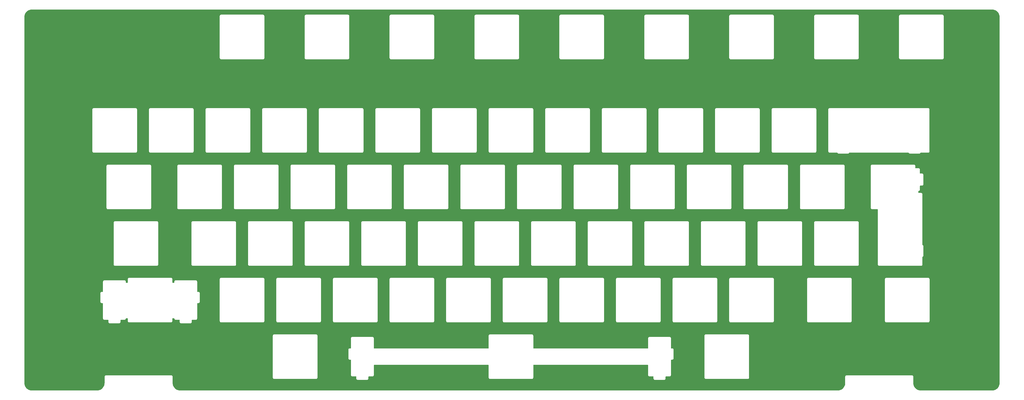
<source format=gbr>
G04 #@! TF.GenerationSoftware,KiCad,Pcbnew,(6.0.10)*
G04 #@! TF.CreationDate,2023-01-21T13:41:37-08:00*
G04 #@! TF.ProjectId,DecentXE-plate,44656365-6e74-4584-952d-706c6174652e,11*
G04 #@! TF.SameCoordinates,Original*
G04 #@! TF.FileFunction,Copper,L1,Top*
G04 #@! TF.FilePolarity,Positive*
%FSLAX46Y46*%
G04 Gerber Fmt 4.6, Leading zero omitted, Abs format (unit mm)*
G04 Created by KiCad (PCBNEW (6.0.10)) date 2023-01-21 13:41:37*
%MOMM*%
%LPD*%
G01*
G04 APERTURE LIST*
G04 APERTURE END LIST*
G04 #@! TA.AperFunction,NonConductor*
G36*
X349030018Y-23370000D02*
G01*
X349044851Y-23372310D01*
X349044855Y-23372310D01*
X349053724Y-23373691D01*
X349070923Y-23371442D01*
X349094863Y-23370609D01*
X349352710Y-23386206D01*
X349367814Y-23388040D01*
X349439786Y-23401229D01*
X349648760Y-23439525D01*
X349663526Y-23443164D01*
X349936231Y-23528142D01*
X349950445Y-23533534D01*
X350168223Y-23631547D01*
X350210906Y-23650757D01*
X350224379Y-23657828D01*
X350468813Y-23805595D01*
X350481334Y-23814238D01*
X350706171Y-23990385D01*
X350717560Y-24000475D01*
X350919525Y-24202440D01*
X350929615Y-24213829D01*
X351105762Y-24438666D01*
X351114405Y-24451187D01*
X351262172Y-24695621D01*
X351269242Y-24709092D01*
X351386466Y-24969555D01*
X351391859Y-24983773D01*
X351476835Y-25256472D01*
X351480476Y-25271245D01*
X351531960Y-25552186D01*
X351533794Y-25567290D01*
X351548953Y-25817904D01*
X351547692Y-25844716D01*
X351547690Y-25844852D01*
X351546309Y-25853724D01*
X351547473Y-25862626D01*
X351547473Y-25862628D01*
X351550436Y-25885283D01*
X351551500Y-25901621D01*
X351551500Y-149110633D01*
X351550000Y-149130018D01*
X351547690Y-149144851D01*
X351547690Y-149144855D01*
X351546309Y-149153724D01*
X351548558Y-149170919D01*
X351549391Y-149194863D01*
X351533794Y-149452710D01*
X351531960Y-149467814D01*
X351480477Y-149748754D01*
X351476836Y-149763527D01*
X351391859Y-150036227D01*
X351386466Y-150050445D01*
X351269243Y-150310906D01*
X351262172Y-150324379D01*
X351114405Y-150568813D01*
X351105762Y-150581334D01*
X350929615Y-150806171D01*
X350919525Y-150817560D01*
X350717560Y-151019525D01*
X350706171Y-151029615D01*
X350481334Y-151205762D01*
X350468813Y-151214405D01*
X350224379Y-151362172D01*
X350210908Y-151369242D01*
X349950445Y-151486466D01*
X349936231Y-151491858D01*
X349663527Y-151576836D01*
X349648760Y-151580475D01*
X349439786Y-151618771D01*
X349367814Y-151631960D01*
X349352710Y-151633794D01*
X349102096Y-151648953D01*
X349075284Y-151647692D01*
X349075148Y-151647690D01*
X349066276Y-151646309D01*
X349057374Y-151647473D01*
X349057372Y-151647473D01*
X349042707Y-151649391D01*
X349034714Y-151650436D01*
X349018379Y-151651500D01*
X325049367Y-151651500D01*
X325029982Y-151650000D01*
X325015149Y-151647690D01*
X325015145Y-151647690D01*
X325006276Y-151646309D01*
X324989077Y-151648558D01*
X324965137Y-151649391D01*
X324707290Y-151633794D01*
X324692186Y-151631960D01*
X324620214Y-151618771D01*
X324411240Y-151580475D01*
X324396473Y-151576836D01*
X324123769Y-151491858D01*
X324109555Y-151486466D01*
X323849092Y-151369242D01*
X323835621Y-151362172D01*
X323591187Y-151214405D01*
X323578666Y-151205762D01*
X323353829Y-151029615D01*
X323342440Y-151019525D01*
X323140475Y-150817560D01*
X323130385Y-150806171D01*
X322954238Y-150581334D01*
X322945595Y-150568813D01*
X322797828Y-150324379D01*
X322790757Y-150310906D01*
X322673534Y-150050445D01*
X322668141Y-150036227D01*
X322583164Y-149763527D01*
X322579523Y-149748754D01*
X322528040Y-149467814D01*
X322526206Y-149452710D01*
X322511269Y-149205768D01*
X322512520Y-149182216D01*
X322512334Y-149182199D01*
X322512769Y-149177350D01*
X322513576Y-149172552D01*
X322513729Y-149160000D01*
X322509773Y-149132376D01*
X322508500Y-149114514D01*
X322508500Y-147068623D01*
X322508502Y-147067853D01*
X322508800Y-147019102D01*
X322508976Y-146990279D01*
X322500850Y-146961847D01*
X322497272Y-146945085D01*
X322494352Y-146924698D01*
X322493080Y-146915813D01*
X322482451Y-146892436D01*
X322476004Y-146874913D01*
X322474348Y-146869120D01*
X322468949Y-146850229D01*
X322464156Y-146842632D01*
X322453170Y-146825220D01*
X322445030Y-146810135D01*
X322442564Y-146804711D01*
X322432792Y-146783218D01*
X322416030Y-146763765D01*
X322404927Y-146748761D01*
X322391224Y-146727042D01*
X322384499Y-146721103D01*
X322384496Y-146721099D01*
X322369062Y-146707468D01*
X322357018Y-146695276D01*
X322343573Y-146679673D01*
X322343570Y-146679671D01*
X322337713Y-146672873D01*
X322324009Y-146663990D01*
X322316165Y-146658906D01*
X322301291Y-146647615D01*
X322288783Y-146636569D01*
X322288782Y-146636568D01*
X322282049Y-146630622D01*
X322255287Y-146618057D01*
X322240309Y-146609737D01*
X322223017Y-146598529D01*
X322223012Y-146598527D01*
X322215485Y-146593648D01*
X322206892Y-146591078D01*
X322206887Y-146591076D01*
X322190880Y-146586289D01*
X322173436Y-146579628D01*
X322158324Y-146572533D01*
X322158322Y-146572532D01*
X322150200Y-146568719D01*
X322141333Y-146567338D01*
X322141332Y-146567338D01*
X322130478Y-146565648D01*
X322120983Y-146564170D01*
X322104268Y-146560387D01*
X322084534Y-146554485D01*
X322084528Y-146554484D01*
X322075934Y-146551914D01*
X322066963Y-146551859D01*
X322066962Y-146551859D01*
X322056903Y-146551798D01*
X322041494Y-146551704D01*
X322040711Y-146551671D01*
X322039614Y-146551500D01*
X322008623Y-146551500D01*
X322007853Y-146551498D01*
X321934215Y-146551048D01*
X321934214Y-146551048D01*
X321930279Y-146551024D01*
X321928935Y-146551408D01*
X321927590Y-146551500D01*
X300108623Y-146551500D01*
X300107853Y-146551498D01*
X300107037Y-146551493D01*
X300030279Y-146551024D01*
X300009370Y-146557000D01*
X300001847Y-146559150D01*
X299985085Y-146562728D01*
X299955813Y-146566920D01*
X299947645Y-146570634D01*
X299947644Y-146570634D01*
X299932438Y-146577548D01*
X299914914Y-146583996D01*
X299890229Y-146591051D01*
X299882635Y-146595843D01*
X299882632Y-146595844D01*
X299865220Y-146606830D01*
X299850137Y-146614969D01*
X299823218Y-146627208D01*
X299816416Y-146633069D01*
X299803765Y-146643970D01*
X299788761Y-146655073D01*
X299767042Y-146668776D01*
X299761103Y-146675501D01*
X299761099Y-146675504D01*
X299747468Y-146690938D01*
X299735276Y-146702982D01*
X299719673Y-146716427D01*
X299719671Y-146716430D01*
X299712873Y-146722287D01*
X299707993Y-146729816D01*
X299707992Y-146729817D01*
X299698906Y-146743835D01*
X299687615Y-146758709D01*
X299676569Y-146771217D01*
X299670622Y-146777951D01*
X299658058Y-146804711D01*
X299649737Y-146819691D01*
X299638529Y-146836983D01*
X299638527Y-146836988D01*
X299633648Y-146844515D01*
X299631078Y-146853108D01*
X299631076Y-146853113D01*
X299626289Y-146869120D01*
X299619628Y-146886564D01*
X299612779Y-146901152D01*
X299608719Y-146909800D01*
X299607338Y-146918667D01*
X299607338Y-146918668D01*
X299604170Y-146939015D01*
X299600387Y-146955732D01*
X299594485Y-146975466D01*
X299594484Y-146975472D01*
X299591914Y-146984066D01*
X299591859Y-146993037D01*
X299591859Y-146993038D01*
X299591704Y-147018497D01*
X299591671Y-147019289D01*
X299591500Y-147020386D01*
X299591500Y-147051377D01*
X299591498Y-147052147D01*
X299591024Y-147129721D01*
X299591408Y-147131065D01*
X299591500Y-147132410D01*
X299591500Y-149110633D01*
X299590000Y-149130018D01*
X299587690Y-149144851D01*
X299587690Y-149144855D01*
X299586309Y-149153724D01*
X299588558Y-149170919D01*
X299589391Y-149194863D01*
X299573794Y-149452710D01*
X299571960Y-149467814D01*
X299520477Y-149748754D01*
X299516836Y-149763527D01*
X299431859Y-150036227D01*
X299426466Y-150050445D01*
X299309243Y-150310906D01*
X299302172Y-150324379D01*
X299154405Y-150568813D01*
X299145762Y-150581334D01*
X298969615Y-150806171D01*
X298959525Y-150817560D01*
X298757560Y-151019525D01*
X298746171Y-151029615D01*
X298521334Y-151205762D01*
X298508813Y-151214405D01*
X298264379Y-151362172D01*
X298250908Y-151369242D01*
X297990445Y-151486466D01*
X297976231Y-151491858D01*
X297703527Y-151576836D01*
X297688760Y-151580475D01*
X297479786Y-151618771D01*
X297407814Y-151631960D01*
X297392710Y-151633794D01*
X297142096Y-151648953D01*
X297115284Y-151647692D01*
X297115148Y-151647690D01*
X297106276Y-151646309D01*
X297097374Y-151647473D01*
X297097372Y-151647473D01*
X297082707Y-151649391D01*
X297074714Y-151650436D01*
X297058379Y-151651500D01*
X75809367Y-151651500D01*
X75789982Y-151650000D01*
X75775149Y-151647690D01*
X75775145Y-151647690D01*
X75766276Y-151646309D01*
X75749077Y-151648558D01*
X75725137Y-151649391D01*
X75467290Y-151633794D01*
X75452186Y-151631960D01*
X75380214Y-151618771D01*
X75171240Y-151580475D01*
X75156473Y-151576836D01*
X74883769Y-151491858D01*
X74869555Y-151486466D01*
X74609092Y-151369242D01*
X74595621Y-151362172D01*
X74351187Y-151214405D01*
X74338666Y-151205762D01*
X74113829Y-151029615D01*
X74102440Y-151019525D01*
X73900475Y-150817560D01*
X73890385Y-150806171D01*
X73714238Y-150581334D01*
X73705595Y-150568813D01*
X73557828Y-150324379D01*
X73550757Y-150310906D01*
X73433534Y-150050445D01*
X73428141Y-150036227D01*
X73343164Y-149763527D01*
X73339523Y-149748754D01*
X73288040Y-149467814D01*
X73286206Y-149452710D01*
X73271269Y-149205768D01*
X73272520Y-149182216D01*
X73272334Y-149182199D01*
X73272769Y-149177350D01*
X73273576Y-149172552D01*
X73273729Y-149160000D01*
X73269773Y-149132376D01*
X73268500Y-149114514D01*
X73268500Y-147329721D01*
X106972899Y-147329721D01*
X106975366Y-147338352D01*
X106981025Y-147358153D01*
X106984603Y-147374915D01*
X106988795Y-147404187D01*
X106992509Y-147412355D01*
X106992509Y-147412356D01*
X106999423Y-147427562D01*
X107005871Y-147445086D01*
X107012926Y-147469771D01*
X107017718Y-147477365D01*
X107017719Y-147477368D01*
X107028705Y-147494780D01*
X107036844Y-147509863D01*
X107049083Y-147536782D01*
X107054944Y-147543584D01*
X107065845Y-147556235D01*
X107076948Y-147571239D01*
X107090651Y-147592958D01*
X107097376Y-147598897D01*
X107097379Y-147598901D01*
X107112813Y-147612532D01*
X107124857Y-147624724D01*
X107138302Y-147640327D01*
X107138305Y-147640329D01*
X107144162Y-147647127D01*
X107151691Y-147652007D01*
X107151692Y-147652008D01*
X107165710Y-147661094D01*
X107180584Y-147672385D01*
X107191030Y-147681610D01*
X107199826Y-147689378D01*
X107226586Y-147701942D01*
X107241566Y-147710263D01*
X107258858Y-147721471D01*
X107258863Y-147721473D01*
X107266390Y-147726352D01*
X107274983Y-147728922D01*
X107274988Y-147728924D01*
X107290995Y-147733711D01*
X107308439Y-147740372D01*
X107323551Y-147747467D01*
X107323553Y-147747468D01*
X107331675Y-147751281D01*
X107340542Y-147752662D01*
X107340543Y-147752662D01*
X107343228Y-147753080D01*
X107360892Y-147755830D01*
X107377607Y-147759613D01*
X107397341Y-147765515D01*
X107397347Y-147765516D01*
X107405941Y-147768086D01*
X107414912Y-147768141D01*
X107414913Y-147768141D01*
X107424972Y-147768202D01*
X107440381Y-147768296D01*
X107441164Y-147768329D01*
X107442261Y-147768500D01*
X107473252Y-147768500D01*
X107474022Y-147768502D01*
X107547660Y-147768952D01*
X107547661Y-147768952D01*
X107551596Y-147768976D01*
X107552940Y-147768592D01*
X107554285Y-147768500D01*
X121473252Y-147768500D01*
X121474023Y-147768502D01*
X121551596Y-147768976D01*
X121580027Y-147760850D01*
X121596790Y-147757272D01*
X121597907Y-147757112D01*
X121626062Y-147753080D01*
X121649439Y-147742451D01*
X121666962Y-147736004D01*
X121691646Y-147728949D01*
X121699240Y-147724157D01*
X121699243Y-147724156D01*
X121716655Y-147713170D01*
X121731740Y-147705030D01*
X121758657Y-147692792D01*
X121778110Y-147676030D01*
X121793114Y-147664927D01*
X121814833Y-147651224D01*
X121820772Y-147644499D01*
X121820776Y-147644496D01*
X121834407Y-147629062D01*
X121846599Y-147617018D01*
X121862202Y-147603573D01*
X121862204Y-147603570D01*
X121869002Y-147597713D01*
X121882969Y-147576165D01*
X121894260Y-147561291D01*
X121905306Y-147548783D01*
X121905307Y-147548782D01*
X121911253Y-147542049D01*
X121923818Y-147515287D01*
X121932138Y-147500309D01*
X121943346Y-147483017D01*
X121943348Y-147483012D01*
X121948227Y-147475485D01*
X121950797Y-147466892D01*
X121950799Y-147466887D01*
X121955586Y-147450880D01*
X121962247Y-147433436D01*
X121969342Y-147418324D01*
X121969343Y-147418322D01*
X121973156Y-147410200D01*
X121977705Y-147380983D01*
X121981488Y-147364268D01*
X121987390Y-147344534D01*
X121987391Y-147344528D01*
X121989961Y-147335934D01*
X121990171Y-147301494D01*
X121990204Y-147300711D01*
X121990375Y-147299614D01*
X121990375Y-147268623D01*
X121990377Y-147267853D01*
X121990827Y-147194215D01*
X121990827Y-147194214D01*
X121990851Y-147190279D01*
X121990467Y-147188935D01*
X121990375Y-147187590D01*
X121990375Y-140837721D01*
X132384624Y-140837721D01*
X132387091Y-140846352D01*
X132392750Y-140866153D01*
X132396328Y-140882915D01*
X132400520Y-140912187D01*
X132404234Y-140920355D01*
X132404234Y-140920356D01*
X132411148Y-140935562D01*
X132417596Y-140953086D01*
X132424651Y-140977771D01*
X132429443Y-140985365D01*
X132429444Y-140985368D01*
X132440430Y-141002780D01*
X132448569Y-141017863D01*
X132460808Y-141044782D01*
X132466669Y-141051584D01*
X132477570Y-141064235D01*
X132488673Y-141079239D01*
X132502376Y-141100958D01*
X132509101Y-141106897D01*
X132509104Y-141106901D01*
X132524538Y-141120532D01*
X132536582Y-141132724D01*
X132550027Y-141148327D01*
X132550030Y-141148329D01*
X132555887Y-141155127D01*
X132563416Y-141160007D01*
X132563417Y-141160008D01*
X132577435Y-141169094D01*
X132592309Y-141180385D01*
X132604817Y-141191431D01*
X132611551Y-141197378D01*
X132638311Y-141209942D01*
X132653291Y-141218263D01*
X132670583Y-141229471D01*
X132670588Y-141229473D01*
X132678115Y-141234352D01*
X132686708Y-141236922D01*
X132686713Y-141236924D01*
X132702720Y-141241711D01*
X132720164Y-141248372D01*
X132735276Y-141255467D01*
X132735278Y-141255468D01*
X132743400Y-141259281D01*
X132752267Y-141260662D01*
X132752268Y-141260662D01*
X132754953Y-141261080D01*
X132772617Y-141263830D01*
X132789332Y-141267613D01*
X132809066Y-141273515D01*
X132809072Y-141273516D01*
X132817666Y-141276086D01*
X132826637Y-141276141D01*
X132826638Y-141276141D01*
X132836697Y-141276202D01*
X132852106Y-141276296D01*
X132852889Y-141276329D01*
X132853986Y-141276500D01*
X132884977Y-141276500D01*
X132885747Y-141276502D01*
X132959385Y-141276952D01*
X132959386Y-141276952D01*
X132963321Y-141276976D01*
X132964665Y-141276592D01*
X132966010Y-141276500D01*
X133145500Y-141276500D01*
X133213621Y-141296502D01*
X133260114Y-141350158D01*
X133271500Y-141402500D01*
X133271500Y-146398177D01*
X133271498Y-146398947D01*
X133271024Y-146476521D01*
X133273491Y-146485152D01*
X133279150Y-146504953D01*
X133282728Y-146521715D01*
X133286920Y-146550987D01*
X133294982Y-146568719D01*
X133297548Y-146574362D01*
X133303996Y-146591886D01*
X133311051Y-146616571D01*
X133315843Y-146624165D01*
X133315844Y-146624168D01*
X133326830Y-146641580D01*
X133334969Y-146656663D01*
X133347208Y-146683582D01*
X133353069Y-146690384D01*
X133363970Y-146703035D01*
X133375073Y-146718039D01*
X133388776Y-146739758D01*
X133395501Y-146745697D01*
X133395504Y-146745701D01*
X133410938Y-146759332D01*
X133422982Y-146771524D01*
X133436427Y-146787127D01*
X133436430Y-146787129D01*
X133442287Y-146793927D01*
X133449816Y-146798807D01*
X133449817Y-146798808D01*
X133463835Y-146807894D01*
X133478709Y-146819185D01*
X133485543Y-146825220D01*
X133497951Y-146836178D01*
X133524711Y-146848742D01*
X133539691Y-146857063D01*
X133556983Y-146868271D01*
X133556988Y-146868273D01*
X133564515Y-146873152D01*
X133573108Y-146875722D01*
X133573113Y-146875724D01*
X133589120Y-146880511D01*
X133606564Y-146887172D01*
X133621676Y-146894267D01*
X133621678Y-146894268D01*
X133629800Y-146898081D01*
X133638667Y-146899462D01*
X133638668Y-146899462D01*
X133641353Y-146899880D01*
X133659017Y-146902630D01*
X133675732Y-146906413D01*
X133695466Y-146912315D01*
X133695472Y-146912316D01*
X133704066Y-146914886D01*
X133713037Y-146914941D01*
X133713038Y-146914941D01*
X133723097Y-146915002D01*
X133738506Y-146915096D01*
X133739289Y-146915129D01*
X133740386Y-146915300D01*
X133771377Y-146915300D01*
X133772147Y-146915302D01*
X133845785Y-146915752D01*
X133845786Y-146915752D01*
X133849721Y-146915776D01*
X133851065Y-146915392D01*
X133852410Y-146915300D01*
X134951500Y-146915300D01*
X135019621Y-146935302D01*
X135066114Y-146988958D01*
X135077500Y-147041300D01*
X135077500Y-147566577D01*
X135077498Y-147567347D01*
X135077024Y-147644921D01*
X135079491Y-147653552D01*
X135085150Y-147673353D01*
X135088728Y-147690115D01*
X135092920Y-147719387D01*
X135096634Y-147727555D01*
X135096634Y-147727556D01*
X135103548Y-147742762D01*
X135109996Y-147760286D01*
X135117051Y-147784971D01*
X135121843Y-147792565D01*
X135121844Y-147792568D01*
X135132830Y-147809980D01*
X135140969Y-147825063D01*
X135153208Y-147851982D01*
X135159069Y-147858784D01*
X135169970Y-147871435D01*
X135181073Y-147886439D01*
X135194776Y-147908158D01*
X135201501Y-147914097D01*
X135201504Y-147914101D01*
X135216938Y-147927732D01*
X135228982Y-147939924D01*
X135242427Y-147955527D01*
X135242430Y-147955529D01*
X135248287Y-147962327D01*
X135255816Y-147967207D01*
X135255817Y-147967208D01*
X135269835Y-147976294D01*
X135284709Y-147987585D01*
X135297217Y-147998631D01*
X135303951Y-148004578D01*
X135330711Y-148017142D01*
X135345691Y-148025463D01*
X135362983Y-148036671D01*
X135362988Y-148036673D01*
X135370515Y-148041552D01*
X135379108Y-148044122D01*
X135379113Y-148044124D01*
X135395120Y-148048911D01*
X135412564Y-148055572D01*
X135427676Y-148062667D01*
X135427678Y-148062668D01*
X135435800Y-148066481D01*
X135444667Y-148067862D01*
X135444668Y-148067862D01*
X135447353Y-148068280D01*
X135465017Y-148071030D01*
X135481732Y-148074813D01*
X135501466Y-148080715D01*
X135501472Y-148080716D01*
X135510066Y-148083286D01*
X135519037Y-148083341D01*
X135519038Y-148083341D01*
X135529097Y-148083402D01*
X135544506Y-148083496D01*
X135545289Y-148083529D01*
X135546386Y-148083700D01*
X135577377Y-148083700D01*
X135578147Y-148083702D01*
X135651785Y-148084152D01*
X135651786Y-148084152D01*
X135655721Y-148084176D01*
X135657065Y-148083792D01*
X135658410Y-148083700D01*
X138625377Y-148083700D01*
X138626148Y-148083702D01*
X138703721Y-148084176D01*
X138732152Y-148076050D01*
X138748915Y-148072472D01*
X138749753Y-148072352D01*
X138778187Y-148068280D01*
X138801564Y-148057651D01*
X138819087Y-148051204D01*
X138843771Y-148044149D01*
X138851365Y-148039357D01*
X138851368Y-148039356D01*
X138868780Y-148028370D01*
X138883865Y-148020230D01*
X138910782Y-148007992D01*
X138930235Y-147991230D01*
X138945239Y-147980127D01*
X138966958Y-147966424D01*
X138972897Y-147959699D01*
X138972901Y-147959696D01*
X138986532Y-147944262D01*
X138998724Y-147932218D01*
X139014327Y-147918773D01*
X139014329Y-147918770D01*
X139021127Y-147912913D01*
X139035094Y-147891365D01*
X139046385Y-147876491D01*
X139057431Y-147863983D01*
X139057432Y-147863982D01*
X139063378Y-147857249D01*
X139075943Y-147830487D01*
X139084263Y-147815509D01*
X139095471Y-147798217D01*
X139095473Y-147798212D01*
X139100352Y-147790685D01*
X139102922Y-147782092D01*
X139102924Y-147782087D01*
X139107711Y-147766080D01*
X139114372Y-147748636D01*
X139121467Y-147733524D01*
X139121468Y-147733522D01*
X139125281Y-147725400D01*
X139129830Y-147696183D01*
X139133613Y-147679468D01*
X139139515Y-147659734D01*
X139139516Y-147659728D01*
X139142086Y-147651134D01*
X139142296Y-147616694D01*
X139142329Y-147615911D01*
X139142500Y-147614814D01*
X139142500Y-147583823D01*
X139142502Y-147583053D01*
X139142952Y-147509415D01*
X139142952Y-147509414D01*
X139142976Y-147505479D01*
X139142592Y-147504135D01*
X139142500Y-147502790D01*
X139142500Y-147041300D01*
X139162502Y-146973179D01*
X139216158Y-146926686D01*
X139268500Y-146915300D01*
X140431377Y-146915300D01*
X140432148Y-146915302D01*
X140509721Y-146915776D01*
X140538152Y-146907650D01*
X140554915Y-146904072D01*
X140555753Y-146903952D01*
X140584187Y-146899880D01*
X140607564Y-146889251D01*
X140625087Y-146882804D01*
X140649771Y-146875749D01*
X140657365Y-146870957D01*
X140657368Y-146870956D01*
X140674780Y-146859970D01*
X140689865Y-146851830D01*
X140716782Y-146839592D01*
X140736235Y-146822830D01*
X140751239Y-146811727D01*
X140772958Y-146798024D01*
X140778897Y-146791299D01*
X140778901Y-146791296D01*
X140792532Y-146775862D01*
X140804724Y-146763818D01*
X140820327Y-146750373D01*
X140820329Y-146750370D01*
X140827127Y-146744513D01*
X140841094Y-146722965D01*
X140852385Y-146708091D01*
X140863431Y-146695583D01*
X140863432Y-146695582D01*
X140869378Y-146688849D01*
X140881943Y-146662087D01*
X140890263Y-146647109D01*
X140901471Y-146629817D01*
X140901473Y-146629812D01*
X140906352Y-146622285D01*
X140908922Y-146613692D01*
X140908924Y-146613687D01*
X140913711Y-146597680D01*
X140920372Y-146580236D01*
X140927467Y-146565124D01*
X140927468Y-146565122D01*
X140931281Y-146557000D01*
X140935830Y-146527783D01*
X140939613Y-146511068D01*
X140945515Y-146491334D01*
X140945516Y-146491328D01*
X140948086Y-146482734D01*
X140948296Y-146448294D01*
X140948329Y-146447511D01*
X140948500Y-146446414D01*
X140948500Y-146415423D01*
X140948502Y-146414653D01*
X140948952Y-146341015D01*
X140948952Y-146341014D01*
X140948976Y-146337079D01*
X140948592Y-146335735D01*
X140948500Y-146334390D01*
X140948500Y-143144500D01*
X140968502Y-143076379D01*
X141022158Y-143029886D01*
X141074500Y-143018500D01*
X179475500Y-143018500D01*
X179543621Y-143038502D01*
X179590114Y-143092158D01*
X179601500Y-143144500D01*
X179601500Y-147251377D01*
X179601498Y-147252147D01*
X179601024Y-147329721D01*
X179603491Y-147338352D01*
X179609150Y-147358153D01*
X179612728Y-147374915D01*
X179616920Y-147404187D01*
X179620634Y-147412355D01*
X179620634Y-147412356D01*
X179627548Y-147427562D01*
X179633996Y-147445086D01*
X179641051Y-147469771D01*
X179645843Y-147477365D01*
X179645844Y-147477368D01*
X179656830Y-147494780D01*
X179664969Y-147509863D01*
X179677208Y-147536782D01*
X179683069Y-147543584D01*
X179693970Y-147556235D01*
X179705073Y-147571239D01*
X179718776Y-147592958D01*
X179725501Y-147598897D01*
X179725504Y-147598901D01*
X179740938Y-147612532D01*
X179752982Y-147624724D01*
X179766427Y-147640327D01*
X179766430Y-147640329D01*
X179772287Y-147647127D01*
X179779816Y-147652007D01*
X179779817Y-147652008D01*
X179793835Y-147661094D01*
X179808709Y-147672385D01*
X179819155Y-147681610D01*
X179827951Y-147689378D01*
X179854711Y-147701942D01*
X179869691Y-147710263D01*
X179886983Y-147721471D01*
X179886988Y-147721473D01*
X179894515Y-147726352D01*
X179903108Y-147728922D01*
X179903113Y-147728924D01*
X179919120Y-147733711D01*
X179936564Y-147740372D01*
X179951676Y-147747467D01*
X179951678Y-147747468D01*
X179959800Y-147751281D01*
X179968667Y-147752662D01*
X179968668Y-147752662D01*
X179971353Y-147753080D01*
X179989017Y-147755830D01*
X180005732Y-147759613D01*
X180025466Y-147765515D01*
X180025472Y-147765516D01*
X180034066Y-147768086D01*
X180043037Y-147768141D01*
X180043038Y-147768141D01*
X180053097Y-147768202D01*
X180068506Y-147768296D01*
X180069289Y-147768329D01*
X180070386Y-147768500D01*
X180101377Y-147768500D01*
X180102147Y-147768502D01*
X180175785Y-147768952D01*
X180175786Y-147768952D01*
X180179721Y-147768976D01*
X180181065Y-147768592D01*
X180182410Y-147768500D01*
X194101377Y-147768500D01*
X194102148Y-147768502D01*
X194179721Y-147768976D01*
X194208152Y-147760850D01*
X194224915Y-147757272D01*
X194226032Y-147757112D01*
X194254187Y-147753080D01*
X194277564Y-147742451D01*
X194295087Y-147736004D01*
X194319771Y-147728949D01*
X194327365Y-147724157D01*
X194327368Y-147724156D01*
X194344780Y-147713170D01*
X194359865Y-147705030D01*
X194386782Y-147692792D01*
X194406235Y-147676030D01*
X194421239Y-147664927D01*
X194442958Y-147651224D01*
X194448897Y-147644499D01*
X194448901Y-147644496D01*
X194462532Y-147629062D01*
X194474724Y-147617018D01*
X194490327Y-147603573D01*
X194490329Y-147603570D01*
X194497127Y-147597713D01*
X194511094Y-147576165D01*
X194522385Y-147561291D01*
X194533431Y-147548783D01*
X194533432Y-147548782D01*
X194539378Y-147542049D01*
X194551943Y-147515287D01*
X194560263Y-147500309D01*
X194571471Y-147483017D01*
X194571473Y-147483012D01*
X194576352Y-147475485D01*
X194578922Y-147466892D01*
X194578924Y-147466887D01*
X194583711Y-147450880D01*
X194590372Y-147433436D01*
X194597467Y-147418324D01*
X194597468Y-147418322D01*
X194601281Y-147410200D01*
X194605830Y-147380983D01*
X194609613Y-147364268D01*
X194615515Y-147344534D01*
X194615516Y-147344528D01*
X194618086Y-147335934D01*
X194618296Y-147301494D01*
X194618329Y-147300711D01*
X194618500Y-147299614D01*
X194618500Y-147268623D01*
X194618502Y-147267853D01*
X194618952Y-147194215D01*
X194618952Y-147194214D01*
X194618976Y-147190279D01*
X194618592Y-147188935D01*
X194618500Y-147187590D01*
X194618500Y-143144500D01*
X194638502Y-143076379D01*
X194692158Y-143029886D01*
X194744500Y-143018500D01*
X233145500Y-143018500D01*
X233213621Y-143038502D01*
X233260114Y-143092158D01*
X233271500Y-143144500D01*
X233271500Y-146398177D01*
X233271498Y-146398947D01*
X233271024Y-146476521D01*
X233273491Y-146485152D01*
X233279150Y-146504953D01*
X233282728Y-146521715D01*
X233286920Y-146550987D01*
X233294982Y-146568719D01*
X233297548Y-146574362D01*
X233303996Y-146591886D01*
X233311051Y-146616571D01*
X233315843Y-146624165D01*
X233315844Y-146624168D01*
X233326830Y-146641580D01*
X233334969Y-146656663D01*
X233347208Y-146683582D01*
X233353069Y-146690384D01*
X233363970Y-146703035D01*
X233375073Y-146718039D01*
X233388776Y-146739758D01*
X233395501Y-146745697D01*
X233395504Y-146745701D01*
X233410938Y-146759332D01*
X233422982Y-146771524D01*
X233436427Y-146787127D01*
X233436430Y-146787129D01*
X233442287Y-146793927D01*
X233449816Y-146798807D01*
X233449817Y-146798808D01*
X233463835Y-146807894D01*
X233478709Y-146819185D01*
X233485543Y-146825220D01*
X233497951Y-146836178D01*
X233524711Y-146848742D01*
X233539691Y-146857063D01*
X233556983Y-146868271D01*
X233556988Y-146868273D01*
X233564515Y-146873152D01*
X233573108Y-146875722D01*
X233573113Y-146875724D01*
X233589120Y-146880511D01*
X233606564Y-146887172D01*
X233621676Y-146894267D01*
X233621678Y-146894268D01*
X233629800Y-146898081D01*
X233638667Y-146899462D01*
X233638668Y-146899462D01*
X233641353Y-146899880D01*
X233659017Y-146902630D01*
X233675732Y-146906413D01*
X233695466Y-146912315D01*
X233695472Y-146912316D01*
X233704066Y-146914886D01*
X233713037Y-146914941D01*
X233713038Y-146914941D01*
X233723097Y-146915002D01*
X233738506Y-146915096D01*
X233739289Y-146915129D01*
X233740386Y-146915300D01*
X233771377Y-146915300D01*
X233772147Y-146915302D01*
X233845785Y-146915752D01*
X233845786Y-146915752D01*
X233849721Y-146915776D01*
X233851065Y-146915392D01*
X233852410Y-146915300D01*
X234951500Y-146915300D01*
X235019621Y-146935302D01*
X235066114Y-146988958D01*
X235077500Y-147041300D01*
X235077500Y-147566577D01*
X235077498Y-147567347D01*
X235077024Y-147644921D01*
X235079491Y-147653552D01*
X235085150Y-147673353D01*
X235088728Y-147690115D01*
X235092920Y-147719387D01*
X235096634Y-147727555D01*
X235096634Y-147727556D01*
X235103548Y-147742762D01*
X235109996Y-147760286D01*
X235117051Y-147784971D01*
X235121843Y-147792565D01*
X235121844Y-147792568D01*
X235132830Y-147809980D01*
X235140969Y-147825063D01*
X235153208Y-147851982D01*
X235159069Y-147858784D01*
X235169970Y-147871435D01*
X235181073Y-147886439D01*
X235194776Y-147908158D01*
X235201501Y-147914097D01*
X235201504Y-147914101D01*
X235216938Y-147927732D01*
X235228982Y-147939924D01*
X235242427Y-147955527D01*
X235242430Y-147955529D01*
X235248287Y-147962327D01*
X235255816Y-147967207D01*
X235255817Y-147967208D01*
X235269835Y-147976294D01*
X235284709Y-147987585D01*
X235297217Y-147998631D01*
X235303951Y-148004578D01*
X235330711Y-148017142D01*
X235345691Y-148025463D01*
X235362983Y-148036671D01*
X235362988Y-148036673D01*
X235370515Y-148041552D01*
X235379108Y-148044122D01*
X235379113Y-148044124D01*
X235395120Y-148048911D01*
X235412564Y-148055572D01*
X235427676Y-148062667D01*
X235427678Y-148062668D01*
X235435800Y-148066481D01*
X235444667Y-148067862D01*
X235444668Y-148067862D01*
X235447353Y-148068280D01*
X235465017Y-148071030D01*
X235481732Y-148074813D01*
X235501466Y-148080715D01*
X235501472Y-148080716D01*
X235510066Y-148083286D01*
X235519037Y-148083341D01*
X235519038Y-148083341D01*
X235529097Y-148083402D01*
X235544506Y-148083496D01*
X235545289Y-148083529D01*
X235546386Y-148083700D01*
X235577377Y-148083700D01*
X235578147Y-148083702D01*
X235651785Y-148084152D01*
X235651786Y-148084152D01*
X235655721Y-148084176D01*
X235657065Y-148083792D01*
X235658410Y-148083700D01*
X238625377Y-148083700D01*
X238626148Y-148083702D01*
X238703721Y-148084176D01*
X238732152Y-148076050D01*
X238748915Y-148072472D01*
X238749753Y-148072352D01*
X238778187Y-148068280D01*
X238801564Y-148057651D01*
X238819087Y-148051204D01*
X238843771Y-148044149D01*
X238851365Y-148039357D01*
X238851368Y-148039356D01*
X238868780Y-148028370D01*
X238883865Y-148020230D01*
X238910782Y-148007992D01*
X238930235Y-147991230D01*
X238945239Y-147980127D01*
X238966958Y-147966424D01*
X238972897Y-147959699D01*
X238972901Y-147959696D01*
X238986532Y-147944262D01*
X238998724Y-147932218D01*
X239014327Y-147918773D01*
X239014329Y-147918770D01*
X239021127Y-147912913D01*
X239035094Y-147891365D01*
X239046385Y-147876491D01*
X239057431Y-147863983D01*
X239057432Y-147863982D01*
X239063378Y-147857249D01*
X239075943Y-147830487D01*
X239084263Y-147815509D01*
X239095471Y-147798217D01*
X239095473Y-147798212D01*
X239100352Y-147790685D01*
X239102922Y-147782092D01*
X239102924Y-147782087D01*
X239107711Y-147766080D01*
X239114372Y-147748636D01*
X239121467Y-147733524D01*
X239121468Y-147733522D01*
X239125281Y-147725400D01*
X239129830Y-147696183D01*
X239133613Y-147679468D01*
X239139515Y-147659734D01*
X239139516Y-147659728D01*
X239142086Y-147651134D01*
X239142296Y-147616694D01*
X239142329Y-147615911D01*
X239142500Y-147614814D01*
X239142500Y-147583823D01*
X239142502Y-147583053D01*
X239142952Y-147509415D01*
X239142952Y-147509414D01*
X239142976Y-147505479D01*
X239142592Y-147504135D01*
X239142500Y-147502790D01*
X239142500Y-147329721D01*
X252229149Y-147329721D01*
X252231616Y-147338352D01*
X252237275Y-147358153D01*
X252240853Y-147374915D01*
X252245045Y-147404187D01*
X252248759Y-147412355D01*
X252248759Y-147412356D01*
X252255673Y-147427562D01*
X252262121Y-147445086D01*
X252269176Y-147469771D01*
X252273968Y-147477365D01*
X252273969Y-147477368D01*
X252284955Y-147494780D01*
X252293094Y-147509863D01*
X252305333Y-147536782D01*
X252311194Y-147543584D01*
X252322095Y-147556235D01*
X252333198Y-147571239D01*
X252346901Y-147592958D01*
X252353626Y-147598897D01*
X252353629Y-147598901D01*
X252369063Y-147612532D01*
X252381107Y-147624724D01*
X252394552Y-147640327D01*
X252394555Y-147640329D01*
X252400412Y-147647127D01*
X252407941Y-147652007D01*
X252407942Y-147652008D01*
X252421960Y-147661094D01*
X252436834Y-147672385D01*
X252447280Y-147681610D01*
X252456076Y-147689378D01*
X252482836Y-147701942D01*
X252497816Y-147710263D01*
X252515108Y-147721471D01*
X252515113Y-147721473D01*
X252522640Y-147726352D01*
X252531233Y-147728922D01*
X252531238Y-147728924D01*
X252547245Y-147733711D01*
X252564689Y-147740372D01*
X252579801Y-147747467D01*
X252579803Y-147747468D01*
X252587925Y-147751281D01*
X252596792Y-147752662D01*
X252596793Y-147752662D01*
X252599478Y-147753080D01*
X252617142Y-147755830D01*
X252633857Y-147759613D01*
X252653591Y-147765515D01*
X252653597Y-147765516D01*
X252662191Y-147768086D01*
X252671162Y-147768141D01*
X252671163Y-147768141D01*
X252681222Y-147768202D01*
X252696631Y-147768296D01*
X252697414Y-147768329D01*
X252698511Y-147768500D01*
X252729502Y-147768500D01*
X252730272Y-147768502D01*
X252803910Y-147768952D01*
X252803911Y-147768952D01*
X252807846Y-147768976D01*
X252809190Y-147768592D01*
X252810535Y-147768500D01*
X266729502Y-147768500D01*
X266730273Y-147768502D01*
X266807846Y-147768976D01*
X266836277Y-147760850D01*
X266853040Y-147757272D01*
X266854157Y-147757112D01*
X266882312Y-147753080D01*
X266905689Y-147742451D01*
X266923212Y-147736004D01*
X266947896Y-147728949D01*
X266955490Y-147724157D01*
X266955493Y-147724156D01*
X266972905Y-147713170D01*
X266987990Y-147705030D01*
X267014907Y-147692792D01*
X267034360Y-147676030D01*
X267049364Y-147664927D01*
X267071083Y-147651224D01*
X267077022Y-147644499D01*
X267077026Y-147644496D01*
X267090657Y-147629062D01*
X267102849Y-147617018D01*
X267118452Y-147603573D01*
X267118454Y-147603570D01*
X267125252Y-147597713D01*
X267139219Y-147576165D01*
X267150510Y-147561291D01*
X267161556Y-147548783D01*
X267161557Y-147548782D01*
X267167503Y-147542049D01*
X267180068Y-147515287D01*
X267188388Y-147500309D01*
X267199596Y-147483017D01*
X267199598Y-147483012D01*
X267204477Y-147475485D01*
X267207047Y-147466892D01*
X267207049Y-147466887D01*
X267211836Y-147450880D01*
X267218497Y-147433436D01*
X267225592Y-147418324D01*
X267225593Y-147418322D01*
X267229406Y-147410200D01*
X267233955Y-147380983D01*
X267237738Y-147364268D01*
X267243640Y-147344534D01*
X267243641Y-147344528D01*
X267246211Y-147335934D01*
X267246421Y-147301494D01*
X267246454Y-147300711D01*
X267246625Y-147299614D01*
X267246625Y-147268623D01*
X267246627Y-147267853D01*
X267247077Y-147194215D01*
X267247077Y-147194214D01*
X267247101Y-147190279D01*
X267246717Y-147188935D01*
X267246625Y-147187590D01*
X267246625Y-133268623D01*
X267246627Y-133267853D01*
X267246925Y-133219102D01*
X267247101Y-133190279D01*
X267238975Y-133161847D01*
X267235397Y-133145085D01*
X267232477Y-133124698D01*
X267231205Y-133115813D01*
X267220576Y-133092436D01*
X267214129Y-133074913D01*
X267209541Y-133058862D01*
X267207074Y-133050229D01*
X267202281Y-133042632D01*
X267191295Y-133025220D01*
X267183155Y-133010135D01*
X267180689Y-133004711D01*
X267170917Y-132983218D01*
X267154155Y-132963765D01*
X267143052Y-132948761D01*
X267129349Y-132927042D01*
X267122624Y-132921103D01*
X267122621Y-132921099D01*
X267107187Y-132907468D01*
X267095143Y-132895276D01*
X267081698Y-132879673D01*
X267081695Y-132879671D01*
X267075838Y-132872873D01*
X267062134Y-132863990D01*
X267054290Y-132858906D01*
X267039416Y-132847615D01*
X267026908Y-132836569D01*
X267026907Y-132836568D01*
X267020174Y-132830622D01*
X266993412Y-132818057D01*
X266978434Y-132809737D01*
X266961142Y-132798529D01*
X266961137Y-132798527D01*
X266953610Y-132793648D01*
X266945017Y-132791078D01*
X266945012Y-132791076D01*
X266929005Y-132786289D01*
X266911561Y-132779628D01*
X266896449Y-132772533D01*
X266896447Y-132772532D01*
X266888325Y-132768719D01*
X266879458Y-132767338D01*
X266879457Y-132767338D01*
X266868603Y-132765648D01*
X266859108Y-132764170D01*
X266842393Y-132760387D01*
X266822659Y-132754485D01*
X266822653Y-132754484D01*
X266814059Y-132751914D01*
X266805088Y-132751859D01*
X266805087Y-132751859D01*
X266795028Y-132751798D01*
X266779619Y-132751704D01*
X266778836Y-132751671D01*
X266777739Y-132751500D01*
X266746748Y-132751500D01*
X266745978Y-132751498D01*
X266672340Y-132751048D01*
X266672339Y-132751048D01*
X266668404Y-132751024D01*
X266667060Y-132751408D01*
X266665715Y-132751500D01*
X252746748Y-132751500D01*
X252745978Y-132751498D01*
X252745162Y-132751493D01*
X252668404Y-132751024D01*
X252646043Y-132757415D01*
X252639972Y-132759150D01*
X252623210Y-132762728D01*
X252593938Y-132766920D01*
X252585770Y-132770634D01*
X252585769Y-132770634D01*
X252570563Y-132777548D01*
X252553039Y-132783996D01*
X252528354Y-132791051D01*
X252520760Y-132795843D01*
X252520757Y-132795844D01*
X252503345Y-132806830D01*
X252488262Y-132814969D01*
X252461343Y-132827208D01*
X252454541Y-132833069D01*
X252441890Y-132843970D01*
X252426886Y-132855073D01*
X252405167Y-132868776D01*
X252399228Y-132875501D01*
X252399224Y-132875504D01*
X252385593Y-132890938D01*
X252373401Y-132902982D01*
X252357798Y-132916427D01*
X252357796Y-132916430D01*
X252350998Y-132922287D01*
X252346118Y-132929816D01*
X252346117Y-132929817D01*
X252337031Y-132943835D01*
X252325740Y-132958709D01*
X252314694Y-132971217D01*
X252308747Y-132977951D01*
X252302437Y-132991391D01*
X252296183Y-133004711D01*
X252287862Y-133019691D01*
X252276654Y-133036983D01*
X252276652Y-133036988D01*
X252271773Y-133044515D01*
X252269203Y-133053108D01*
X252269201Y-133053113D01*
X252264414Y-133069120D01*
X252257753Y-133086564D01*
X252250658Y-133101676D01*
X252246844Y-133109800D01*
X252245463Y-133118667D01*
X252245463Y-133118668D01*
X252242295Y-133139015D01*
X252238512Y-133155732D01*
X252232610Y-133175466D01*
X252232609Y-133175472D01*
X252230039Y-133184066D01*
X252229984Y-133193037D01*
X252229984Y-133193038D01*
X252229829Y-133218497D01*
X252229796Y-133219289D01*
X252229625Y-133220386D01*
X252229625Y-133251377D01*
X252229623Y-133252147D01*
X252229149Y-133329721D01*
X252229533Y-133331065D01*
X252229625Y-133332410D01*
X252229625Y-147251377D01*
X252229623Y-147252147D01*
X252229149Y-147329721D01*
X239142500Y-147329721D01*
X239142500Y-147041300D01*
X239162502Y-146973179D01*
X239216158Y-146926686D01*
X239268500Y-146915300D01*
X240431377Y-146915300D01*
X240432148Y-146915302D01*
X240509721Y-146915776D01*
X240538152Y-146907650D01*
X240554915Y-146904072D01*
X240555753Y-146903952D01*
X240584187Y-146899880D01*
X240607564Y-146889251D01*
X240625087Y-146882804D01*
X240649771Y-146875749D01*
X240657365Y-146870957D01*
X240657368Y-146870956D01*
X240674780Y-146859970D01*
X240689865Y-146851830D01*
X240716782Y-146839592D01*
X240736235Y-146822830D01*
X240751239Y-146811727D01*
X240772958Y-146798024D01*
X240778897Y-146791299D01*
X240778901Y-146791296D01*
X240792532Y-146775862D01*
X240804724Y-146763818D01*
X240820327Y-146750373D01*
X240820329Y-146750370D01*
X240827127Y-146744513D01*
X240841094Y-146722965D01*
X240852385Y-146708091D01*
X240863431Y-146695583D01*
X240863432Y-146695582D01*
X240869378Y-146688849D01*
X240881943Y-146662087D01*
X240890263Y-146647109D01*
X240901471Y-146629817D01*
X240901473Y-146629812D01*
X240906352Y-146622285D01*
X240908922Y-146613692D01*
X240908924Y-146613687D01*
X240913711Y-146597680D01*
X240920372Y-146580236D01*
X240927467Y-146565124D01*
X240927468Y-146565122D01*
X240931281Y-146557000D01*
X240935830Y-146527783D01*
X240939613Y-146511068D01*
X240945515Y-146491334D01*
X240945516Y-146491328D01*
X240948086Y-146482734D01*
X240948296Y-146448294D01*
X240948329Y-146447511D01*
X240948500Y-146446414D01*
X240948500Y-146415423D01*
X240948502Y-146414653D01*
X240948952Y-146341015D01*
X240948952Y-146341014D01*
X240948976Y-146337079D01*
X240948592Y-146335735D01*
X240948500Y-146334390D01*
X240948500Y-141402500D01*
X240968502Y-141334379D01*
X241022158Y-141287886D01*
X241074500Y-141276500D01*
X241317777Y-141276500D01*
X241318548Y-141276502D01*
X241396121Y-141276976D01*
X241424552Y-141268850D01*
X241441315Y-141265272D01*
X241442153Y-141265152D01*
X241470587Y-141261080D01*
X241493964Y-141250451D01*
X241511487Y-141244004D01*
X241536171Y-141236949D01*
X241543765Y-141232157D01*
X241543768Y-141232156D01*
X241561180Y-141221170D01*
X241576265Y-141213030D01*
X241603182Y-141200792D01*
X241622635Y-141184030D01*
X241637639Y-141172927D01*
X241659358Y-141159224D01*
X241665297Y-141152499D01*
X241665301Y-141152496D01*
X241678932Y-141137062D01*
X241691124Y-141125018D01*
X241706727Y-141111573D01*
X241706729Y-141111570D01*
X241713527Y-141105713D01*
X241727494Y-141084165D01*
X241738785Y-141069291D01*
X241749831Y-141056783D01*
X241749832Y-141056782D01*
X241755778Y-141050049D01*
X241768343Y-141023287D01*
X241776663Y-141008309D01*
X241787871Y-140991017D01*
X241787873Y-140991012D01*
X241792752Y-140983485D01*
X241795322Y-140974892D01*
X241795324Y-140974887D01*
X241800111Y-140958880D01*
X241806772Y-140941436D01*
X241813867Y-140926324D01*
X241813868Y-140926322D01*
X241817681Y-140918200D01*
X241822230Y-140888983D01*
X241826013Y-140872268D01*
X241831915Y-140852534D01*
X241831916Y-140852528D01*
X241834486Y-140843934D01*
X241834696Y-140809494D01*
X241834729Y-140808711D01*
X241834900Y-140807614D01*
X241834900Y-140776623D01*
X241834902Y-140775853D01*
X241835352Y-140702215D01*
X241835352Y-140702214D01*
X241835376Y-140698279D01*
X241834992Y-140696935D01*
X241834900Y-140695590D01*
X241834900Y-137982623D01*
X241834902Y-137981853D01*
X241835200Y-137933102D01*
X241835376Y-137904279D01*
X241827250Y-137875847D01*
X241823672Y-137859085D01*
X241820752Y-137838698D01*
X241819480Y-137829813D01*
X241808851Y-137806436D01*
X241802404Y-137788913D01*
X241797816Y-137772862D01*
X241795349Y-137764229D01*
X241790556Y-137756632D01*
X241779570Y-137739220D01*
X241771430Y-137724135D01*
X241768964Y-137718711D01*
X241759192Y-137697218D01*
X241742430Y-137677765D01*
X241731327Y-137662761D01*
X241717624Y-137641042D01*
X241710899Y-137635103D01*
X241710896Y-137635099D01*
X241695462Y-137621468D01*
X241683418Y-137609276D01*
X241669973Y-137593673D01*
X241669970Y-137593671D01*
X241664113Y-137586873D01*
X241650409Y-137577990D01*
X241642565Y-137572906D01*
X241627691Y-137561615D01*
X241615183Y-137550569D01*
X241615182Y-137550568D01*
X241608449Y-137544622D01*
X241581687Y-137532057D01*
X241566709Y-137523737D01*
X241549417Y-137512529D01*
X241549412Y-137512527D01*
X241541885Y-137507648D01*
X241533292Y-137505078D01*
X241533287Y-137505076D01*
X241517280Y-137500289D01*
X241499836Y-137493628D01*
X241484724Y-137486533D01*
X241484722Y-137486532D01*
X241476600Y-137482719D01*
X241467733Y-137481338D01*
X241467732Y-137481338D01*
X241456878Y-137479648D01*
X241447383Y-137478170D01*
X241430668Y-137474387D01*
X241410934Y-137468485D01*
X241410928Y-137468484D01*
X241402334Y-137465914D01*
X241393363Y-137465859D01*
X241393362Y-137465859D01*
X241383303Y-137465798D01*
X241367894Y-137465704D01*
X241367111Y-137465671D01*
X241366014Y-137465500D01*
X241335023Y-137465500D01*
X241334253Y-137465498D01*
X241260615Y-137465048D01*
X241260614Y-137465048D01*
X241256679Y-137465024D01*
X241255335Y-137465408D01*
X241253990Y-137465500D01*
X241074500Y-137465500D01*
X241006379Y-137445498D01*
X240959886Y-137391842D01*
X240948500Y-137339500D01*
X240948500Y-134121823D01*
X240948502Y-134121053D01*
X240948800Y-134072302D01*
X240948976Y-134043479D01*
X240940850Y-134015047D01*
X240937272Y-133998285D01*
X240934352Y-133977898D01*
X240933080Y-133969013D01*
X240922451Y-133945636D01*
X240916004Y-133928113D01*
X240911416Y-133912062D01*
X240908949Y-133903429D01*
X240904156Y-133895832D01*
X240893170Y-133878420D01*
X240885030Y-133863335D01*
X240882564Y-133857911D01*
X240872792Y-133836418D01*
X240856030Y-133816965D01*
X240844927Y-133801961D01*
X240831224Y-133780242D01*
X240824499Y-133774303D01*
X240824496Y-133774299D01*
X240809062Y-133760668D01*
X240797018Y-133748476D01*
X240783573Y-133732873D01*
X240783570Y-133732871D01*
X240777713Y-133726073D01*
X240764009Y-133717190D01*
X240756165Y-133712106D01*
X240741291Y-133700815D01*
X240728783Y-133689769D01*
X240728782Y-133689768D01*
X240722049Y-133683822D01*
X240695287Y-133671257D01*
X240680309Y-133662937D01*
X240663017Y-133651729D01*
X240663012Y-133651727D01*
X240655485Y-133646848D01*
X240646892Y-133644278D01*
X240646887Y-133644276D01*
X240630880Y-133639489D01*
X240613436Y-133632828D01*
X240598324Y-133625733D01*
X240598322Y-133625732D01*
X240590200Y-133621919D01*
X240581333Y-133620538D01*
X240581332Y-133620538D01*
X240570478Y-133618848D01*
X240560983Y-133617370D01*
X240544268Y-133613587D01*
X240524534Y-133607685D01*
X240524528Y-133607684D01*
X240515934Y-133605114D01*
X240506963Y-133605059D01*
X240506962Y-133605059D01*
X240496903Y-133604998D01*
X240481494Y-133604904D01*
X240480711Y-133604871D01*
X240479614Y-133604700D01*
X240448623Y-133604700D01*
X240447853Y-133604698D01*
X240374215Y-133604248D01*
X240374214Y-133604248D01*
X240370279Y-133604224D01*
X240368935Y-133604608D01*
X240367590Y-133604700D01*
X233788623Y-133604700D01*
X233787853Y-133604698D01*
X233787037Y-133604693D01*
X233710279Y-133604224D01*
X233687918Y-133610615D01*
X233681847Y-133612350D01*
X233665085Y-133615928D01*
X233635813Y-133620120D01*
X233627645Y-133623834D01*
X233627644Y-133623834D01*
X233612438Y-133630748D01*
X233594914Y-133637196D01*
X233570229Y-133644251D01*
X233562635Y-133649043D01*
X233562632Y-133649044D01*
X233545220Y-133660030D01*
X233530137Y-133668169D01*
X233503218Y-133680408D01*
X233496416Y-133686269D01*
X233483765Y-133697170D01*
X233468761Y-133708273D01*
X233447042Y-133721976D01*
X233441103Y-133728701D01*
X233441099Y-133728704D01*
X233427468Y-133744138D01*
X233415276Y-133756182D01*
X233399673Y-133769627D01*
X233399671Y-133769630D01*
X233392873Y-133775487D01*
X233387993Y-133783016D01*
X233387992Y-133783017D01*
X233378906Y-133797035D01*
X233367615Y-133811909D01*
X233356569Y-133824417D01*
X233350622Y-133831151D01*
X233344312Y-133844591D01*
X233338058Y-133857911D01*
X233329737Y-133872891D01*
X233318529Y-133890183D01*
X233318527Y-133890188D01*
X233313648Y-133897715D01*
X233311078Y-133906308D01*
X233311076Y-133906313D01*
X233306289Y-133922320D01*
X233299628Y-133939764D01*
X233292533Y-133954876D01*
X233288719Y-133963000D01*
X233287338Y-133971867D01*
X233287338Y-133971868D01*
X233284170Y-133992215D01*
X233280387Y-134008932D01*
X233274485Y-134028666D01*
X233274484Y-134028672D01*
X233271914Y-134037266D01*
X233271859Y-134046237D01*
X233271859Y-134046238D01*
X233271704Y-134071697D01*
X233271671Y-134072489D01*
X233271500Y-134073586D01*
X233271500Y-134104577D01*
X233271498Y-134105347D01*
X233271024Y-134182921D01*
X233271408Y-134184265D01*
X233271500Y-134185610D01*
X233271500Y-137375500D01*
X233251498Y-137443621D01*
X233197842Y-137490114D01*
X233145500Y-137501500D01*
X194744500Y-137501500D01*
X194676379Y-137481498D01*
X194629886Y-137427842D01*
X194618500Y-137375500D01*
X194618500Y-133268623D01*
X194618502Y-133267853D01*
X194618800Y-133219102D01*
X194618976Y-133190279D01*
X194610850Y-133161847D01*
X194607272Y-133145085D01*
X194604352Y-133124698D01*
X194603080Y-133115813D01*
X194592451Y-133092436D01*
X194586004Y-133074913D01*
X194581416Y-133058862D01*
X194578949Y-133050229D01*
X194574156Y-133042632D01*
X194563170Y-133025220D01*
X194555030Y-133010135D01*
X194552564Y-133004711D01*
X194542792Y-132983218D01*
X194526030Y-132963765D01*
X194514927Y-132948761D01*
X194501224Y-132927042D01*
X194494499Y-132921103D01*
X194494496Y-132921099D01*
X194479062Y-132907468D01*
X194467018Y-132895276D01*
X194453573Y-132879673D01*
X194453570Y-132879671D01*
X194447713Y-132872873D01*
X194434009Y-132863990D01*
X194426165Y-132858906D01*
X194411291Y-132847615D01*
X194398783Y-132836569D01*
X194398782Y-132836568D01*
X194392049Y-132830622D01*
X194365287Y-132818057D01*
X194350309Y-132809737D01*
X194333017Y-132798529D01*
X194333012Y-132798527D01*
X194325485Y-132793648D01*
X194316892Y-132791078D01*
X194316887Y-132791076D01*
X194300880Y-132786289D01*
X194283436Y-132779628D01*
X194268324Y-132772533D01*
X194268322Y-132772532D01*
X194260200Y-132768719D01*
X194251333Y-132767338D01*
X194251332Y-132767338D01*
X194240478Y-132765648D01*
X194230983Y-132764170D01*
X194214268Y-132760387D01*
X194194534Y-132754485D01*
X194194528Y-132754484D01*
X194185934Y-132751914D01*
X194176963Y-132751859D01*
X194176962Y-132751859D01*
X194166903Y-132751798D01*
X194151494Y-132751704D01*
X194150711Y-132751671D01*
X194149614Y-132751500D01*
X194118623Y-132751500D01*
X194117853Y-132751498D01*
X194044215Y-132751048D01*
X194044214Y-132751048D01*
X194040279Y-132751024D01*
X194038935Y-132751408D01*
X194037590Y-132751500D01*
X180118623Y-132751500D01*
X180117853Y-132751498D01*
X180117037Y-132751493D01*
X180040279Y-132751024D01*
X180017918Y-132757415D01*
X180011847Y-132759150D01*
X179995085Y-132762728D01*
X179965813Y-132766920D01*
X179957645Y-132770634D01*
X179957644Y-132770634D01*
X179942438Y-132777548D01*
X179924914Y-132783996D01*
X179900229Y-132791051D01*
X179892635Y-132795843D01*
X179892632Y-132795844D01*
X179875220Y-132806830D01*
X179860137Y-132814969D01*
X179833218Y-132827208D01*
X179826416Y-132833069D01*
X179813765Y-132843970D01*
X179798761Y-132855073D01*
X179777042Y-132868776D01*
X179771103Y-132875501D01*
X179771099Y-132875504D01*
X179757468Y-132890938D01*
X179745276Y-132902982D01*
X179729673Y-132916427D01*
X179729671Y-132916430D01*
X179722873Y-132922287D01*
X179717993Y-132929816D01*
X179717992Y-132929817D01*
X179708906Y-132943835D01*
X179697615Y-132958709D01*
X179686569Y-132971217D01*
X179680622Y-132977951D01*
X179674312Y-132991391D01*
X179668058Y-133004711D01*
X179659737Y-133019691D01*
X179648529Y-133036983D01*
X179648527Y-133036988D01*
X179643648Y-133044515D01*
X179641078Y-133053108D01*
X179641076Y-133053113D01*
X179636289Y-133069120D01*
X179629628Y-133086564D01*
X179622533Y-133101676D01*
X179618719Y-133109800D01*
X179617338Y-133118667D01*
X179617338Y-133118668D01*
X179614170Y-133139015D01*
X179610387Y-133155732D01*
X179604485Y-133175466D01*
X179604484Y-133175472D01*
X179601914Y-133184066D01*
X179601859Y-133193037D01*
X179601859Y-133193038D01*
X179601704Y-133218497D01*
X179601671Y-133219289D01*
X179601500Y-133220386D01*
X179601500Y-133251377D01*
X179601498Y-133252147D01*
X179601024Y-133329721D01*
X179601408Y-133331065D01*
X179601500Y-133332410D01*
X179601500Y-137375500D01*
X179581498Y-137443621D01*
X179527842Y-137490114D01*
X179475500Y-137501500D01*
X141074500Y-137501500D01*
X141006379Y-137481498D01*
X140959886Y-137427842D01*
X140948500Y-137375500D01*
X140948500Y-134121823D01*
X140948502Y-134121053D01*
X140948800Y-134072302D01*
X140948976Y-134043479D01*
X140940850Y-134015047D01*
X140937272Y-133998285D01*
X140934352Y-133977898D01*
X140933080Y-133969013D01*
X140922451Y-133945636D01*
X140916004Y-133928113D01*
X140911416Y-133912062D01*
X140908949Y-133903429D01*
X140904156Y-133895832D01*
X140893170Y-133878420D01*
X140885030Y-133863335D01*
X140882564Y-133857911D01*
X140872792Y-133836418D01*
X140856030Y-133816965D01*
X140844927Y-133801961D01*
X140831224Y-133780242D01*
X140824499Y-133774303D01*
X140824496Y-133774299D01*
X140809062Y-133760668D01*
X140797018Y-133748476D01*
X140783573Y-133732873D01*
X140783570Y-133732871D01*
X140777713Y-133726073D01*
X140764009Y-133717190D01*
X140756165Y-133712106D01*
X140741291Y-133700815D01*
X140728783Y-133689769D01*
X140728782Y-133689768D01*
X140722049Y-133683822D01*
X140695287Y-133671257D01*
X140680309Y-133662937D01*
X140663017Y-133651729D01*
X140663012Y-133651727D01*
X140655485Y-133646848D01*
X140646892Y-133644278D01*
X140646887Y-133644276D01*
X140630880Y-133639489D01*
X140613436Y-133632828D01*
X140598324Y-133625733D01*
X140598322Y-133625732D01*
X140590200Y-133621919D01*
X140581333Y-133620538D01*
X140581332Y-133620538D01*
X140570478Y-133618848D01*
X140560983Y-133617370D01*
X140544268Y-133613587D01*
X140524534Y-133607685D01*
X140524528Y-133607684D01*
X140515934Y-133605114D01*
X140506963Y-133605059D01*
X140506962Y-133605059D01*
X140496903Y-133604998D01*
X140481494Y-133604904D01*
X140480711Y-133604871D01*
X140479614Y-133604700D01*
X140448623Y-133604700D01*
X140447853Y-133604698D01*
X140374215Y-133604248D01*
X140374214Y-133604248D01*
X140370279Y-133604224D01*
X140368935Y-133604608D01*
X140367590Y-133604700D01*
X133788623Y-133604700D01*
X133787853Y-133604698D01*
X133787037Y-133604693D01*
X133710279Y-133604224D01*
X133687918Y-133610615D01*
X133681847Y-133612350D01*
X133665085Y-133615928D01*
X133635813Y-133620120D01*
X133627645Y-133623834D01*
X133627644Y-133623834D01*
X133612438Y-133630748D01*
X133594914Y-133637196D01*
X133570229Y-133644251D01*
X133562635Y-133649043D01*
X133562632Y-133649044D01*
X133545220Y-133660030D01*
X133530137Y-133668169D01*
X133503218Y-133680408D01*
X133496416Y-133686269D01*
X133483765Y-133697170D01*
X133468761Y-133708273D01*
X133447042Y-133721976D01*
X133441103Y-133728701D01*
X133441099Y-133728704D01*
X133427468Y-133744138D01*
X133415276Y-133756182D01*
X133399673Y-133769627D01*
X133399671Y-133769630D01*
X133392873Y-133775487D01*
X133387993Y-133783016D01*
X133387992Y-133783017D01*
X133378906Y-133797035D01*
X133367615Y-133811909D01*
X133356569Y-133824417D01*
X133350622Y-133831151D01*
X133344312Y-133844591D01*
X133338058Y-133857911D01*
X133329737Y-133872891D01*
X133318529Y-133890183D01*
X133318527Y-133890188D01*
X133313648Y-133897715D01*
X133311078Y-133906308D01*
X133311076Y-133906313D01*
X133306289Y-133922320D01*
X133299628Y-133939764D01*
X133292533Y-133954876D01*
X133288719Y-133963000D01*
X133287338Y-133971867D01*
X133287338Y-133971868D01*
X133284170Y-133992215D01*
X133280387Y-134008932D01*
X133274485Y-134028666D01*
X133274484Y-134028672D01*
X133271914Y-134037266D01*
X133271859Y-134046237D01*
X133271859Y-134046238D01*
X133271704Y-134071697D01*
X133271671Y-134072489D01*
X133271500Y-134073586D01*
X133271500Y-134104577D01*
X133271498Y-134105347D01*
X133271024Y-134182921D01*
X133271408Y-134184265D01*
X133271500Y-134185610D01*
X133271500Y-137339500D01*
X133251498Y-137407621D01*
X133197842Y-137454114D01*
X133145500Y-137465500D01*
X132902223Y-137465500D01*
X132901453Y-137465498D01*
X132900637Y-137465493D01*
X132823879Y-137465024D01*
X132801518Y-137471415D01*
X132795447Y-137473150D01*
X132778685Y-137476728D01*
X132749413Y-137480920D01*
X132741245Y-137484634D01*
X132741244Y-137484634D01*
X132726038Y-137491548D01*
X132708514Y-137497996D01*
X132683829Y-137505051D01*
X132676235Y-137509843D01*
X132676232Y-137509844D01*
X132658820Y-137520830D01*
X132643737Y-137528969D01*
X132616818Y-137541208D01*
X132610016Y-137547069D01*
X132597365Y-137557970D01*
X132582361Y-137569073D01*
X132560642Y-137582776D01*
X132554703Y-137589501D01*
X132554699Y-137589504D01*
X132541068Y-137604938D01*
X132528876Y-137616982D01*
X132513273Y-137630427D01*
X132513271Y-137630430D01*
X132506473Y-137636287D01*
X132501593Y-137643816D01*
X132501592Y-137643817D01*
X132492506Y-137657835D01*
X132481215Y-137672709D01*
X132470169Y-137685217D01*
X132464222Y-137691951D01*
X132457912Y-137705391D01*
X132451658Y-137718711D01*
X132443337Y-137733691D01*
X132432129Y-137750983D01*
X132432127Y-137750988D01*
X132427248Y-137758515D01*
X132424678Y-137767108D01*
X132424676Y-137767113D01*
X132419889Y-137783120D01*
X132413228Y-137800564D01*
X132406133Y-137815676D01*
X132402319Y-137823800D01*
X132400938Y-137832667D01*
X132400938Y-137832668D01*
X132397770Y-137853015D01*
X132393987Y-137869732D01*
X132388085Y-137889466D01*
X132388084Y-137889472D01*
X132385514Y-137898066D01*
X132385459Y-137907037D01*
X132385459Y-137907038D01*
X132385304Y-137932497D01*
X132385271Y-137933289D01*
X132385100Y-137934386D01*
X132385100Y-137965377D01*
X132385098Y-137966147D01*
X132384624Y-138043721D01*
X132385008Y-138045065D01*
X132385100Y-138046410D01*
X132385100Y-140759377D01*
X132385098Y-140760147D01*
X132384624Y-140837721D01*
X121990375Y-140837721D01*
X121990375Y-133268623D01*
X121990377Y-133267853D01*
X121990675Y-133219102D01*
X121990851Y-133190279D01*
X121982725Y-133161847D01*
X121979147Y-133145085D01*
X121976227Y-133124698D01*
X121974955Y-133115813D01*
X121964326Y-133092436D01*
X121957879Y-133074913D01*
X121953291Y-133058862D01*
X121950824Y-133050229D01*
X121946031Y-133042632D01*
X121935045Y-133025220D01*
X121926905Y-133010135D01*
X121924439Y-133004711D01*
X121914667Y-132983218D01*
X121897905Y-132963765D01*
X121886802Y-132948761D01*
X121873099Y-132927042D01*
X121866374Y-132921103D01*
X121866371Y-132921099D01*
X121850937Y-132907468D01*
X121838893Y-132895276D01*
X121825448Y-132879673D01*
X121825445Y-132879671D01*
X121819588Y-132872873D01*
X121805884Y-132863990D01*
X121798040Y-132858906D01*
X121783166Y-132847615D01*
X121770658Y-132836569D01*
X121770657Y-132836568D01*
X121763924Y-132830622D01*
X121737162Y-132818057D01*
X121722184Y-132809737D01*
X121704892Y-132798529D01*
X121704887Y-132798527D01*
X121697360Y-132793648D01*
X121688767Y-132791078D01*
X121688762Y-132791076D01*
X121672755Y-132786289D01*
X121655311Y-132779628D01*
X121640199Y-132772533D01*
X121640197Y-132772532D01*
X121632075Y-132768719D01*
X121623208Y-132767338D01*
X121623207Y-132767338D01*
X121612353Y-132765648D01*
X121602858Y-132764170D01*
X121586143Y-132760387D01*
X121566409Y-132754485D01*
X121566403Y-132754484D01*
X121557809Y-132751914D01*
X121548838Y-132751859D01*
X121548837Y-132751859D01*
X121538778Y-132751798D01*
X121523369Y-132751704D01*
X121522586Y-132751671D01*
X121521489Y-132751500D01*
X121490498Y-132751500D01*
X121489728Y-132751498D01*
X121416090Y-132751048D01*
X121416089Y-132751048D01*
X121412154Y-132751024D01*
X121410810Y-132751408D01*
X121409465Y-132751500D01*
X107490498Y-132751500D01*
X107489728Y-132751498D01*
X107488912Y-132751493D01*
X107412154Y-132751024D01*
X107389793Y-132757415D01*
X107383722Y-132759150D01*
X107366960Y-132762728D01*
X107337688Y-132766920D01*
X107329520Y-132770634D01*
X107329519Y-132770634D01*
X107314313Y-132777548D01*
X107296789Y-132783996D01*
X107272104Y-132791051D01*
X107264510Y-132795843D01*
X107264507Y-132795844D01*
X107247095Y-132806830D01*
X107232012Y-132814969D01*
X107205093Y-132827208D01*
X107198291Y-132833069D01*
X107185640Y-132843970D01*
X107170636Y-132855073D01*
X107148917Y-132868776D01*
X107142978Y-132875501D01*
X107142974Y-132875504D01*
X107129343Y-132890938D01*
X107117151Y-132902982D01*
X107101548Y-132916427D01*
X107101546Y-132916430D01*
X107094748Y-132922287D01*
X107089868Y-132929816D01*
X107089867Y-132929817D01*
X107080781Y-132943835D01*
X107069490Y-132958709D01*
X107058444Y-132971217D01*
X107052497Y-132977951D01*
X107046187Y-132991391D01*
X107039933Y-133004711D01*
X107031612Y-133019691D01*
X107020404Y-133036983D01*
X107020402Y-133036988D01*
X107015523Y-133044515D01*
X107012953Y-133053108D01*
X107012951Y-133053113D01*
X107008164Y-133069120D01*
X107001503Y-133086564D01*
X106994408Y-133101676D01*
X106990594Y-133109800D01*
X106989213Y-133118667D01*
X106989213Y-133118668D01*
X106986045Y-133139015D01*
X106982262Y-133155732D01*
X106976360Y-133175466D01*
X106976359Y-133175472D01*
X106973789Y-133184066D01*
X106973734Y-133193037D01*
X106973734Y-133193038D01*
X106973579Y-133218497D01*
X106973546Y-133219289D01*
X106973375Y-133220386D01*
X106973375Y-133251377D01*
X106973373Y-133252147D01*
X106972899Y-133329721D01*
X106973283Y-133331065D01*
X106973375Y-133332410D01*
X106973375Y-147251377D01*
X106973373Y-147252147D01*
X106972899Y-147329721D01*
X73268500Y-147329721D01*
X73268500Y-147068623D01*
X73268502Y-147067853D01*
X73268800Y-147019102D01*
X73268976Y-146990279D01*
X73260850Y-146961847D01*
X73257272Y-146945085D01*
X73254352Y-146924698D01*
X73253080Y-146915813D01*
X73242451Y-146892436D01*
X73236004Y-146874913D01*
X73234348Y-146869120D01*
X73228949Y-146850229D01*
X73224156Y-146842632D01*
X73213170Y-146825220D01*
X73205030Y-146810135D01*
X73202564Y-146804711D01*
X73192792Y-146783218D01*
X73176030Y-146763765D01*
X73164927Y-146748761D01*
X73151224Y-146727042D01*
X73144499Y-146721103D01*
X73144496Y-146721099D01*
X73129062Y-146707468D01*
X73117018Y-146695276D01*
X73103573Y-146679673D01*
X73103570Y-146679671D01*
X73097713Y-146672873D01*
X73084009Y-146663990D01*
X73076165Y-146658906D01*
X73061291Y-146647615D01*
X73048783Y-146636569D01*
X73048782Y-146636568D01*
X73042049Y-146630622D01*
X73015287Y-146618057D01*
X73000309Y-146609737D01*
X72983017Y-146598529D01*
X72983012Y-146598527D01*
X72975485Y-146593648D01*
X72966892Y-146591078D01*
X72966887Y-146591076D01*
X72950880Y-146586289D01*
X72933436Y-146579628D01*
X72918324Y-146572533D01*
X72918322Y-146572532D01*
X72910200Y-146568719D01*
X72901333Y-146567338D01*
X72901332Y-146567338D01*
X72890478Y-146565648D01*
X72880983Y-146564170D01*
X72864268Y-146560387D01*
X72844534Y-146554485D01*
X72844528Y-146554484D01*
X72835934Y-146551914D01*
X72826963Y-146551859D01*
X72826962Y-146551859D01*
X72816903Y-146551798D01*
X72801494Y-146551704D01*
X72800711Y-146551671D01*
X72799614Y-146551500D01*
X72768623Y-146551500D01*
X72767853Y-146551498D01*
X72694215Y-146551048D01*
X72694214Y-146551048D01*
X72690279Y-146551024D01*
X72688935Y-146551408D01*
X72687590Y-146551500D01*
X50868623Y-146551500D01*
X50867853Y-146551498D01*
X50867037Y-146551493D01*
X50790279Y-146551024D01*
X50769370Y-146557000D01*
X50761847Y-146559150D01*
X50745085Y-146562728D01*
X50715813Y-146566920D01*
X50707645Y-146570634D01*
X50707644Y-146570634D01*
X50692438Y-146577548D01*
X50674914Y-146583996D01*
X50650229Y-146591051D01*
X50642635Y-146595843D01*
X50642632Y-146595844D01*
X50625220Y-146606830D01*
X50610137Y-146614969D01*
X50583218Y-146627208D01*
X50576416Y-146633069D01*
X50563765Y-146643970D01*
X50548761Y-146655073D01*
X50527042Y-146668776D01*
X50521103Y-146675501D01*
X50521099Y-146675504D01*
X50507468Y-146690938D01*
X50495276Y-146702982D01*
X50479673Y-146716427D01*
X50479671Y-146716430D01*
X50472873Y-146722287D01*
X50467993Y-146729816D01*
X50467992Y-146729817D01*
X50458906Y-146743835D01*
X50447615Y-146758709D01*
X50436569Y-146771217D01*
X50430622Y-146777951D01*
X50418058Y-146804711D01*
X50409737Y-146819691D01*
X50398529Y-146836983D01*
X50398527Y-146836988D01*
X50393648Y-146844515D01*
X50391078Y-146853108D01*
X50391076Y-146853113D01*
X50386289Y-146869120D01*
X50379628Y-146886564D01*
X50372779Y-146901152D01*
X50368719Y-146909800D01*
X50367338Y-146918667D01*
X50367338Y-146918668D01*
X50364170Y-146939015D01*
X50360387Y-146955732D01*
X50354485Y-146975466D01*
X50354484Y-146975472D01*
X50351914Y-146984066D01*
X50351859Y-146993037D01*
X50351859Y-146993038D01*
X50351704Y-147018497D01*
X50351671Y-147019289D01*
X50351500Y-147020386D01*
X50351500Y-147051377D01*
X50351498Y-147052147D01*
X50351024Y-147129721D01*
X50351408Y-147131065D01*
X50351500Y-147132410D01*
X50351500Y-149110633D01*
X50350000Y-149130018D01*
X50347690Y-149144851D01*
X50347690Y-149144855D01*
X50346309Y-149153724D01*
X50348558Y-149170919D01*
X50349391Y-149194863D01*
X50333794Y-149452710D01*
X50331960Y-149467814D01*
X50280477Y-149748754D01*
X50276836Y-149763527D01*
X50191859Y-150036227D01*
X50186466Y-150050445D01*
X50069243Y-150310906D01*
X50062172Y-150324379D01*
X49914405Y-150568813D01*
X49905762Y-150581334D01*
X49729615Y-150806171D01*
X49719525Y-150817560D01*
X49517560Y-151019525D01*
X49506171Y-151029615D01*
X49281334Y-151205762D01*
X49268813Y-151214405D01*
X49024379Y-151362172D01*
X49010908Y-151369242D01*
X48750445Y-151486466D01*
X48736231Y-151491858D01*
X48463527Y-151576836D01*
X48448760Y-151580475D01*
X48239786Y-151618771D01*
X48167814Y-151631960D01*
X48152710Y-151633794D01*
X47902096Y-151648953D01*
X47875284Y-151647692D01*
X47875148Y-151647690D01*
X47866276Y-151646309D01*
X47857374Y-151647473D01*
X47857372Y-151647473D01*
X47842707Y-151649391D01*
X47834714Y-151650436D01*
X47818379Y-151651500D01*
X25909367Y-151651500D01*
X25889982Y-151650000D01*
X25875149Y-151647690D01*
X25875145Y-151647690D01*
X25866276Y-151646309D01*
X25849077Y-151648558D01*
X25825137Y-151649391D01*
X25567290Y-151633794D01*
X25552186Y-151631960D01*
X25480214Y-151618771D01*
X25271240Y-151580475D01*
X25256473Y-151576836D01*
X24983769Y-151491858D01*
X24969555Y-151486466D01*
X24709092Y-151369242D01*
X24695621Y-151362172D01*
X24451187Y-151214405D01*
X24438666Y-151205762D01*
X24213829Y-151029615D01*
X24202440Y-151019525D01*
X24000475Y-150817560D01*
X23990385Y-150806171D01*
X23814238Y-150581334D01*
X23805595Y-150568813D01*
X23657828Y-150324379D01*
X23650757Y-150310906D01*
X23533534Y-150050445D01*
X23528141Y-150036227D01*
X23443164Y-149763527D01*
X23439523Y-149748754D01*
X23388040Y-149467814D01*
X23386206Y-149452710D01*
X23371269Y-149205768D01*
X23372520Y-149182216D01*
X23372334Y-149182199D01*
X23372769Y-149177350D01*
X23373576Y-149172552D01*
X23373729Y-149160000D01*
X23369773Y-149132376D01*
X23368500Y-149114514D01*
X23368500Y-121787721D01*
X48940874Y-121787721D01*
X48943341Y-121796352D01*
X48949000Y-121816153D01*
X48952578Y-121832915D01*
X48956770Y-121862187D01*
X48960484Y-121870355D01*
X48960484Y-121870356D01*
X48967398Y-121885562D01*
X48973846Y-121903086D01*
X48980901Y-121927771D01*
X48985693Y-121935365D01*
X48985694Y-121935368D01*
X48996680Y-121952780D01*
X49004819Y-121967863D01*
X49017058Y-121994782D01*
X49022919Y-122001584D01*
X49033820Y-122014235D01*
X49044923Y-122029239D01*
X49058626Y-122050958D01*
X49065351Y-122056897D01*
X49065354Y-122056901D01*
X49080788Y-122070532D01*
X49092832Y-122082724D01*
X49106277Y-122098327D01*
X49106280Y-122098329D01*
X49112137Y-122105127D01*
X49119666Y-122110007D01*
X49119667Y-122110008D01*
X49133685Y-122119094D01*
X49148559Y-122130385D01*
X49161067Y-122141431D01*
X49167801Y-122147378D01*
X49194561Y-122159942D01*
X49209541Y-122168263D01*
X49226833Y-122179471D01*
X49226838Y-122179473D01*
X49234365Y-122184352D01*
X49242958Y-122186922D01*
X49242963Y-122186924D01*
X49258970Y-122191711D01*
X49276414Y-122198372D01*
X49291526Y-122205467D01*
X49291528Y-122205468D01*
X49299650Y-122209281D01*
X49308517Y-122210662D01*
X49308518Y-122210662D01*
X49311203Y-122211080D01*
X49328867Y-122213830D01*
X49345582Y-122217613D01*
X49365316Y-122223515D01*
X49365322Y-122223516D01*
X49373916Y-122226086D01*
X49382887Y-122226141D01*
X49382888Y-122226141D01*
X49392947Y-122226202D01*
X49408356Y-122226296D01*
X49409139Y-122226329D01*
X49410236Y-122226500D01*
X49441227Y-122226500D01*
X49441997Y-122226502D01*
X49515635Y-122226952D01*
X49515636Y-122226952D01*
X49519571Y-122226976D01*
X49520915Y-122226592D01*
X49522260Y-122226500D01*
X49701750Y-122226500D01*
X49769871Y-122246502D01*
X49816364Y-122300158D01*
X49827750Y-122352500D01*
X49827750Y-127348177D01*
X49827748Y-127348947D01*
X49827274Y-127426521D01*
X49829741Y-127435151D01*
X49829741Y-127435152D01*
X49835400Y-127454953D01*
X49838978Y-127471715D01*
X49843170Y-127500987D01*
X49846884Y-127509155D01*
X49846884Y-127509156D01*
X49853798Y-127524362D01*
X49860246Y-127541886D01*
X49867301Y-127566571D01*
X49872093Y-127574165D01*
X49872094Y-127574168D01*
X49883080Y-127591580D01*
X49891219Y-127606663D01*
X49903458Y-127633582D01*
X49909319Y-127640384D01*
X49920220Y-127653035D01*
X49931323Y-127668039D01*
X49945026Y-127689758D01*
X49951751Y-127695697D01*
X49951754Y-127695701D01*
X49967188Y-127709332D01*
X49979232Y-127721524D01*
X49992677Y-127737127D01*
X49992680Y-127737129D01*
X49998537Y-127743927D01*
X50006066Y-127748807D01*
X50006067Y-127748808D01*
X50020085Y-127757894D01*
X50034959Y-127769185D01*
X50047467Y-127780231D01*
X50054201Y-127786178D01*
X50080961Y-127798742D01*
X50095941Y-127807063D01*
X50113233Y-127818271D01*
X50113238Y-127818273D01*
X50120765Y-127823152D01*
X50129358Y-127825722D01*
X50129363Y-127825724D01*
X50145370Y-127830511D01*
X50162814Y-127837172D01*
X50177926Y-127844267D01*
X50177928Y-127844268D01*
X50186050Y-127848081D01*
X50194917Y-127849462D01*
X50194918Y-127849462D01*
X50197603Y-127849880D01*
X50215267Y-127852630D01*
X50231982Y-127856413D01*
X50251716Y-127862315D01*
X50251722Y-127862316D01*
X50260316Y-127864886D01*
X50269287Y-127864941D01*
X50269288Y-127864941D01*
X50279347Y-127865002D01*
X50294756Y-127865096D01*
X50295539Y-127865129D01*
X50296636Y-127865300D01*
X50327627Y-127865300D01*
X50328397Y-127865302D01*
X50402035Y-127865752D01*
X50402036Y-127865752D01*
X50405971Y-127865776D01*
X50407315Y-127865392D01*
X50408660Y-127865300D01*
X51507750Y-127865300D01*
X51575871Y-127885302D01*
X51622364Y-127938958D01*
X51633750Y-127991300D01*
X51633750Y-128516577D01*
X51633748Y-128517347D01*
X51633274Y-128594921D01*
X51635741Y-128603552D01*
X51641400Y-128623353D01*
X51644978Y-128640115D01*
X51649170Y-128669387D01*
X51652884Y-128677555D01*
X51652884Y-128677556D01*
X51659798Y-128692762D01*
X51666246Y-128710286D01*
X51673301Y-128734971D01*
X51678093Y-128742565D01*
X51678094Y-128742568D01*
X51689080Y-128759980D01*
X51697219Y-128775063D01*
X51709458Y-128801982D01*
X51715319Y-128808784D01*
X51726220Y-128821435D01*
X51737323Y-128836439D01*
X51751026Y-128858158D01*
X51757751Y-128864097D01*
X51757754Y-128864101D01*
X51773188Y-128877732D01*
X51785232Y-128889924D01*
X51798677Y-128905527D01*
X51798680Y-128905529D01*
X51804537Y-128912327D01*
X51812066Y-128917207D01*
X51812067Y-128917208D01*
X51826085Y-128926294D01*
X51840959Y-128937585D01*
X51853467Y-128948631D01*
X51860201Y-128954578D01*
X51886961Y-128967142D01*
X51901941Y-128975463D01*
X51919233Y-128986671D01*
X51919238Y-128986673D01*
X51926765Y-128991552D01*
X51935358Y-128994122D01*
X51935363Y-128994124D01*
X51951370Y-128998911D01*
X51968814Y-129005572D01*
X51983926Y-129012667D01*
X51983928Y-129012668D01*
X51992050Y-129016481D01*
X52000917Y-129017862D01*
X52000918Y-129017862D01*
X52003603Y-129018280D01*
X52021267Y-129021030D01*
X52037982Y-129024813D01*
X52057716Y-129030715D01*
X52057722Y-129030716D01*
X52066316Y-129033286D01*
X52075287Y-129033341D01*
X52075288Y-129033341D01*
X52085347Y-129033402D01*
X52100756Y-129033496D01*
X52101539Y-129033529D01*
X52102636Y-129033700D01*
X52133627Y-129033700D01*
X52134397Y-129033702D01*
X52208035Y-129034152D01*
X52208036Y-129034152D01*
X52211971Y-129034176D01*
X52213315Y-129033792D01*
X52214660Y-129033700D01*
X55181627Y-129033700D01*
X55182398Y-129033702D01*
X55259971Y-129034176D01*
X55288402Y-129026050D01*
X55305165Y-129022472D01*
X55306003Y-129022352D01*
X55334437Y-129018280D01*
X55357814Y-129007651D01*
X55375337Y-129001204D01*
X55400021Y-128994149D01*
X55407615Y-128989357D01*
X55407618Y-128989356D01*
X55425030Y-128978370D01*
X55440115Y-128970230D01*
X55467032Y-128957992D01*
X55486485Y-128941230D01*
X55501489Y-128930127D01*
X55523208Y-128916424D01*
X55529147Y-128909699D01*
X55529151Y-128909696D01*
X55542782Y-128894262D01*
X55554974Y-128882218D01*
X55570577Y-128868773D01*
X55570579Y-128868770D01*
X55577377Y-128862913D01*
X55591344Y-128841365D01*
X55602635Y-128826491D01*
X55613681Y-128813983D01*
X55613682Y-128813982D01*
X55619628Y-128807249D01*
X55632193Y-128780487D01*
X55640513Y-128765509D01*
X55651721Y-128748217D01*
X55651723Y-128748212D01*
X55656602Y-128740685D01*
X55659172Y-128732092D01*
X55659174Y-128732087D01*
X55663961Y-128716080D01*
X55670622Y-128698636D01*
X55677717Y-128683524D01*
X55677718Y-128683522D01*
X55681531Y-128675400D01*
X55686080Y-128646183D01*
X55689863Y-128629468D01*
X55695765Y-128609734D01*
X55695766Y-128609728D01*
X55698336Y-128601134D01*
X55698546Y-128566694D01*
X55698579Y-128565911D01*
X55698750Y-128564814D01*
X55698750Y-128533823D01*
X55698752Y-128533053D01*
X55699202Y-128459415D01*
X55699202Y-128459414D01*
X55699226Y-128455479D01*
X55698842Y-128454135D01*
X55698750Y-128452790D01*
X55698750Y-127991300D01*
X55718752Y-127923179D01*
X55772408Y-127876686D01*
X55824750Y-127865300D01*
X56987627Y-127865300D01*
X56988398Y-127865302D01*
X57065971Y-127865776D01*
X57094402Y-127857650D01*
X57111165Y-127854072D01*
X57112003Y-127853952D01*
X57140437Y-127849880D01*
X57163814Y-127839251D01*
X57181337Y-127832804D01*
X57206021Y-127825749D01*
X57213615Y-127820957D01*
X57213618Y-127820956D01*
X57231030Y-127809970D01*
X57246115Y-127801830D01*
X57273032Y-127789592D01*
X57292485Y-127772830D01*
X57307489Y-127761727D01*
X57329208Y-127748024D01*
X57335147Y-127741299D01*
X57335151Y-127741296D01*
X57348782Y-127725862D01*
X57360974Y-127713818D01*
X57376577Y-127700373D01*
X57376579Y-127700370D01*
X57383377Y-127694513D01*
X57397344Y-127672965D01*
X57408635Y-127658091D01*
X57419681Y-127645583D01*
X57419682Y-127645582D01*
X57425628Y-127638849D01*
X57438193Y-127612087D01*
X57446513Y-127597109D01*
X57457721Y-127579817D01*
X57457723Y-127579812D01*
X57462602Y-127572285D01*
X57465172Y-127563692D01*
X57465174Y-127563687D01*
X57469961Y-127547680D01*
X57476622Y-127530236D01*
X57483717Y-127515124D01*
X57483718Y-127515122D01*
X57487531Y-127507000D01*
X57492080Y-127477783D01*
X57495863Y-127461068D01*
X57501765Y-127441334D01*
X57501766Y-127441328D01*
X57504336Y-127432734D01*
X57504391Y-127423762D01*
X57505718Y-127414881D01*
X57509246Y-127415408D01*
X57524751Y-127363747D01*
X57578684Y-127317576D01*
X57630340Y-127306500D01*
X58031750Y-127306500D01*
X58099871Y-127326502D01*
X58146364Y-127380158D01*
X58157750Y-127432500D01*
X58157750Y-128201377D01*
X58157748Y-128202147D01*
X58157274Y-128279721D01*
X58159741Y-128288352D01*
X58165400Y-128308153D01*
X58168978Y-128324915D01*
X58173170Y-128354187D01*
X58176884Y-128362355D01*
X58176884Y-128362356D01*
X58183798Y-128377562D01*
X58190246Y-128395086D01*
X58197301Y-128419771D01*
X58202093Y-128427365D01*
X58202094Y-128427368D01*
X58213080Y-128444780D01*
X58221219Y-128459863D01*
X58233458Y-128486782D01*
X58239319Y-128493584D01*
X58250220Y-128506235D01*
X58261323Y-128521239D01*
X58275026Y-128542958D01*
X58281751Y-128548897D01*
X58281754Y-128548901D01*
X58297188Y-128562532D01*
X58309232Y-128574724D01*
X58322677Y-128590327D01*
X58322680Y-128590329D01*
X58328537Y-128597127D01*
X58336066Y-128602007D01*
X58336067Y-128602008D01*
X58350085Y-128611094D01*
X58364959Y-128622385D01*
X58375405Y-128631610D01*
X58384201Y-128639378D01*
X58410961Y-128651942D01*
X58425941Y-128660263D01*
X58443233Y-128671471D01*
X58443238Y-128671473D01*
X58450765Y-128676352D01*
X58459358Y-128678922D01*
X58459363Y-128678924D01*
X58475370Y-128683711D01*
X58492814Y-128690372D01*
X58507926Y-128697467D01*
X58507928Y-128697468D01*
X58516050Y-128701281D01*
X58524917Y-128702662D01*
X58524918Y-128702662D01*
X58527603Y-128703080D01*
X58545267Y-128705830D01*
X58561982Y-128709613D01*
X58581716Y-128715515D01*
X58581722Y-128715516D01*
X58590316Y-128718086D01*
X58599287Y-128718141D01*
X58599288Y-128718141D01*
X58609347Y-128718202D01*
X58624756Y-128718296D01*
X58625539Y-128718329D01*
X58626636Y-128718500D01*
X58657627Y-128718500D01*
X58658397Y-128718502D01*
X58732035Y-128718952D01*
X58732036Y-128718952D01*
X58735971Y-128718976D01*
X58737315Y-128718592D01*
X58738660Y-128718500D01*
X72657627Y-128718500D01*
X72658398Y-128718502D01*
X72735971Y-128718976D01*
X72764402Y-128710850D01*
X72781165Y-128707272D01*
X72782282Y-128707112D01*
X72810437Y-128703080D01*
X72833814Y-128692451D01*
X72851337Y-128686004D01*
X72876021Y-128678949D01*
X72883615Y-128674157D01*
X72883618Y-128674156D01*
X72901030Y-128663170D01*
X72916115Y-128655030D01*
X72943032Y-128642792D01*
X72962485Y-128626030D01*
X72977489Y-128614927D01*
X72999208Y-128601224D01*
X73005147Y-128594499D01*
X73005151Y-128594496D01*
X73018782Y-128579062D01*
X73030974Y-128567018D01*
X73046577Y-128553573D01*
X73046579Y-128553570D01*
X73053377Y-128547713D01*
X73067344Y-128526165D01*
X73078635Y-128511291D01*
X73089681Y-128498783D01*
X73089682Y-128498782D01*
X73095628Y-128492049D01*
X73108193Y-128465287D01*
X73116513Y-128450309D01*
X73127721Y-128433017D01*
X73127723Y-128433012D01*
X73132602Y-128425485D01*
X73135172Y-128416892D01*
X73135174Y-128416887D01*
X73139961Y-128400880D01*
X73146622Y-128383436D01*
X73153717Y-128368324D01*
X73153718Y-128368322D01*
X73157531Y-128360200D01*
X73162080Y-128330983D01*
X73165863Y-128314268D01*
X73171765Y-128294534D01*
X73171766Y-128294528D01*
X73174336Y-128285934D01*
X73174546Y-128251494D01*
X73174579Y-128250711D01*
X73174750Y-128249614D01*
X73174750Y-128218623D01*
X73174752Y-128217853D01*
X73175202Y-128144215D01*
X73175202Y-128144214D01*
X73175226Y-128140279D01*
X73174842Y-128138935D01*
X73174750Y-128137590D01*
X73174750Y-127432500D01*
X73194752Y-127364379D01*
X73248408Y-127317886D01*
X73300750Y-127306500D01*
X73702201Y-127306500D01*
X73770322Y-127326502D01*
X73816815Y-127380158D01*
X73827035Y-127415400D01*
X73827329Y-127417545D01*
X73827274Y-127426521D01*
X73829741Y-127435151D01*
X73835400Y-127454953D01*
X73838978Y-127471715D01*
X73843170Y-127500987D01*
X73846884Y-127509155D01*
X73846884Y-127509156D01*
X73853798Y-127524362D01*
X73860246Y-127541886D01*
X73867301Y-127566571D01*
X73872093Y-127574165D01*
X73872094Y-127574168D01*
X73883080Y-127591580D01*
X73891219Y-127606663D01*
X73903458Y-127633582D01*
X73909319Y-127640384D01*
X73920220Y-127653035D01*
X73931323Y-127668039D01*
X73945026Y-127689758D01*
X73951751Y-127695697D01*
X73951754Y-127695701D01*
X73967188Y-127709332D01*
X73979232Y-127721524D01*
X73992677Y-127737127D01*
X73992680Y-127737129D01*
X73998537Y-127743927D01*
X74006066Y-127748807D01*
X74006067Y-127748808D01*
X74020085Y-127757894D01*
X74034959Y-127769185D01*
X74047467Y-127780231D01*
X74054201Y-127786178D01*
X74080961Y-127798742D01*
X74095941Y-127807063D01*
X74113233Y-127818271D01*
X74113238Y-127818273D01*
X74120765Y-127823152D01*
X74129358Y-127825722D01*
X74129363Y-127825724D01*
X74145370Y-127830511D01*
X74162814Y-127837172D01*
X74177926Y-127844267D01*
X74177928Y-127844268D01*
X74186050Y-127848081D01*
X74194917Y-127849462D01*
X74194918Y-127849462D01*
X74197603Y-127849880D01*
X74215267Y-127852630D01*
X74231982Y-127856413D01*
X74251716Y-127862315D01*
X74251722Y-127862316D01*
X74260316Y-127864886D01*
X74269287Y-127864941D01*
X74269288Y-127864941D01*
X74279347Y-127865002D01*
X74294756Y-127865096D01*
X74295539Y-127865129D01*
X74296636Y-127865300D01*
X74327627Y-127865300D01*
X74328397Y-127865302D01*
X74402035Y-127865752D01*
X74402036Y-127865752D01*
X74405971Y-127865776D01*
X74407315Y-127865392D01*
X74408660Y-127865300D01*
X75507750Y-127865300D01*
X75575871Y-127885302D01*
X75622364Y-127938958D01*
X75633750Y-127991300D01*
X75633750Y-128516577D01*
X75633748Y-128517347D01*
X75633274Y-128594921D01*
X75635741Y-128603552D01*
X75641400Y-128623353D01*
X75644978Y-128640115D01*
X75649170Y-128669387D01*
X75652884Y-128677555D01*
X75652884Y-128677556D01*
X75659798Y-128692762D01*
X75666246Y-128710286D01*
X75673301Y-128734971D01*
X75678093Y-128742565D01*
X75678094Y-128742568D01*
X75689080Y-128759980D01*
X75697219Y-128775063D01*
X75709458Y-128801982D01*
X75715319Y-128808784D01*
X75726220Y-128821435D01*
X75737323Y-128836439D01*
X75751026Y-128858158D01*
X75757751Y-128864097D01*
X75757754Y-128864101D01*
X75773188Y-128877732D01*
X75785232Y-128889924D01*
X75798677Y-128905527D01*
X75798680Y-128905529D01*
X75804537Y-128912327D01*
X75812066Y-128917207D01*
X75812067Y-128917208D01*
X75826085Y-128926294D01*
X75840959Y-128937585D01*
X75853467Y-128948631D01*
X75860201Y-128954578D01*
X75886961Y-128967142D01*
X75901941Y-128975463D01*
X75919233Y-128986671D01*
X75919238Y-128986673D01*
X75926765Y-128991552D01*
X75935358Y-128994122D01*
X75935363Y-128994124D01*
X75951370Y-128998911D01*
X75968814Y-129005572D01*
X75983926Y-129012667D01*
X75983928Y-129012668D01*
X75992050Y-129016481D01*
X76000917Y-129017862D01*
X76000918Y-129017862D01*
X76003603Y-129018280D01*
X76021267Y-129021030D01*
X76037982Y-129024813D01*
X76057716Y-129030715D01*
X76057722Y-129030716D01*
X76066316Y-129033286D01*
X76075287Y-129033341D01*
X76075288Y-129033341D01*
X76085347Y-129033402D01*
X76100756Y-129033496D01*
X76101539Y-129033529D01*
X76102636Y-129033700D01*
X76133627Y-129033700D01*
X76134397Y-129033702D01*
X76208035Y-129034152D01*
X76208036Y-129034152D01*
X76211971Y-129034176D01*
X76213315Y-129033792D01*
X76214660Y-129033700D01*
X79181627Y-129033700D01*
X79182398Y-129033702D01*
X79259971Y-129034176D01*
X79288402Y-129026050D01*
X79305165Y-129022472D01*
X79306003Y-129022352D01*
X79334437Y-129018280D01*
X79357814Y-129007651D01*
X79375337Y-129001204D01*
X79400021Y-128994149D01*
X79407615Y-128989357D01*
X79407618Y-128989356D01*
X79425030Y-128978370D01*
X79440115Y-128970230D01*
X79467032Y-128957992D01*
X79486485Y-128941230D01*
X79501489Y-128930127D01*
X79523208Y-128916424D01*
X79529147Y-128909699D01*
X79529151Y-128909696D01*
X79542782Y-128894262D01*
X79554974Y-128882218D01*
X79570577Y-128868773D01*
X79570579Y-128868770D01*
X79577377Y-128862913D01*
X79591344Y-128841365D01*
X79602635Y-128826491D01*
X79613681Y-128813983D01*
X79613682Y-128813982D01*
X79619628Y-128807249D01*
X79632193Y-128780487D01*
X79640513Y-128765509D01*
X79651721Y-128748217D01*
X79651723Y-128748212D01*
X79656602Y-128740685D01*
X79659172Y-128732092D01*
X79659174Y-128732087D01*
X79663961Y-128716080D01*
X79670622Y-128698636D01*
X79677717Y-128683524D01*
X79677718Y-128683522D01*
X79681531Y-128675400D01*
X79686080Y-128646183D01*
X79689863Y-128629468D01*
X79695765Y-128609734D01*
X79695766Y-128609728D01*
X79698336Y-128601134D01*
X79698546Y-128566694D01*
X79698579Y-128565911D01*
X79698750Y-128564814D01*
X79698750Y-128533823D01*
X79698752Y-128533053D01*
X79699202Y-128459415D01*
X79699202Y-128459414D01*
X79699226Y-128455479D01*
X79698842Y-128454135D01*
X79698750Y-128452790D01*
X79698750Y-128279721D01*
X89113524Y-128279721D01*
X89115991Y-128288352D01*
X89121650Y-128308153D01*
X89125228Y-128324915D01*
X89129420Y-128354187D01*
X89133134Y-128362355D01*
X89133134Y-128362356D01*
X89140048Y-128377562D01*
X89146496Y-128395086D01*
X89153551Y-128419771D01*
X89158343Y-128427365D01*
X89158344Y-128427368D01*
X89169330Y-128444780D01*
X89177469Y-128459863D01*
X89189708Y-128486782D01*
X89195569Y-128493584D01*
X89206470Y-128506235D01*
X89217573Y-128521239D01*
X89231276Y-128542958D01*
X89238001Y-128548897D01*
X89238004Y-128548901D01*
X89253438Y-128562532D01*
X89265482Y-128574724D01*
X89278927Y-128590327D01*
X89278930Y-128590329D01*
X89284787Y-128597127D01*
X89292316Y-128602007D01*
X89292317Y-128602008D01*
X89306335Y-128611094D01*
X89321209Y-128622385D01*
X89331655Y-128631610D01*
X89340451Y-128639378D01*
X89367211Y-128651942D01*
X89382191Y-128660263D01*
X89399483Y-128671471D01*
X89399488Y-128671473D01*
X89407015Y-128676352D01*
X89415608Y-128678922D01*
X89415613Y-128678924D01*
X89431620Y-128683711D01*
X89449064Y-128690372D01*
X89464176Y-128697467D01*
X89464178Y-128697468D01*
X89472300Y-128701281D01*
X89481167Y-128702662D01*
X89481168Y-128702662D01*
X89483853Y-128703080D01*
X89501517Y-128705830D01*
X89518232Y-128709613D01*
X89537966Y-128715515D01*
X89537972Y-128715516D01*
X89546566Y-128718086D01*
X89555537Y-128718141D01*
X89555538Y-128718141D01*
X89565597Y-128718202D01*
X89581006Y-128718296D01*
X89581789Y-128718329D01*
X89582886Y-128718500D01*
X89613877Y-128718500D01*
X89614647Y-128718502D01*
X89688285Y-128718952D01*
X89688286Y-128718952D01*
X89692221Y-128718976D01*
X89693565Y-128718592D01*
X89694910Y-128718500D01*
X103613877Y-128718500D01*
X103614648Y-128718502D01*
X103692221Y-128718976D01*
X103720652Y-128710850D01*
X103737415Y-128707272D01*
X103738532Y-128707112D01*
X103766687Y-128703080D01*
X103790064Y-128692451D01*
X103807587Y-128686004D01*
X103832271Y-128678949D01*
X103839865Y-128674157D01*
X103839868Y-128674156D01*
X103857280Y-128663170D01*
X103872365Y-128655030D01*
X103899282Y-128642792D01*
X103918735Y-128626030D01*
X103933739Y-128614927D01*
X103955458Y-128601224D01*
X103961397Y-128594499D01*
X103961401Y-128594496D01*
X103975032Y-128579062D01*
X103987224Y-128567018D01*
X104002827Y-128553573D01*
X104002829Y-128553570D01*
X104009627Y-128547713D01*
X104023594Y-128526165D01*
X104034885Y-128511291D01*
X104045931Y-128498783D01*
X104045932Y-128498782D01*
X104051878Y-128492049D01*
X104064443Y-128465287D01*
X104072763Y-128450309D01*
X104083971Y-128433017D01*
X104083973Y-128433012D01*
X104088852Y-128425485D01*
X104091422Y-128416892D01*
X104091424Y-128416887D01*
X104096211Y-128400880D01*
X104102872Y-128383436D01*
X104109967Y-128368324D01*
X104109968Y-128368322D01*
X104113781Y-128360200D01*
X104118330Y-128330983D01*
X104122113Y-128314268D01*
X104128015Y-128294534D01*
X104128016Y-128294528D01*
X104130586Y-128285934D01*
X104130624Y-128279721D01*
X108163524Y-128279721D01*
X108165991Y-128288352D01*
X108171650Y-128308153D01*
X108175228Y-128324915D01*
X108179420Y-128354187D01*
X108183134Y-128362355D01*
X108183134Y-128362356D01*
X108190048Y-128377562D01*
X108196496Y-128395086D01*
X108203551Y-128419771D01*
X108208343Y-128427365D01*
X108208344Y-128427368D01*
X108219330Y-128444780D01*
X108227469Y-128459863D01*
X108239708Y-128486782D01*
X108245569Y-128493584D01*
X108256470Y-128506235D01*
X108267573Y-128521239D01*
X108281276Y-128542958D01*
X108288001Y-128548897D01*
X108288004Y-128548901D01*
X108303438Y-128562532D01*
X108315482Y-128574724D01*
X108328927Y-128590327D01*
X108328930Y-128590329D01*
X108334787Y-128597127D01*
X108342316Y-128602007D01*
X108342317Y-128602008D01*
X108356335Y-128611094D01*
X108371209Y-128622385D01*
X108381655Y-128631610D01*
X108390451Y-128639378D01*
X108417211Y-128651942D01*
X108432191Y-128660263D01*
X108449483Y-128671471D01*
X108449488Y-128671473D01*
X108457015Y-128676352D01*
X108465608Y-128678922D01*
X108465613Y-128678924D01*
X108481620Y-128683711D01*
X108499064Y-128690372D01*
X108514176Y-128697467D01*
X108514178Y-128697468D01*
X108522300Y-128701281D01*
X108531167Y-128702662D01*
X108531168Y-128702662D01*
X108533853Y-128703080D01*
X108551517Y-128705830D01*
X108568232Y-128709613D01*
X108587966Y-128715515D01*
X108587972Y-128715516D01*
X108596566Y-128718086D01*
X108605537Y-128718141D01*
X108605538Y-128718141D01*
X108615597Y-128718202D01*
X108631006Y-128718296D01*
X108631789Y-128718329D01*
X108632886Y-128718500D01*
X108663877Y-128718500D01*
X108664647Y-128718502D01*
X108738285Y-128718952D01*
X108738286Y-128718952D01*
X108742221Y-128718976D01*
X108743565Y-128718592D01*
X108744910Y-128718500D01*
X122663877Y-128718500D01*
X122664648Y-128718502D01*
X122742221Y-128718976D01*
X122770652Y-128710850D01*
X122787415Y-128707272D01*
X122788532Y-128707112D01*
X122816687Y-128703080D01*
X122840064Y-128692451D01*
X122857587Y-128686004D01*
X122882271Y-128678949D01*
X122889865Y-128674157D01*
X122889868Y-128674156D01*
X122907280Y-128663170D01*
X122922365Y-128655030D01*
X122949282Y-128642792D01*
X122968735Y-128626030D01*
X122983739Y-128614927D01*
X123005458Y-128601224D01*
X123011397Y-128594499D01*
X123011401Y-128594496D01*
X123025032Y-128579062D01*
X123037224Y-128567018D01*
X123052827Y-128553573D01*
X123052829Y-128553570D01*
X123059627Y-128547713D01*
X123073594Y-128526165D01*
X123084885Y-128511291D01*
X123095931Y-128498783D01*
X123095932Y-128498782D01*
X123101878Y-128492049D01*
X123114443Y-128465287D01*
X123122763Y-128450309D01*
X123133971Y-128433017D01*
X123133973Y-128433012D01*
X123138852Y-128425485D01*
X123141422Y-128416892D01*
X123141424Y-128416887D01*
X123146211Y-128400880D01*
X123152872Y-128383436D01*
X123159967Y-128368324D01*
X123159968Y-128368322D01*
X123163781Y-128360200D01*
X123168330Y-128330983D01*
X123172113Y-128314268D01*
X123178015Y-128294534D01*
X123178016Y-128294528D01*
X123180586Y-128285934D01*
X123180624Y-128279721D01*
X127213524Y-128279721D01*
X127215991Y-128288352D01*
X127221650Y-128308153D01*
X127225228Y-128324915D01*
X127229420Y-128354187D01*
X127233134Y-128362355D01*
X127233134Y-128362356D01*
X127240048Y-128377562D01*
X127246496Y-128395086D01*
X127253551Y-128419771D01*
X127258343Y-128427365D01*
X127258344Y-128427368D01*
X127269330Y-128444780D01*
X127277469Y-128459863D01*
X127289708Y-128486782D01*
X127295569Y-128493584D01*
X127306470Y-128506235D01*
X127317573Y-128521239D01*
X127331276Y-128542958D01*
X127338001Y-128548897D01*
X127338004Y-128548901D01*
X127353438Y-128562532D01*
X127365482Y-128574724D01*
X127378927Y-128590327D01*
X127378930Y-128590329D01*
X127384787Y-128597127D01*
X127392316Y-128602007D01*
X127392317Y-128602008D01*
X127406335Y-128611094D01*
X127421209Y-128622385D01*
X127431655Y-128631610D01*
X127440451Y-128639378D01*
X127467211Y-128651942D01*
X127482191Y-128660263D01*
X127499483Y-128671471D01*
X127499488Y-128671473D01*
X127507015Y-128676352D01*
X127515608Y-128678922D01*
X127515613Y-128678924D01*
X127531620Y-128683711D01*
X127549064Y-128690372D01*
X127564176Y-128697467D01*
X127564178Y-128697468D01*
X127572300Y-128701281D01*
X127581167Y-128702662D01*
X127581168Y-128702662D01*
X127583853Y-128703080D01*
X127601517Y-128705830D01*
X127618232Y-128709613D01*
X127637966Y-128715515D01*
X127637972Y-128715516D01*
X127646566Y-128718086D01*
X127655537Y-128718141D01*
X127655538Y-128718141D01*
X127665597Y-128718202D01*
X127681006Y-128718296D01*
X127681789Y-128718329D01*
X127682886Y-128718500D01*
X127713877Y-128718500D01*
X127714647Y-128718502D01*
X127788285Y-128718952D01*
X127788286Y-128718952D01*
X127792221Y-128718976D01*
X127793565Y-128718592D01*
X127794910Y-128718500D01*
X141713877Y-128718500D01*
X141714648Y-128718502D01*
X141792221Y-128718976D01*
X141820652Y-128710850D01*
X141837415Y-128707272D01*
X141838532Y-128707112D01*
X141866687Y-128703080D01*
X141890064Y-128692451D01*
X141907587Y-128686004D01*
X141932271Y-128678949D01*
X141939865Y-128674157D01*
X141939868Y-128674156D01*
X141957280Y-128663170D01*
X141972365Y-128655030D01*
X141999282Y-128642792D01*
X142018735Y-128626030D01*
X142033739Y-128614927D01*
X142055458Y-128601224D01*
X142061397Y-128594499D01*
X142061401Y-128594496D01*
X142075032Y-128579062D01*
X142087224Y-128567018D01*
X142102827Y-128553573D01*
X142102829Y-128553570D01*
X142109627Y-128547713D01*
X142123594Y-128526165D01*
X142134885Y-128511291D01*
X142145931Y-128498783D01*
X142145932Y-128498782D01*
X142151878Y-128492049D01*
X142164443Y-128465287D01*
X142172763Y-128450309D01*
X142183971Y-128433017D01*
X142183973Y-128433012D01*
X142188852Y-128425485D01*
X142191422Y-128416892D01*
X142191424Y-128416887D01*
X142196211Y-128400880D01*
X142202872Y-128383436D01*
X142209967Y-128368324D01*
X142209968Y-128368322D01*
X142213781Y-128360200D01*
X142218330Y-128330983D01*
X142222113Y-128314268D01*
X142228015Y-128294534D01*
X142228016Y-128294528D01*
X142230586Y-128285934D01*
X142230624Y-128279721D01*
X146263524Y-128279721D01*
X146265991Y-128288352D01*
X146271650Y-128308153D01*
X146275228Y-128324915D01*
X146279420Y-128354187D01*
X146283134Y-128362355D01*
X146283134Y-128362356D01*
X146290048Y-128377562D01*
X146296496Y-128395086D01*
X146303551Y-128419771D01*
X146308343Y-128427365D01*
X146308344Y-128427368D01*
X146319330Y-128444780D01*
X146327469Y-128459863D01*
X146339708Y-128486782D01*
X146345569Y-128493584D01*
X146356470Y-128506235D01*
X146367573Y-128521239D01*
X146381276Y-128542958D01*
X146388001Y-128548897D01*
X146388004Y-128548901D01*
X146403438Y-128562532D01*
X146415482Y-128574724D01*
X146428927Y-128590327D01*
X146428930Y-128590329D01*
X146434787Y-128597127D01*
X146442316Y-128602007D01*
X146442317Y-128602008D01*
X146456335Y-128611094D01*
X146471209Y-128622385D01*
X146481655Y-128631610D01*
X146490451Y-128639378D01*
X146517211Y-128651942D01*
X146532191Y-128660263D01*
X146549483Y-128671471D01*
X146549488Y-128671473D01*
X146557015Y-128676352D01*
X146565608Y-128678922D01*
X146565613Y-128678924D01*
X146581620Y-128683711D01*
X146599064Y-128690372D01*
X146614176Y-128697467D01*
X146614178Y-128697468D01*
X146622300Y-128701281D01*
X146631167Y-128702662D01*
X146631168Y-128702662D01*
X146633853Y-128703080D01*
X146651517Y-128705830D01*
X146668232Y-128709613D01*
X146687966Y-128715515D01*
X146687972Y-128715516D01*
X146696566Y-128718086D01*
X146705537Y-128718141D01*
X146705538Y-128718141D01*
X146715597Y-128718202D01*
X146731006Y-128718296D01*
X146731789Y-128718329D01*
X146732886Y-128718500D01*
X146763877Y-128718500D01*
X146764647Y-128718502D01*
X146838285Y-128718952D01*
X146838286Y-128718952D01*
X146842221Y-128718976D01*
X146843565Y-128718592D01*
X146844910Y-128718500D01*
X160763877Y-128718500D01*
X160764648Y-128718502D01*
X160842221Y-128718976D01*
X160870652Y-128710850D01*
X160887415Y-128707272D01*
X160888532Y-128707112D01*
X160916687Y-128703080D01*
X160940064Y-128692451D01*
X160957587Y-128686004D01*
X160982271Y-128678949D01*
X160989865Y-128674157D01*
X160989868Y-128674156D01*
X161007280Y-128663170D01*
X161022365Y-128655030D01*
X161049282Y-128642792D01*
X161068735Y-128626030D01*
X161083739Y-128614927D01*
X161105458Y-128601224D01*
X161111397Y-128594499D01*
X161111401Y-128594496D01*
X161125032Y-128579062D01*
X161137224Y-128567018D01*
X161152827Y-128553573D01*
X161152829Y-128553570D01*
X161159627Y-128547713D01*
X161173594Y-128526165D01*
X161184885Y-128511291D01*
X161195931Y-128498783D01*
X161195932Y-128498782D01*
X161201878Y-128492049D01*
X161214443Y-128465287D01*
X161222763Y-128450309D01*
X161233971Y-128433017D01*
X161233973Y-128433012D01*
X161238852Y-128425485D01*
X161241422Y-128416892D01*
X161241424Y-128416887D01*
X161246211Y-128400880D01*
X161252872Y-128383436D01*
X161259967Y-128368324D01*
X161259968Y-128368322D01*
X161263781Y-128360200D01*
X161268330Y-128330983D01*
X161272113Y-128314268D01*
X161278015Y-128294534D01*
X161278016Y-128294528D01*
X161280586Y-128285934D01*
X161280624Y-128279721D01*
X165313524Y-128279721D01*
X165315991Y-128288352D01*
X165321650Y-128308153D01*
X165325228Y-128324915D01*
X165329420Y-128354187D01*
X165333134Y-128362355D01*
X165333134Y-128362356D01*
X165340048Y-128377562D01*
X165346496Y-128395086D01*
X165353551Y-128419771D01*
X165358343Y-128427365D01*
X165358344Y-128427368D01*
X165369330Y-128444780D01*
X165377469Y-128459863D01*
X165389708Y-128486782D01*
X165395569Y-128493584D01*
X165406470Y-128506235D01*
X165417573Y-128521239D01*
X165431276Y-128542958D01*
X165438001Y-128548897D01*
X165438004Y-128548901D01*
X165453438Y-128562532D01*
X165465482Y-128574724D01*
X165478927Y-128590327D01*
X165478930Y-128590329D01*
X165484787Y-128597127D01*
X165492316Y-128602007D01*
X165492317Y-128602008D01*
X165506335Y-128611094D01*
X165521209Y-128622385D01*
X165531655Y-128631610D01*
X165540451Y-128639378D01*
X165567211Y-128651942D01*
X165582191Y-128660263D01*
X165599483Y-128671471D01*
X165599488Y-128671473D01*
X165607015Y-128676352D01*
X165615608Y-128678922D01*
X165615613Y-128678924D01*
X165631620Y-128683711D01*
X165649064Y-128690372D01*
X165664176Y-128697467D01*
X165664178Y-128697468D01*
X165672300Y-128701281D01*
X165681167Y-128702662D01*
X165681168Y-128702662D01*
X165683853Y-128703080D01*
X165701517Y-128705830D01*
X165718232Y-128709613D01*
X165737966Y-128715515D01*
X165737972Y-128715516D01*
X165746566Y-128718086D01*
X165755537Y-128718141D01*
X165755538Y-128718141D01*
X165765597Y-128718202D01*
X165781006Y-128718296D01*
X165781789Y-128718329D01*
X165782886Y-128718500D01*
X165813877Y-128718500D01*
X165814647Y-128718502D01*
X165888285Y-128718952D01*
X165888286Y-128718952D01*
X165892221Y-128718976D01*
X165893565Y-128718592D01*
X165894910Y-128718500D01*
X179813877Y-128718500D01*
X179814648Y-128718502D01*
X179892221Y-128718976D01*
X179920652Y-128710850D01*
X179937415Y-128707272D01*
X179938532Y-128707112D01*
X179966687Y-128703080D01*
X179990064Y-128692451D01*
X180007587Y-128686004D01*
X180032271Y-128678949D01*
X180039865Y-128674157D01*
X180039868Y-128674156D01*
X180057280Y-128663170D01*
X180072365Y-128655030D01*
X180099282Y-128642792D01*
X180118735Y-128626030D01*
X180133739Y-128614927D01*
X180155458Y-128601224D01*
X180161397Y-128594499D01*
X180161401Y-128594496D01*
X180175032Y-128579062D01*
X180187224Y-128567018D01*
X180202827Y-128553573D01*
X180202829Y-128553570D01*
X180209627Y-128547713D01*
X180223594Y-128526165D01*
X180234885Y-128511291D01*
X180245931Y-128498783D01*
X180245932Y-128498782D01*
X180251878Y-128492049D01*
X180264443Y-128465287D01*
X180272763Y-128450309D01*
X180283971Y-128433017D01*
X180283973Y-128433012D01*
X180288852Y-128425485D01*
X180291422Y-128416892D01*
X180291424Y-128416887D01*
X180296211Y-128400880D01*
X180302872Y-128383436D01*
X180309967Y-128368324D01*
X180309968Y-128368322D01*
X180313781Y-128360200D01*
X180318330Y-128330983D01*
X180322113Y-128314268D01*
X180328015Y-128294534D01*
X180328016Y-128294528D01*
X180330586Y-128285934D01*
X180330624Y-128279721D01*
X184363524Y-128279721D01*
X184365991Y-128288352D01*
X184371650Y-128308153D01*
X184375228Y-128324915D01*
X184379420Y-128354187D01*
X184383134Y-128362355D01*
X184383134Y-128362356D01*
X184390048Y-128377562D01*
X184396496Y-128395086D01*
X184403551Y-128419771D01*
X184408343Y-128427365D01*
X184408344Y-128427368D01*
X184419330Y-128444780D01*
X184427469Y-128459863D01*
X184439708Y-128486782D01*
X184445569Y-128493584D01*
X184456470Y-128506235D01*
X184467573Y-128521239D01*
X184481276Y-128542958D01*
X184488001Y-128548897D01*
X184488004Y-128548901D01*
X184503438Y-128562532D01*
X184515482Y-128574724D01*
X184528927Y-128590327D01*
X184528930Y-128590329D01*
X184534787Y-128597127D01*
X184542316Y-128602007D01*
X184542317Y-128602008D01*
X184556335Y-128611094D01*
X184571209Y-128622385D01*
X184581655Y-128631610D01*
X184590451Y-128639378D01*
X184617211Y-128651942D01*
X184632191Y-128660263D01*
X184649483Y-128671471D01*
X184649488Y-128671473D01*
X184657015Y-128676352D01*
X184665608Y-128678922D01*
X184665613Y-128678924D01*
X184681620Y-128683711D01*
X184699064Y-128690372D01*
X184714176Y-128697467D01*
X184714178Y-128697468D01*
X184722300Y-128701281D01*
X184731167Y-128702662D01*
X184731168Y-128702662D01*
X184733853Y-128703080D01*
X184751517Y-128705830D01*
X184768232Y-128709613D01*
X184787966Y-128715515D01*
X184787972Y-128715516D01*
X184796566Y-128718086D01*
X184805537Y-128718141D01*
X184805538Y-128718141D01*
X184815597Y-128718202D01*
X184831006Y-128718296D01*
X184831789Y-128718329D01*
X184832886Y-128718500D01*
X184863877Y-128718500D01*
X184864647Y-128718502D01*
X184938285Y-128718952D01*
X184938286Y-128718952D01*
X184942221Y-128718976D01*
X184943565Y-128718592D01*
X184944910Y-128718500D01*
X198863877Y-128718500D01*
X198864648Y-128718502D01*
X198942221Y-128718976D01*
X198970652Y-128710850D01*
X198987415Y-128707272D01*
X198988532Y-128707112D01*
X199016687Y-128703080D01*
X199040064Y-128692451D01*
X199057587Y-128686004D01*
X199082271Y-128678949D01*
X199089865Y-128674157D01*
X199089868Y-128674156D01*
X199107280Y-128663170D01*
X199122365Y-128655030D01*
X199149282Y-128642792D01*
X199168735Y-128626030D01*
X199183739Y-128614927D01*
X199205458Y-128601224D01*
X199211397Y-128594499D01*
X199211401Y-128594496D01*
X199225032Y-128579062D01*
X199237224Y-128567018D01*
X199252827Y-128553573D01*
X199252829Y-128553570D01*
X199259627Y-128547713D01*
X199273594Y-128526165D01*
X199284885Y-128511291D01*
X199295931Y-128498783D01*
X199295932Y-128498782D01*
X199301878Y-128492049D01*
X199314443Y-128465287D01*
X199322763Y-128450309D01*
X199333971Y-128433017D01*
X199333973Y-128433012D01*
X199338852Y-128425485D01*
X199341422Y-128416892D01*
X199341424Y-128416887D01*
X199346211Y-128400880D01*
X199352872Y-128383436D01*
X199359967Y-128368324D01*
X199359968Y-128368322D01*
X199363781Y-128360200D01*
X199368330Y-128330983D01*
X199372113Y-128314268D01*
X199378015Y-128294534D01*
X199378016Y-128294528D01*
X199380586Y-128285934D01*
X199380624Y-128279721D01*
X203413524Y-128279721D01*
X203415991Y-128288352D01*
X203421650Y-128308153D01*
X203425228Y-128324915D01*
X203429420Y-128354187D01*
X203433134Y-128362355D01*
X203433134Y-128362356D01*
X203440048Y-128377562D01*
X203446496Y-128395086D01*
X203453551Y-128419771D01*
X203458343Y-128427365D01*
X203458344Y-128427368D01*
X203469330Y-128444780D01*
X203477469Y-128459863D01*
X203489708Y-128486782D01*
X203495569Y-128493584D01*
X203506470Y-128506235D01*
X203517573Y-128521239D01*
X203531276Y-128542958D01*
X203538001Y-128548897D01*
X203538004Y-128548901D01*
X203553438Y-128562532D01*
X203565482Y-128574724D01*
X203578927Y-128590327D01*
X203578930Y-128590329D01*
X203584787Y-128597127D01*
X203592316Y-128602007D01*
X203592317Y-128602008D01*
X203606335Y-128611094D01*
X203621209Y-128622385D01*
X203631655Y-128631610D01*
X203640451Y-128639378D01*
X203667211Y-128651942D01*
X203682191Y-128660263D01*
X203699483Y-128671471D01*
X203699488Y-128671473D01*
X203707015Y-128676352D01*
X203715608Y-128678922D01*
X203715613Y-128678924D01*
X203731620Y-128683711D01*
X203749064Y-128690372D01*
X203764176Y-128697467D01*
X203764178Y-128697468D01*
X203772300Y-128701281D01*
X203781167Y-128702662D01*
X203781168Y-128702662D01*
X203783853Y-128703080D01*
X203801517Y-128705830D01*
X203818232Y-128709613D01*
X203837966Y-128715515D01*
X203837972Y-128715516D01*
X203846566Y-128718086D01*
X203855537Y-128718141D01*
X203855538Y-128718141D01*
X203865597Y-128718202D01*
X203881006Y-128718296D01*
X203881789Y-128718329D01*
X203882886Y-128718500D01*
X203913877Y-128718500D01*
X203914647Y-128718502D01*
X203988285Y-128718952D01*
X203988286Y-128718952D01*
X203992221Y-128718976D01*
X203993565Y-128718592D01*
X203994910Y-128718500D01*
X217913877Y-128718500D01*
X217914648Y-128718502D01*
X217992221Y-128718976D01*
X218020652Y-128710850D01*
X218037415Y-128707272D01*
X218038532Y-128707112D01*
X218066687Y-128703080D01*
X218090064Y-128692451D01*
X218107587Y-128686004D01*
X218132271Y-128678949D01*
X218139865Y-128674157D01*
X218139868Y-128674156D01*
X218157280Y-128663170D01*
X218172365Y-128655030D01*
X218199282Y-128642792D01*
X218218735Y-128626030D01*
X218233739Y-128614927D01*
X218255458Y-128601224D01*
X218261397Y-128594499D01*
X218261401Y-128594496D01*
X218275032Y-128579062D01*
X218287224Y-128567018D01*
X218302827Y-128553573D01*
X218302829Y-128553570D01*
X218309627Y-128547713D01*
X218323594Y-128526165D01*
X218334885Y-128511291D01*
X218345931Y-128498783D01*
X218345932Y-128498782D01*
X218351878Y-128492049D01*
X218364443Y-128465287D01*
X218372763Y-128450309D01*
X218383971Y-128433017D01*
X218383973Y-128433012D01*
X218388852Y-128425485D01*
X218391422Y-128416892D01*
X218391424Y-128416887D01*
X218396211Y-128400880D01*
X218402872Y-128383436D01*
X218409967Y-128368324D01*
X218409968Y-128368322D01*
X218413781Y-128360200D01*
X218418330Y-128330983D01*
X218422113Y-128314268D01*
X218428015Y-128294534D01*
X218428016Y-128294528D01*
X218430586Y-128285934D01*
X218430624Y-128279721D01*
X222463524Y-128279721D01*
X222465991Y-128288352D01*
X222471650Y-128308153D01*
X222475228Y-128324915D01*
X222479420Y-128354187D01*
X222483134Y-128362355D01*
X222483134Y-128362356D01*
X222490048Y-128377562D01*
X222496496Y-128395086D01*
X222503551Y-128419771D01*
X222508343Y-128427365D01*
X222508344Y-128427368D01*
X222519330Y-128444780D01*
X222527469Y-128459863D01*
X222539708Y-128486782D01*
X222545569Y-128493584D01*
X222556470Y-128506235D01*
X222567573Y-128521239D01*
X222581276Y-128542958D01*
X222588001Y-128548897D01*
X222588004Y-128548901D01*
X222603438Y-128562532D01*
X222615482Y-128574724D01*
X222628927Y-128590327D01*
X222628930Y-128590329D01*
X222634787Y-128597127D01*
X222642316Y-128602007D01*
X222642317Y-128602008D01*
X222656335Y-128611094D01*
X222671209Y-128622385D01*
X222681655Y-128631610D01*
X222690451Y-128639378D01*
X222717211Y-128651942D01*
X222732191Y-128660263D01*
X222749483Y-128671471D01*
X222749488Y-128671473D01*
X222757015Y-128676352D01*
X222765608Y-128678922D01*
X222765613Y-128678924D01*
X222781620Y-128683711D01*
X222799064Y-128690372D01*
X222814176Y-128697467D01*
X222814178Y-128697468D01*
X222822300Y-128701281D01*
X222831167Y-128702662D01*
X222831168Y-128702662D01*
X222833853Y-128703080D01*
X222851517Y-128705830D01*
X222868232Y-128709613D01*
X222887966Y-128715515D01*
X222887972Y-128715516D01*
X222896566Y-128718086D01*
X222905537Y-128718141D01*
X222905538Y-128718141D01*
X222915597Y-128718202D01*
X222931006Y-128718296D01*
X222931789Y-128718329D01*
X222932886Y-128718500D01*
X222963877Y-128718500D01*
X222964647Y-128718502D01*
X223038285Y-128718952D01*
X223038286Y-128718952D01*
X223042221Y-128718976D01*
X223043565Y-128718592D01*
X223044910Y-128718500D01*
X236963877Y-128718500D01*
X236964648Y-128718502D01*
X237042221Y-128718976D01*
X237070652Y-128710850D01*
X237087415Y-128707272D01*
X237088532Y-128707112D01*
X237116687Y-128703080D01*
X237140064Y-128692451D01*
X237157587Y-128686004D01*
X237182271Y-128678949D01*
X237189865Y-128674157D01*
X237189868Y-128674156D01*
X237207280Y-128663170D01*
X237222365Y-128655030D01*
X237249282Y-128642792D01*
X237268735Y-128626030D01*
X237283739Y-128614927D01*
X237305458Y-128601224D01*
X237311397Y-128594499D01*
X237311401Y-128594496D01*
X237325032Y-128579062D01*
X237337224Y-128567018D01*
X237352827Y-128553573D01*
X237352829Y-128553570D01*
X237359627Y-128547713D01*
X237373594Y-128526165D01*
X237384885Y-128511291D01*
X237395931Y-128498783D01*
X237395932Y-128498782D01*
X237401878Y-128492049D01*
X237414443Y-128465287D01*
X237422763Y-128450309D01*
X237433971Y-128433017D01*
X237433973Y-128433012D01*
X237438852Y-128425485D01*
X237441422Y-128416892D01*
X237441424Y-128416887D01*
X237446211Y-128400880D01*
X237452872Y-128383436D01*
X237459967Y-128368324D01*
X237459968Y-128368322D01*
X237463781Y-128360200D01*
X237468330Y-128330983D01*
X237472113Y-128314268D01*
X237478015Y-128294534D01*
X237478016Y-128294528D01*
X237480586Y-128285934D01*
X237480624Y-128279721D01*
X241513524Y-128279721D01*
X241515991Y-128288352D01*
X241521650Y-128308153D01*
X241525228Y-128324915D01*
X241529420Y-128354187D01*
X241533134Y-128362355D01*
X241533134Y-128362356D01*
X241540048Y-128377562D01*
X241546496Y-128395086D01*
X241553551Y-128419771D01*
X241558343Y-128427365D01*
X241558344Y-128427368D01*
X241569330Y-128444780D01*
X241577469Y-128459863D01*
X241589708Y-128486782D01*
X241595569Y-128493584D01*
X241606470Y-128506235D01*
X241617573Y-128521239D01*
X241631276Y-128542958D01*
X241638001Y-128548897D01*
X241638004Y-128548901D01*
X241653438Y-128562532D01*
X241665482Y-128574724D01*
X241678927Y-128590327D01*
X241678930Y-128590329D01*
X241684787Y-128597127D01*
X241692316Y-128602007D01*
X241692317Y-128602008D01*
X241706335Y-128611094D01*
X241721209Y-128622385D01*
X241731655Y-128631610D01*
X241740451Y-128639378D01*
X241767211Y-128651942D01*
X241782191Y-128660263D01*
X241799483Y-128671471D01*
X241799488Y-128671473D01*
X241807015Y-128676352D01*
X241815608Y-128678922D01*
X241815613Y-128678924D01*
X241831620Y-128683711D01*
X241849064Y-128690372D01*
X241864176Y-128697467D01*
X241864178Y-128697468D01*
X241872300Y-128701281D01*
X241881167Y-128702662D01*
X241881168Y-128702662D01*
X241883853Y-128703080D01*
X241901517Y-128705830D01*
X241918232Y-128709613D01*
X241937966Y-128715515D01*
X241937972Y-128715516D01*
X241946566Y-128718086D01*
X241955537Y-128718141D01*
X241955538Y-128718141D01*
X241965597Y-128718202D01*
X241981006Y-128718296D01*
X241981789Y-128718329D01*
X241982886Y-128718500D01*
X242013877Y-128718500D01*
X242014647Y-128718502D01*
X242088285Y-128718952D01*
X242088286Y-128718952D01*
X242092221Y-128718976D01*
X242093565Y-128718592D01*
X242094910Y-128718500D01*
X256013877Y-128718500D01*
X256014648Y-128718502D01*
X256092221Y-128718976D01*
X256120652Y-128710850D01*
X256137415Y-128707272D01*
X256138532Y-128707112D01*
X256166687Y-128703080D01*
X256190064Y-128692451D01*
X256207587Y-128686004D01*
X256232271Y-128678949D01*
X256239865Y-128674157D01*
X256239868Y-128674156D01*
X256257280Y-128663170D01*
X256272365Y-128655030D01*
X256299282Y-128642792D01*
X256318735Y-128626030D01*
X256333739Y-128614927D01*
X256355458Y-128601224D01*
X256361397Y-128594499D01*
X256361401Y-128594496D01*
X256375032Y-128579062D01*
X256387224Y-128567018D01*
X256402827Y-128553573D01*
X256402829Y-128553570D01*
X256409627Y-128547713D01*
X256423594Y-128526165D01*
X256434885Y-128511291D01*
X256445931Y-128498783D01*
X256445932Y-128498782D01*
X256451878Y-128492049D01*
X256464443Y-128465287D01*
X256472763Y-128450309D01*
X256483971Y-128433017D01*
X256483973Y-128433012D01*
X256488852Y-128425485D01*
X256491422Y-128416892D01*
X256491424Y-128416887D01*
X256496211Y-128400880D01*
X256502872Y-128383436D01*
X256509967Y-128368324D01*
X256509968Y-128368322D01*
X256513781Y-128360200D01*
X256518330Y-128330983D01*
X256522113Y-128314268D01*
X256528015Y-128294534D01*
X256528016Y-128294528D01*
X256530586Y-128285934D01*
X256530624Y-128279721D01*
X260563524Y-128279721D01*
X260565991Y-128288352D01*
X260571650Y-128308153D01*
X260575228Y-128324915D01*
X260579420Y-128354187D01*
X260583134Y-128362355D01*
X260583134Y-128362356D01*
X260590048Y-128377562D01*
X260596496Y-128395086D01*
X260603551Y-128419771D01*
X260608343Y-128427365D01*
X260608344Y-128427368D01*
X260619330Y-128444780D01*
X260627469Y-128459863D01*
X260639708Y-128486782D01*
X260645569Y-128493584D01*
X260656470Y-128506235D01*
X260667573Y-128521239D01*
X260681276Y-128542958D01*
X260688001Y-128548897D01*
X260688004Y-128548901D01*
X260703438Y-128562532D01*
X260715482Y-128574724D01*
X260728927Y-128590327D01*
X260728930Y-128590329D01*
X260734787Y-128597127D01*
X260742316Y-128602007D01*
X260742317Y-128602008D01*
X260756335Y-128611094D01*
X260771209Y-128622385D01*
X260781655Y-128631610D01*
X260790451Y-128639378D01*
X260817211Y-128651942D01*
X260832191Y-128660263D01*
X260849483Y-128671471D01*
X260849488Y-128671473D01*
X260857015Y-128676352D01*
X260865608Y-128678922D01*
X260865613Y-128678924D01*
X260881620Y-128683711D01*
X260899064Y-128690372D01*
X260914176Y-128697467D01*
X260914178Y-128697468D01*
X260922300Y-128701281D01*
X260931167Y-128702662D01*
X260931168Y-128702662D01*
X260933853Y-128703080D01*
X260951517Y-128705830D01*
X260968232Y-128709613D01*
X260987966Y-128715515D01*
X260987972Y-128715516D01*
X260996566Y-128718086D01*
X261005537Y-128718141D01*
X261005538Y-128718141D01*
X261015597Y-128718202D01*
X261031006Y-128718296D01*
X261031789Y-128718329D01*
X261032886Y-128718500D01*
X261063877Y-128718500D01*
X261064647Y-128718502D01*
X261138285Y-128718952D01*
X261138286Y-128718952D01*
X261142221Y-128718976D01*
X261143565Y-128718592D01*
X261144910Y-128718500D01*
X275063877Y-128718500D01*
X275064648Y-128718502D01*
X275142221Y-128718976D01*
X275170652Y-128710850D01*
X275187415Y-128707272D01*
X275188532Y-128707112D01*
X275216687Y-128703080D01*
X275240064Y-128692451D01*
X275257587Y-128686004D01*
X275282271Y-128678949D01*
X275289865Y-128674157D01*
X275289868Y-128674156D01*
X275307280Y-128663170D01*
X275322365Y-128655030D01*
X275349282Y-128642792D01*
X275368735Y-128626030D01*
X275383739Y-128614927D01*
X275405458Y-128601224D01*
X275411397Y-128594499D01*
X275411401Y-128594496D01*
X275425032Y-128579062D01*
X275437224Y-128567018D01*
X275452827Y-128553573D01*
X275452829Y-128553570D01*
X275459627Y-128547713D01*
X275473594Y-128526165D01*
X275484885Y-128511291D01*
X275495931Y-128498783D01*
X275495932Y-128498782D01*
X275501878Y-128492049D01*
X275514443Y-128465287D01*
X275522763Y-128450309D01*
X275533971Y-128433017D01*
X275533973Y-128433012D01*
X275538852Y-128425485D01*
X275541422Y-128416892D01*
X275541424Y-128416887D01*
X275546211Y-128400880D01*
X275552872Y-128383436D01*
X275559967Y-128368324D01*
X275559968Y-128368322D01*
X275563781Y-128360200D01*
X275568330Y-128330983D01*
X275572113Y-128314268D01*
X275578015Y-128294534D01*
X275578016Y-128294528D01*
X275580586Y-128285934D01*
X275580624Y-128279721D01*
X286757274Y-128279721D01*
X286759741Y-128288352D01*
X286765400Y-128308153D01*
X286768978Y-128324915D01*
X286773170Y-128354187D01*
X286776884Y-128362355D01*
X286776884Y-128362356D01*
X286783798Y-128377562D01*
X286790246Y-128395086D01*
X286797301Y-128419771D01*
X286802093Y-128427365D01*
X286802094Y-128427368D01*
X286813080Y-128444780D01*
X286821219Y-128459863D01*
X286833458Y-128486782D01*
X286839319Y-128493584D01*
X286850220Y-128506235D01*
X286861323Y-128521239D01*
X286875026Y-128542958D01*
X286881751Y-128548897D01*
X286881754Y-128548901D01*
X286897188Y-128562532D01*
X286909232Y-128574724D01*
X286922677Y-128590327D01*
X286922680Y-128590329D01*
X286928537Y-128597127D01*
X286936066Y-128602007D01*
X286936067Y-128602008D01*
X286950085Y-128611094D01*
X286964959Y-128622385D01*
X286975405Y-128631610D01*
X286984201Y-128639378D01*
X287010961Y-128651942D01*
X287025941Y-128660263D01*
X287043233Y-128671471D01*
X287043238Y-128671473D01*
X287050765Y-128676352D01*
X287059358Y-128678922D01*
X287059363Y-128678924D01*
X287075370Y-128683711D01*
X287092814Y-128690372D01*
X287107926Y-128697467D01*
X287107928Y-128697468D01*
X287116050Y-128701281D01*
X287124917Y-128702662D01*
X287124918Y-128702662D01*
X287127603Y-128703080D01*
X287145267Y-128705830D01*
X287161982Y-128709613D01*
X287181716Y-128715515D01*
X287181722Y-128715516D01*
X287190316Y-128718086D01*
X287199287Y-128718141D01*
X287199288Y-128718141D01*
X287209347Y-128718202D01*
X287224756Y-128718296D01*
X287225539Y-128718329D01*
X287226636Y-128718500D01*
X287257627Y-128718500D01*
X287258397Y-128718502D01*
X287332035Y-128718952D01*
X287332036Y-128718952D01*
X287335971Y-128718976D01*
X287337315Y-128718592D01*
X287338660Y-128718500D01*
X301257627Y-128718500D01*
X301258398Y-128718502D01*
X301335971Y-128718976D01*
X301364402Y-128710850D01*
X301381165Y-128707272D01*
X301382282Y-128707112D01*
X301410437Y-128703080D01*
X301433814Y-128692451D01*
X301451337Y-128686004D01*
X301476021Y-128678949D01*
X301483615Y-128674157D01*
X301483618Y-128674156D01*
X301501030Y-128663170D01*
X301516115Y-128655030D01*
X301543032Y-128642792D01*
X301562485Y-128626030D01*
X301577489Y-128614927D01*
X301599208Y-128601224D01*
X301605147Y-128594499D01*
X301605151Y-128594496D01*
X301618782Y-128579062D01*
X301630974Y-128567018D01*
X301646577Y-128553573D01*
X301646579Y-128553570D01*
X301653377Y-128547713D01*
X301667344Y-128526165D01*
X301678635Y-128511291D01*
X301689681Y-128498783D01*
X301689682Y-128498782D01*
X301695628Y-128492049D01*
X301708193Y-128465287D01*
X301716513Y-128450309D01*
X301727721Y-128433017D01*
X301727723Y-128433012D01*
X301732602Y-128425485D01*
X301735172Y-128416892D01*
X301735174Y-128416887D01*
X301739961Y-128400880D01*
X301746622Y-128383436D01*
X301753717Y-128368324D01*
X301753718Y-128368322D01*
X301757531Y-128360200D01*
X301762080Y-128330983D01*
X301765863Y-128314268D01*
X301771765Y-128294534D01*
X301771766Y-128294528D01*
X301774336Y-128285934D01*
X301774374Y-128279721D01*
X312951024Y-128279721D01*
X312953491Y-128288352D01*
X312959150Y-128308153D01*
X312962728Y-128324915D01*
X312966920Y-128354187D01*
X312970634Y-128362355D01*
X312970634Y-128362356D01*
X312977548Y-128377562D01*
X312983996Y-128395086D01*
X312991051Y-128419771D01*
X312995843Y-128427365D01*
X312995844Y-128427368D01*
X313006830Y-128444780D01*
X313014969Y-128459863D01*
X313027208Y-128486782D01*
X313033069Y-128493584D01*
X313043970Y-128506235D01*
X313055073Y-128521239D01*
X313068776Y-128542958D01*
X313075501Y-128548897D01*
X313075504Y-128548901D01*
X313090938Y-128562532D01*
X313102982Y-128574724D01*
X313116427Y-128590327D01*
X313116430Y-128590329D01*
X313122287Y-128597127D01*
X313129816Y-128602007D01*
X313129817Y-128602008D01*
X313143835Y-128611094D01*
X313158709Y-128622385D01*
X313169155Y-128631610D01*
X313177951Y-128639378D01*
X313204711Y-128651942D01*
X313219691Y-128660263D01*
X313236983Y-128671471D01*
X313236988Y-128671473D01*
X313244515Y-128676352D01*
X313253108Y-128678922D01*
X313253113Y-128678924D01*
X313269120Y-128683711D01*
X313286564Y-128690372D01*
X313301676Y-128697467D01*
X313301678Y-128697468D01*
X313309800Y-128701281D01*
X313318667Y-128702662D01*
X313318668Y-128702662D01*
X313321353Y-128703080D01*
X313339017Y-128705830D01*
X313355732Y-128709613D01*
X313375466Y-128715515D01*
X313375472Y-128715516D01*
X313384066Y-128718086D01*
X313393037Y-128718141D01*
X313393038Y-128718141D01*
X313403097Y-128718202D01*
X313418506Y-128718296D01*
X313419289Y-128718329D01*
X313420386Y-128718500D01*
X313451377Y-128718500D01*
X313452147Y-128718502D01*
X313525785Y-128718952D01*
X313525786Y-128718952D01*
X313529721Y-128718976D01*
X313531065Y-128718592D01*
X313532410Y-128718500D01*
X327451377Y-128718500D01*
X327452148Y-128718502D01*
X327529721Y-128718976D01*
X327558152Y-128710850D01*
X327574915Y-128707272D01*
X327576032Y-128707112D01*
X327604187Y-128703080D01*
X327627564Y-128692451D01*
X327645087Y-128686004D01*
X327669771Y-128678949D01*
X327677365Y-128674157D01*
X327677368Y-128674156D01*
X327694780Y-128663170D01*
X327709865Y-128655030D01*
X327736782Y-128642792D01*
X327756235Y-128626030D01*
X327771239Y-128614927D01*
X327792958Y-128601224D01*
X327798897Y-128594499D01*
X327798901Y-128594496D01*
X327812532Y-128579062D01*
X327824724Y-128567018D01*
X327840327Y-128553573D01*
X327840329Y-128553570D01*
X327847127Y-128547713D01*
X327861094Y-128526165D01*
X327872385Y-128511291D01*
X327883431Y-128498783D01*
X327883432Y-128498782D01*
X327889378Y-128492049D01*
X327901943Y-128465287D01*
X327910263Y-128450309D01*
X327921471Y-128433017D01*
X327921473Y-128433012D01*
X327926352Y-128425485D01*
X327928922Y-128416892D01*
X327928924Y-128416887D01*
X327933711Y-128400880D01*
X327940372Y-128383436D01*
X327947467Y-128368324D01*
X327947468Y-128368322D01*
X327951281Y-128360200D01*
X327955830Y-128330983D01*
X327959613Y-128314268D01*
X327965515Y-128294534D01*
X327965516Y-128294528D01*
X327968086Y-128285934D01*
X327968296Y-128251494D01*
X327968329Y-128250711D01*
X327968500Y-128249614D01*
X327968500Y-128218623D01*
X327968502Y-128217853D01*
X327968952Y-128144215D01*
X327968952Y-128144214D01*
X327968976Y-128140279D01*
X327968592Y-128138935D01*
X327968500Y-128137590D01*
X327968500Y-114218623D01*
X327968502Y-114217853D01*
X327968800Y-114169102D01*
X327968976Y-114140279D01*
X327960850Y-114111847D01*
X327957272Y-114095085D01*
X327954352Y-114074698D01*
X327953080Y-114065813D01*
X327942451Y-114042436D01*
X327936004Y-114024913D01*
X327931416Y-114008862D01*
X327928949Y-114000229D01*
X327924156Y-113992632D01*
X327913170Y-113975220D01*
X327905030Y-113960135D01*
X327902564Y-113954711D01*
X327892792Y-113933218D01*
X327876030Y-113913765D01*
X327864927Y-113898761D01*
X327851224Y-113877042D01*
X327844499Y-113871103D01*
X327844496Y-113871099D01*
X327829062Y-113857468D01*
X327817018Y-113845276D01*
X327803573Y-113829673D01*
X327803570Y-113829671D01*
X327797713Y-113822873D01*
X327784009Y-113813990D01*
X327776165Y-113808906D01*
X327761291Y-113797615D01*
X327748783Y-113786569D01*
X327748782Y-113786568D01*
X327742049Y-113780622D01*
X327715287Y-113768057D01*
X327700309Y-113759737D01*
X327683017Y-113748529D01*
X327683012Y-113748527D01*
X327675485Y-113743648D01*
X327666892Y-113741078D01*
X327666887Y-113741076D01*
X327650880Y-113736289D01*
X327633436Y-113729628D01*
X327618324Y-113722533D01*
X327618322Y-113722532D01*
X327610200Y-113718719D01*
X327601333Y-113717338D01*
X327601332Y-113717338D01*
X327590478Y-113715648D01*
X327580983Y-113714170D01*
X327564268Y-113710387D01*
X327544534Y-113704485D01*
X327544528Y-113704484D01*
X327535934Y-113701914D01*
X327526963Y-113701859D01*
X327526962Y-113701859D01*
X327516903Y-113701798D01*
X327501494Y-113701704D01*
X327500711Y-113701671D01*
X327499614Y-113701500D01*
X327468623Y-113701500D01*
X327467853Y-113701498D01*
X327394215Y-113701048D01*
X327394214Y-113701048D01*
X327390279Y-113701024D01*
X327388935Y-113701408D01*
X327387590Y-113701500D01*
X313468623Y-113701500D01*
X313467853Y-113701498D01*
X313467037Y-113701493D01*
X313390279Y-113701024D01*
X313367918Y-113707415D01*
X313361847Y-113709150D01*
X313345085Y-113712728D01*
X313315813Y-113716920D01*
X313307645Y-113720634D01*
X313307644Y-113720634D01*
X313292438Y-113727548D01*
X313274914Y-113733996D01*
X313250229Y-113741051D01*
X313242635Y-113745843D01*
X313242632Y-113745844D01*
X313225220Y-113756830D01*
X313210137Y-113764969D01*
X313183218Y-113777208D01*
X313176416Y-113783069D01*
X313163765Y-113793970D01*
X313148761Y-113805073D01*
X313127042Y-113818776D01*
X313121103Y-113825501D01*
X313121099Y-113825504D01*
X313107468Y-113840938D01*
X313095276Y-113852982D01*
X313079673Y-113866427D01*
X313079671Y-113866430D01*
X313072873Y-113872287D01*
X313067993Y-113879816D01*
X313067992Y-113879817D01*
X313058906Y-113893835D01*
X313047615Y-113908709D01*
X313036569Y-113921217D01*
X313030622Y-113927951D01*
X313024312Y-113941391D01*
X313018058Y-113954711D01*
X313009737Y-113969691D01*
X312998529Y-113986983D01*
X312998527Y-113986988D01*
X312993648Y-113994515D01*
X312991078Y-114003108D01*
X312991076Y-114003113D01*
X312986289Y-114019120D01*
X312979628Y-114036564D01*
X312972533Y-114051676D01*
X312968719Y-114059800D01*
X312967338Y-114068667D01*
X312967338Y-114068668D01*
X312964170Y-114089015D01*
X312960387Y-114105732D01*
X312954485Y-114125466D01*
X312954484Y-114125472D01*
X312951914Y-114134066D01*
X312951859Y-114143037D01*
X312951859Y-114143038D01*
X312951704Y-114168497D01*
X312951671Y-114169289D01*
X312951500Y-114170386D01*
X312951500Y-114201377D01*
X312951498Y-114202147D01*
X312951024Y-114279721D01*
X312951408Y-114281065D01*
X312951500Y-114282410D01*
X312951500Y-128201377D01*
X312951498Y-128202147D01*
X312951024Y-128279721D01*
X301774374Y-128279721D01*
X301774546Y-128251494D01*
X301774579Y-128250711D01*
X301774750Y-128249614D01*
X301774750Y-128218623D01*
X301774752Y-128217853D01*
X301775202Y-128144215D01*
X301775202Y-128144214D01*
X301775226Y-128140279D01*
X301774842Y-128138935D01*
X301774750Y-128137590D01*
X301774750Y-114218623D01*
X301774752Y-114217853D01*
X301775050Y-114169102D01*
X301775226Y-114140279D01*
X301767100Y-114111847D01*
X301763522Y-114095085D01*
X301760602Y-114074698D01*
X301759330Y-114065813D01*
X301748701Y-114042436D01*
X301742254Y-114024913D01*
X301737666Y-114008862D01*
X301735199Y-114000229D01*
X301730406Y-113992632D01*
X301719420Y-113975220D01*
X301711280Y-113960135D01*
X301708814Y-113954711D01*
X301699042Y-113933218D01*
X301682280Y-113913765D01*
X301671177Y-113898761D01*
X301657474Y-113877042D01*
X301650749Y-113871103D01*
X301650746Y-113871099D01*
X301635312Y-113857468D01*
X301623268Y-113845276D01*
X301609823Y-113829673D01*
X301609820Y-113829671D01*
X301603963Y-113822873D01*
X301590259Y-113813990D01*
X301582415Y-113808906D01*
X301567541Y-113797615D01*
X301555033Y-113786569D01*
X301555032Y-113786568D01*
X301548299Y-113780622D01*
X301521537Y-113768057D01*
X301506559Y-113759737D01*
X301489267Y-113748529D01*
X301489262Y-113748527D01*
X301481735Y-113743648D01*
X301473142Y-113741078D01*
X301473137Y-113741076D01*
X301457130Y-113736289D01*
X301439686Y-113729628D01*
X301424574Y-113722533D01*
X301424572Y-113722532D01*
X301416450Y-113718719D01*
X301407583Y-113717338D01*
X301407582Y-113717338D01*
X301396728Y-113715648D01*
X301387233Y-113714170D01*
X301370518Y-113710387D01*
X301350784Y-113704485D01*
X301350778Y-113704484D01*
X301342184Y-113701914D01*
X301333213Y-113701859D01*
X301333212Y-113701859D01*
X301323153Y-113701798D01*
X301307744Y-113701704D01*
X301306961Y-113701671D01*
X301305864Y-113701500D01*
X301274873Y-113701500D01*
X301274103Y-113701498D01*
X301200465Y-113701048D01*
X301200464Y-113701048D01*
X301196529Y-113701024D01*
X301195185Y-113701408D01*
X301193840Y-113701500D01*
X287274873Y-113701500D01*
X287274103Y-113701498D01*
X287273287Y-113701493D01*
X287196529Y-113701024D01*
X287174168Y-113707415D01*
X287168097Y-113709150D01*
X287151335Y-113712728D01*
X287122063Y-113716920D01*
X287113895Y-113720634D01*
X287113894Y-113720634D01*
X287098688Y-113727548D01*
X287081164Y-113733996D01*
X287056479Y-113741051D01*
X287048885Y-113745843D01*
X287048882Y-113745844D01*
X287031470Y-113756830D01*
X287016387Y-113764969D01*
X286989468Y-113777208D01*
X286982666Y-113783069D01*
X286970015Y-113793970D01*
X286955011Y-113805073D01*
X286933292Y-113818776D01*
X286927353Y-113825501D01*
X286927349Y-113825504D01*
X286913718Y-113840938D01*
X286901526Y-113852982D01*
X286885923Y-113866427D01*
X286885921Y-113866430D01*
X286879123Y-113872287D01*
X286874243Y-113879816D01*
X286874242Y-113879817D01*
X286865156Y-113893835D01*
X286853865Y-113908709D01*
X286842819Y-113921217D01*
X286836872Y-113927951D01*
X286830562Y-113941391D01*
X286824308Y-113954711D01*
X286815987Y-113969691D01*
X286804779Y-113986983D01*
X286804777Y-113986988D01*
X286799898Y-113994515D01*
X286797328Y-114003108D01*
X286797326Y-114003113D01*
X286792539Y-114019120D01*
X286785878Y-114036564D01*
X286778783Y-114051676D01*
X286774969Y-114059800D01*
X286773588Y-114068667D01*
X286773588Y-114068668D01*
X286770420Y-114089015D01*
X286766637Y-114105732D01*
X286760735Y-114125466D01*
X286760734Y-114125472D01*
X286758164Y-114134066D01*
X286758109Y-114143037D01*
X286758109Y-114143038D01*
X286757954Y-114168497D01*
X286757921Y-114169289D01*
X286757750Y-114170386D01*
X286757750Y-114201377D01*
X286757748Y-114202147D01*
X286757274Y-114279721D01*
X286757658Y-114281065D01*
X286757750Y-114282410D01*
X286757750Y-128201377D01*
X286757748Y-128202147D01*
X286757274Y-128279721D01*
X275580624Y-128279721D01*
X275580796Y-128251494D01*
X275580829Y-128250711D01*
X275581000Y-128249614D01*
X275581000Y-128218623D01*
X275581002Y-128217853D01*
X275581452Y-128144215D01*
X275581452Y-128144214D01*
X275581476Y-128140279D01*
X275581092Y-128138935D01*
X275581000Y-128137590D01*
X275581000Y-114218623D01*
X275581002Y-114217853D01*
X275581300Y-114169102D01*
X275581476Y-114140279D01*
X275573350Y-114111847D01*
X275569772Y-114095085D01*
X275566852Y-114074698D01*
X275565580Y-114065813D01*
X275554951Y-114042436D01*
X275548504Y-114024913D01*
X275543916Y-114008862D01*
X275541449Y-114000229D01*
X275536656Y-113992632D01*
X275525670Y-113975220D01*
X275517530Y-113960135D01*
X275515064Y-113954711D01*
X275505292Y-113933218D01*
X275488530Y-113913765D01*
X275477427Y-113898761D01*
X275463724Y-113877042D01*
X275456999Y-113871103D01*
X275456996Y-113871099D01*
X275441562Y-113857468D01*
X275429518Y-113845276D01*
X275416073Y-113829673D01*
X275416070Y-113829671D01*
X275410213Y-113822873D01*
X275396509Y-113813990D01*
X275388665Y-113808906D01*
X275373791Y-113797615D01*
X275361283Y-113786569D01*
X275361282Y-113786568D01*
X275354549Y-113780622D01*
X275327787Y-113768057D01*
X275312809Y-113759737D01*
X275295517Y-113748529D01*
X275295512Y-113748527D01*
X275287985Y-113743648D01*
X275279392Y-113741078D01*
X275279387Y-113741076D01*
X275263380Y-113736289D01*
X275245936Y-113729628D01*
X275230824Y-113722533D01*
X275230822Y-113722532D01*
X275222700Y-113718719D01*
X275213833Y-113717338D01*
X275213832Y-113717338D01*
X275202978Y-113715648D01*
X275193483Y-113714170D01*
X275176768Y-113710387D01*
X275157034Y-113704485D01*
X275157028Y-113704484D01*
X275148434Y-113701914D01*
X275139463Y-113701859D01*
X275139462Y-113701859D01*
X275129403Y-113701798D01*
X275113994Y-113701704D01*
X275113211Y-113701671D01*
X275112114Y-113701500D01*
X275081123Y-113701500D01*
X275080353Y-113701498D01*
X275006715Y-113701048D01*
X275006714Y-113701048D01*
X275002779Y-113701024D01*
X275001435Y-113701408D01*
X275000090Y-113701500D01*
X261081123Y-113701500D01*
X261080353Y-113701498D01*
X261079537Y-113701493D01*
X261002779Y-113701024D01*
X260980418Y-113707415D01*
X260974347Y-113709150D01*
X260957585Y-113712728D01*
X260928313Y-113716920D01*
X260920145Y-113720634D01*
X260920144Y-113720634D01*
X260904938Y-113727548D01*
X260887414Y-113733996D01*
X260862729Y-113741051D01*
X260855135Y-113745843D01*
X260855132Y-113745844D01*
X260837720Y-113756830D01*
X260822637Y-113764969D01*
X260795718Y-113777208D01*
X260788916Y-113783069D01*
X260776265Y-113793970D01*
X260761261Y-113805073D01*
X260739542Y-113818776D01*
X260733603Y-113825501D01*
X260733599Y-113825504D01*
X260719968Y-113840938D01*
X260707776Y-113852982D01*
X260692173Y-113866427D01*
X260692171Y-113866430D01*
X260685373Y-113872287D01*
X260680493Y-113879816D01*
X260680492Y-113879817D01*
X260671406Y-113893835D01*
X260660115Y-113908709D01*
X260649069Y-113921217D01*
X260643122Y-113927951D01*
X260636812Y-113941391D01*
X260630558Y-113954711D01*
X260622237Y-113969691D01*
X260611029Y-113986983D01*
X260611027Y-113986988D01*
X260606148Y-113994515D01*
X260603578Y-114003108D01*
X260603576Y-114003113D01*
X260598789Y-114019120D01*
X260592128Y-114036564D01*
X260585033Y-114051676D01*
X260581219Y-114059800D01*
X260579838Y-114068667D01*
X260579838Y-114068668D01*
X260576670Y-114089015D01*
X260572887Y-114105732D01*
X260566985Y-114125466D01*
X260566984Y-114125472D01*
X260564414Y-114134066D01*
X260564359Y-114143037D01*
X260564359Y-114143038D01*
X260564204Y-114168497D01*
X260564171Y-114169289D01*
X260564000Y-114170386D01*
X260564000Y-114201377D01*
X260563998Y-114202147D01*
X260563524Y-114279721D01*
X260563908Y-114281065D01*
X260564000Y-114282410D01*
X260564000Y-128201377D01*
X260563998Y-128202147D01*
X260563524Y-128279721D01*
X256530624Y-128279721D01*
X256530796Y-128251494D01*
X256530829Y-128250711D01*
X256531000Y-128249614D01*
X256531000Y-128218623D01*
X256531002Y-128217853D01*
X256531452Y-128144215D01*
X256531452Y-128144214D01*
X256531476Y-128140279D01*
X256531092Y-128138935D01*
X256531000Y-128137590D01*
X256531000Y-114218623D01*
X256531002Y-114217853D01*
X256531300Y-114169102D01*
X256531476Y-114140279D01*
X256523350Y-114111847D01*
X256519772Y-114095085D01*
X256516852Y-114074698D01*
X256515580Y-114065813D01*
X256504951Y-114042436D01*
X256498504Y-114024913D01*
X256493916Y-114008862D01*
X256491449Y-114000229D01*
X256486656Y-113992632D01*
X256475670Y-113975220D01*
X256467530Y-113960135D01*
X256465064Y-113954711D01*
X256455292Y-113933218D01*
X256438530Y-113913765D01*
X256427427Y-113898761D01*
X256413724Y-113877042D01*
X256406999Y-113871103D01*
X256406996Y-113871099D01*
X256391562Y-113857468D01*
X256379518Y-113845276D01*
X256366073Y-113829673D01*
X256366070Y-113829671D01*
X256360213Y-113822873D01*
X256346509Y-113813990D01*
X256338665Y-113808906D01*
X256323791Y-113797615D01*
X256311283Y-113786569D01*
X256311282Y-113786568D01*
X256304549Y-113780622D01*
X256277787Y-113768057D01*
X256262809Y-113759737D01*
X256245517Y-113748529D01*
X256245512Y-113748527D01*
X256237985Y-113743648D01*
X256229392Y-113741078D01*
X256229387Y-113741076D01*
X256213380Y-113736289D01*
X256195936Y-113729628D01*
X256180824Y-113722533D01*
X256180822Y-113722532D01*
X256172700Y-113718719D01*
X256163833Y-113717338D01*
X256163832Y-113717338D01*
X256152978Y-113715648D01*
X256143483Y-113714170D01*
X256126768Y-113710387D01*
X256107034Y-113704485D01*
X256107028Y-113704484D01*
X256098434Y-113701914D01*
X256089463Y-113701859D01*
X256089462Y-113701859D01*
X256079403Y-113701798D01*
X256063994Y-113701704D01*
X256063211Y-113701671D01*
X256062114Y-113701500D01*
X256031123Y-113701500D01*
X256030353Y-113701498D01*
X255956715Y-113701048D01*
X255956714Y-113701048D01*
X255952779Y-113701024D01*
X255951435Y-113701408D01*
X255950090Y-113701500D01*
X242031123Y-113701500D01*
X242030353Y-113701498D01*
X242029537Y-113701493D01*
X241952779Y-113701024D01*
X241930418Y-113707415D01*
X241924347Y-113709150D01*
X241907585Y-113712728D01*
X241878313Y-113716920D01*
X241870145Y-113720634D01*
X241870144Y-113720634D01*
X241854938Y-113727548D01*
X241837414Y-113733996D01*
X241812729Y-113741051D01*
X241805135Y-113745843D01*
X241805132Y-113745844D01*
X241787720Y-113756830D01*
X241772637Y-113764969D01*
X241745718Y-113777208D01*
X241738916Y-113783069D01*
X241726265Y-113793970D01*
X241711261Y-113805073D01*
X241689542Y-113818776D01*
X241683603Y-113825501D01*
X241683599Y-113825504D01*
X241669968Y-113840938D01*
X241657776Y-113852982D01*
X241642173Y-113866427D01*
X241642171Y-113866430D01*
X241635373Y-113872287D01*
X241630493Y-113879816D01*
X241630492Y-113879817D01*
X241621406Y-113893835D01*
X241610115Y-113908709D01*
X241599069Y-113921217D01*
X241593122Y-113927951D01*
X241586812Y-113941391D01*
X241580558Y-113954711D01*
X241572237Y-113969691D01*
X241561029Y-113986983D01*
X241561027Y-113986988D01*
X241556148Y-113994515D01*
X241553578Y-114003108D01*
X241553576Y-114003113D01*
X241548789Y-114019120D01*
X241542128Y-114036564D01*
X241535033Y-114051676D01*
X241531219Y-114059800D01*
X241529838Y-114068667D01*
X241529838Y-114068668D01*
X241526670Y-114089015D01*
X241522887Y-114105732D01*
X241516985Y-114125466D01*
X241516984Y-114125472D01*
X241514414Y-114134066D01*
X241514359Y-114143037D01*
X241514359Y-114143038D01*
X241514204Y-114168497D01*
X241514171Y-114169289D01*
X241514000Y-114170386D01*
X241514000Y-114201377D01*
X241513998Y-114202147D01*
X241513524Y-114279721D01*
X241513908Y-114281065D01*
X241514000Y-114282410D01*
X241514000Y-128201377D01*
X241513998Y-128202147D01*
X241513524Y-128279721D01*
X237480624Y-128279721D01*
X237480796Y-128251494D01*
X237480829Y-128250711D01*
X237481000Y-128249614D01*
X237481000Y-128218623D01*
X237481002Y-128217853D01*
X237481452Y-128144215D01*
X237481452Y-128144214D01*
X237481476Y-128140279D01*
X237481092Y-128138935D01*
X237481000Y-128137590D01*
X237481000Y-114218623D01*
X237481002Y-114217853D01*
X237481300Y-114169102D01*
X237481476Y-114140279D01*
X237473350Y-114111847D01*
X237469772Y-114095085D01*
X237466852Y-114074698D01*
X237465580Y-114065813D01*
X237454951Y-114042436D01*
X237448504Y-114024913D01*
X237443916Y-114008862D01*
X237441449Y-114000229D01*
X237436656Y-113992632D01*
X237425670Y-113975220D01*
X237417530Y-113960135D01*
X237415064Y-113954711D01*
X237405292Y-113933218D01*
X237388530Y-113913765D01*
X237377427Y-113898761D01*
X237363724Y-113877042D01*
X237356999Y-113871103D01*
X237356996Y-113871099D01*
X237341562Y-113857468D01*
X237329518Y-113845276D01*
X237316073Y-113829673D01*
X237316070Y-113829671D01*
X237310213Y-113822873D01*
X237296509Y-113813990D01*
X237288665Y-113808906D01*
X237273791Y-113797615D01*
X237261283Y-113786569D01*
X237261282Y-113786568D01*
X237254549Y-113780622D01*
X237227787Y-113768057D01*
X237212809Y-113759737D01*
X237195517Y-113748529D01*
X237195512Y-113748527D01*
X237187985Y-113743648D01*
X237179392Y-113741078D01*
X237179387Y-113741076D01*
X237163380Y-113736289D01*
X237145936Y-113729628D01*
X237130824Y-113722533D01*
X237130822Y-113722532D01*
X237122700Y-113718719D01*
X237113833Y-113717338D01*
X237113832Y-113717338D01*
X237102978Y-113715648D01*
X237093483Y-113714170D01*
X237076768Y-113710387D01*
X237057034Y-113704485D01*
X237057028Y-113704484D01*
X237048434Y-113701914D01*
X237039463Y-113701859D01*
X237039462Y-113701859D01*
X237029403Y-113701798D01*
X237013994Y-113701704D01*
X237013211Y-113701671D01*
X237012114Y-113701500D01*
X236981123Y-113701500D01*
X236980353Y-113701498D01*
X236906715Y-113701048D01*
X236906714Y-113701048D01*
X236902779Y-113701024D01*
X236901435Y-113701408D01*
X236900090Y-113701500D01*
X222981123Y-113701500D01*
X222980353Y-113701498D01*
X222979537Y-113701493D01*
X222902779Y-113701024D01*
X222880418Y-113707415D01*
X222874347Y-113709150D01*
X222857585Y-113712728D01*
X222828313Y-113716920D01*
X222820145Y-113720634D01*
X222820144Y-113720634D01*
X222804938Y-113727548D01*
X222787414Y-113733996D01*
X222762729Y-113741051D01*
X222755135Y-113745843D01*
X222755132Y-113745844D01*
X222737720Y-113756830D01*
X222722637Y-113764969D01*
X222695718Y-113777208D01*
X222688916Y-113783069D01*
X222676265Y-113793970D01*
X222661261Y-113805073D01*
X222639542Y-113818776D01*
X222633603Y-113825501D01*
X222633599Y-113825504D01*
X222619968Y-113840938D01*
X222607776Y-113852982D01*
X222592173Y-113866427D01*
X222592171Y-113866430D01*
X222585373Y-113872287D01*
X222580493Y-113879816D01*
X222580492Y-113879817D01*
X222571406Y-113893835D01*
X222560115Y-113908709D01*
X222549069Y-113921217D01*
X222543122Y-113927951D01*
X222536812Y-113941391D01*
X222530558Y-113954711D01*
X222522237Y-113969691D01*
X222511029Y-113986983D01*
X222511027Y-113986988D01*
X222506148Y-113994515D01*
X222503578Y-114003108D01*
X222503576Y-114003113D01*
X222498789Y-114019120D01*
X222492128Y-114036564D01*
X222485033Y-114051676D01*
X222481219Y-114059800D01*
X222479838Y-114068667D01*
X222479838Y-114068668D01*
X222476670Y-114089015D01*
X222472887Y-114105732D01*
X222466985Y-114125466D01*
X222466984Y-114125472D01*
X222464414Y-114134066D01*
X222464359Y-114143037D01*
X222464359Y-114143038D01*
X222464204Y-114168497D01*
X222464171Y-114169289D01*
X222464000Y-114170386D01*
X222464000Y-114201377D01*
X222463998Y-114202147D01*
X222463524Y-114279721D01*
X222463908Y-114281065D01*
X222464000Y-114282410D01*
X222464000Y-128201377D01*
X222463998Y-128202147D01*
X222463524Y-128279721D01*
X218430624Y-128279721D01*
X218430796Y-128251494D01*
X218430829Y-128250711D01*
X218431000Y-128249614D01*
X218431000Y-128218623D01*
X218431002Y-128217853D01*
X218431452Y-128144215D01*
X218431452Y-128144214D01*
X218431476Y-128140279D01*
X218431092Y-128138935D01*
X218431000Y-128137590D01*
X218431000Y-114218623D01*
X218431002Y-114217853D01*
X218431300Y-114169102D01*
X218431476Y-114140279D01*
X218423350Y-114111847D01*
X218419772Y-114095085D01*
X218416852Y-114074698D01*
X218415580Y-114065813D01*
X218404951Y-114042436D01*
X218398504Y-114024913D01*
X218393916Y-114008862D01*
X218391449Y-114000229D01*
X218386656Y-113992632D01*
X218375670Y-113975220D01*
X218367530Y-113960135D01*
X218365064Y-113954711D01*
X218355292Y-113933218D01*
X218338530Y-113913765D01*
X218327427Y-113898761D01*
X218313724Y-113877042D01*
X218306999Y-113871103D01*
X218306996Y-113871099D01*
X218291562Y-113857468D01*
X218279518Y-113845276D01*
X218266073Y-113829673D01*
X218266070Y-113829671D01*
X218260213Y-113822873D01*
X218246509Y-113813990D01*
X218238665Y-113808906D01*
X218223791Y-113797615D01*
X218211283Y-113786569D01*
X218211282Y-113786568D01*
X218204549Y-113780622D01*
X218177787Y-113768057D01*
X218162809Y-113759737D01*
X218145517Y-113748529D01*
X218145512Y-113748527D01*
X218137985Y-113743648D01*
X218129392Y-113741078D01*
X218129387Y-113741076D01*
X218113380Y-113736289D01*
X218095936Y-113729628D01*
X218080824Y-113722533D01*
X218080822Y-113722532D01*
X218072700Y-113718719D01*
X218063833Y-113717338D01*
X218063832Y-113717338D01*
X218052978Y-113715648D01*
X218043483Y-113714170D01*
X218026768Y-113710387D01*
X218007034Y-113704485D01*
X218007028Y-113704484D01*
X217998434Y-113701914D01*
X217989463Y-113701859D01*
X217989462Y-113701859D01*
X217979403Y-113701798D01*
X217963994Y-113701704D01*
X217963211Y-113701671D01*
X217962114Y-113701500D01*
X217931123Y-113701500D01*
X217930353Y-113701498D01*
X217856715Y-113701048D01*
X217856714Y-113701048D01*
X217852779Y-113701024D01*
X217851435Y-113701408D01*
X217850090Y-113701500D01*
X203931123Y-113701500D01*
X203930353Y-113701498D01*
X203929537Y-113701493D01*
X203852779Y-113701024D01*
X203830418Y-113707415D01*
X203824347Y-113709150D01*
X203807585Y-113712728D01*
X203778313Y-113716920D01*
X203770145Y-113720634D01*
X203770144Y-113720634D01*
X203754938Y-113727548D01*
X203737414Y-113733996D01*
X203712729Y-113741051D01*
X203705135Y-113745843D01*
X203705132Y-113745844D01*
X203687720Y-113756830D01*
X203672637Y-113764969D01*
X203645718Y-113777208D01*
X203638916Y-113783069D01*
X203626265Y-113793970D01*
X203611261Y-113805073D01*
X203589542Y-113818776D01*
X203583603Y-113825501D01*
X203583599Y-113825504D01*
X203569968Y-113840938D01*
X203557776Y-113852982D01*
X203542173Y-113866427D01*
X203542171Y-113866430D01*
X203535373Y-113872287D01*
X203530493Y-113879816D01*
X203530492Y-113879817D01*
X203521406Y-113893835D01*
X203510115Y-113908709D01*
X203499069Y-113921217D01*
X203493122Y-113927951D01*
X203486812Y-113941391D01*
X203480558Y-113954711D01*
X203472237Y-113969691D01*
X203461029Y-113986983D01*
X203461027Y-113986988D01*
X203456148Y-113994515D01*
X203453578Y-114003108D01*
X203453576Y-114003113D01*
X203448789Y-114019120D01*
X203442128Y-114036564D01*
X203435033Y-114051676D01*
X203431219Y-114059800D01*
X203429838Y-114068667D01*
X203429838Y-114068668D01*
X203426670Y-114089015D01*
X203422887Y-114105732D01*
X203416985Y-114125466D01*
X203416984Y-114125472D01*
X203414414Y-114134066D01*
X203414359Y-114143037D01*
X203414359Y-114143038D01*
X203414204Y-114168497D01*
X203414171Y-114169289D01*
X203414000Y-114170386D01*
X203414000Y-114201377D01*
X203413998Y-114202147D01*
X203413524Y-114279721D01*
X203413908Y-114281065D01*
X203414000Y-114282410D01*
X203414000Y-128201377D01*
X203413998Y-128202147D01*
X203413524Y-128279721D01*
X199380624Y-128279721D01*
X199380796Y-128251494D01*
X199380829Y-128250711D01*
X199381000Y-128249614D01*
X199381000Y-128218623D01*
X199381002Y-128217853D01*
X199381452Y-128144215D01*
X199381452Y-128144214D01*
X199381476Y-128140279D01*
X199381092Y-128138935D01*
X199381000Y-128137590D01*
X199381000Y-114218623D01*
X199381002Y-114217853D01*
X199381300Y-114169102D01*
X199381476Y-114140279D01*
X199373350Y-114111847D01*
X199369772Y-114095085D01*
X199366852Y-114074698D01*
X199365580Y-114065813D01*
X199354951Y-114042436D01*
X199348504Y-114024913D01*
X199343916Y-114008862D01*
X199341449Y-114000229D01*
X199336656Y-113992632D01*
X199325670Y-113975220D01*
X199317530Y-113960135D01*
X199315064Y-113954711D01*
X199305292Y-113933218D01*
X199288530Y-113913765D01*
X199277427Y-113898761D01*
X199263724Y-113877042D01*
X199256999Y-113871103D01*
X199256996Y-113871099D01*
X199241562Y-113857468D01*
X199229518Y-113845276D01*
X199216073Y-113829673D01*
X199216070Y-113829671D01*
X199210213Y-113822873D01*
X199196509Y-113813990D01*
X199188665Y-113808906D01*
X199173791Y-113797615D01*
X199161283Y-113786569D01*
X199161282Y-113786568D01*
X199154549Y-113780622D01*
X199127787Y-113768057D01*
X199112809Y-113759737D01*
X199095517Y-113748529D01*
X199095512Y-113748527D01*
X199087985Y-113743648D01*
X199079392Y-113741078D01*
X199079387Y-113741076D01*
X199063380Y-113736289D01*
X199045936Y-113729628D01*
X199030824Y-113722533D01*
X199030822Y-113722532D01*
X199022700Y-113718719D01*
X199013833Y-113717338D01*
X199013832Y-113717338D01*
X199002978Y-113715648D01*
X198993483Y-113714170D01*
X198976768Y-113710387D01*
X198957034Y-113704485D01*
X198957028Y-113704484D01*
X198948434Y-113701914D01*
X198939463Y-113701859D01*
X198939462Y-113701859D01*
X198929403Y-113701798D01*
X198913994Y-113701704D01*
X198913211Y-113701671D01*
X198912114Y-113701500D01*
X198881123Y-113701500D01*
X198880353Y-113701498D01*
X198806715Y-113701048D01*
X198806714Y-113701048D01*
X198802779Y-113701024D01*
X198801435Y-113701408D01*
X198800090Y-113701500D01*
X184881123Y-113701500D01*
X184880353Y-113701498D01*
X184879537Y-113701493D01*
X184802779Y-113701024D01*
X184780418Y-113707415D01*
X184774347Y-113709150D01*
X184757585Y-113712728D01*
X184728313Y-113716920D01*
X184720145Y-113720634D01*
X184720144Y-113720634D01*
X184704938Y-113727548D01*
X184687414Y-113733996D01*
X184662729Y-113741051D01*
X184655135Y-113745843D01*
X184655132Y-113745844D01*
X184637720Y-113756830D01*
X184622637Y-113764969D01*
X184595718Y-113777208D01*
X184588916Y-113783069D01*
X184576265Y-113793970D01*
X184561261Y-113805073D01*
X184539542Y-113818776D01*
X184533603Y-113825501D01*
X184533599Y-113825504D01*
X184519968Y-113840938D01*
X184507776Y-113852982D01*
X184492173Y-113866427D01*
X184492171Y-113866430D01*
X184485373Y-113872287D01*
X184480493Y-113879816D01*
X184480492Y-113879817D01*
X184471406Y-113893835D01*
X184460115Y-113908709D01*
X184449069Y-113921217D01*
X184443122Y-113927951D01*
X184436812Y-113941391D01*
X184430558Y-113954711D01*
X184422237Y-113969691D01*
X184411029Y-113986983D01*
X184411027Y-113986988D01*
X184406148Y-113994515D01*
X184403578Y-114003108D01*
X184403576Y-114003113D01*
X184398789Y-114019120D01*
X184392128Y-114036564D01*
X184385033Y-114051676D01*
X184381219Y-114059800D01*
X184379838Y-114068667D01*
X184379838Y-114068668D01*
X184376670Y-114089015D01*
X184372887Y-114105732D01*
X184366985Y-114125466D01*
X184366984Y-114125472D01*
X184364414Y-114134066D01*
X184364359Y-114143037D01*
X184364359Y-114143038D01*
X184364204Y-114168497D01*
X184364171Y-114169289D01*
X184364000Y-114170386D01*
X184364000Y-114201377D01*
X184363998Y-114202147D01*
X184363524Y-114279721D01*
X184363908Y-114281065D01*
X184364000Y-114282410D01*
X184364000Y-128201377D01*
X184363998Y-128202147D01*
X184363524Y-128279721D01*
X180330624Y-128279721D01*
X180330796Y-128251494D01*
X180330829Y-128250711D01*
X180331000Y-128249614D01*
X180331000Y-128218623D01*
X180331002Y-128217853D01*
X180331452Y-128144215D01*
X180331452Y-128144214D01*
X180331476Y-128140279D01*
X180331092Y-128138935D01*
X180331000Y-128137590D01*
X180331000Y-114218623D01*
X180331002Y-114217853D01*
X180331300Y-114169102D01*
X180331476Y-114140279D01*
X180323350Y-114111847D01*
X180319772Y-114095085D01*
X180316852Y-114074698D01*
X180315580Y-114065813D01*
X180304951Y-114042436D01*
X180298504Y-114024913D01*
X180293916Y-114008862D01*
X180291449Y-114000229D01*
X180286656Y-113992632D01*
X180275670Y-113975220D01*
X180267530Y-113960135D01*
X180265064Y-113954711D01*
X180255292Y-113933218D01*
X180238530Y-113913765D01*
X180227427Y-113898761D01*
X180213724Y-113877042D01*
X180206999Y-113871103D01*
X180206996Y-113871099D01*
X180191562Y-113857468D01*
X180179518Y-113845276D01*
X180166073Y-113829673D01*
X180166070Y-113829671D01*
X180160213Y-113822873D01*
X180146509Y-113813990D01*
X180138665Y-113808906D01*
X180123791Y-113797615D01*
X180111283Y-113786569D01*
X180111282Y-113786568D01*
X180104549Y-113780622D01*
X180077787Y-113768057D01*
X180062809Y-113759737D01*
X180045517Y-113748529D01*
X180045512Y-113748527D01*
X180037985Y-113743648D01*
X180029392Y-113741078D01*
X180029387Y-113741076D01*
X180013380Y-113736289D01*
X179995936Y-113729628D01*
X179980824Y-113722533D01*
X179980822Y-113722532D01*
X179972700Y-113718719D01*
X179963833Y-113717338D01*
X179963832Y-113717338D01*
X179952978Y-113715648D01*
X179943483Y-113714170D01*
X179926768Y-113710387D01*
X179907034Y-113704485D01*
X179907028Y-113704484D01*
X179898434Y-113701914D01*
X179889463Y-113701859D01*
X179889462Y-113701859D01*
X179879403Y-113701798D01*
X179863994Y-113701704D01*
X179863211Y-113701671D01*
X179862114Y-113701500D01*
X179831123Y-113701500D01*
X179830353Y-113701498D01*
X179756715Y-113701048D01*
X179756714Y-113701048D01*
X179752779Y-113701024D01*
X179751435Y-113701408D01*
X179750090Y-113701500D01*
X165831123Y-113701500D01*
X165830353Y-113701498D01*
X165829537Y-113701493D01*
X165752779Y-113701024D01*
X165730418Y-113707415D01*
X165724347Y-113709150D01*
X165707585Y-113712728D01*
X165678313Y-113716920D01*
X165670145Y-113720634D01*
X165670144Y-113720634D01*
X165654938Y-113727548D01*
X165637414Y-113733996D01*
X165612729Y-113741051D01*
X165605135Y-113745843D01*
X165605132Y-113745844D01*
X165587720Y-113756830D01*
X165572637Y-113764969D01*
X165545718Y-113777208D01*
X165538916Y-113783069D01*
X165526265Y-113793970D01*
X165511261Y-113805073D01*
X165489542Y-113818776D01*
X165483603Y-113825501D01*
X165483599Y-113825504D01*
X165469968Y-113840938D01*
X165457776Y-113852982D01*
X165442173Y-113866427D01*
X165442171Y-113866430D01*
X165435373Y-113872287D01*
X165430493Y-113879816D01*
X165430492Y-113879817D01*
X165421406Y-113893835D01*
X165410115Y-113908709D01*
X165399069Y-113921217D01*
X165393122Y-113927951D01*
X165386812Y-113941391D01*
X165380558Y-113954711D01*
X165372237Y-113969691D01*
X165361029Y-113986983D01*
X165361027Y-113986988D01*
X165356148Y-113994515D01*
X165353578Y-114003108D01*
X165353576Y-114003113D01*
X165348789Y-114019120D01*
X165342128Y-114036564D01*
X165335033Y-114051676D01*
X165331219Y-114059800D01*
X165329838Y-114068667D01*
X165329838Y-114068668D01*
X165326670Y-114089015D01*
X165322887Y-114105732D01*
X165316985Y-114125466D01*
X165316984Y-114125472D01*
X165314414Y-114134066D01*
X165314359Y-114143037D01*
X165314359Y-114143038D01*
X165314204Y-114168497D01*
X165314171Y-114169289D01*
X165314000Y-114170386D01*
X165314000Y-114201377D01*
X165313998Y-114202147D01*
X165313524Y-114279721D01*
X165313908Y-114281065D01*
X165314000Y-114282410D01*
X165314000Y-128201377D01*
X165313998Y-128202147D01*
X165313524Y-128279721D01*
X161280624Y-128279721D01*
X161280796Y-128251494D01*
X161280829Y-128250711D01*
X161281000Y-128249614D01*
X161281000Y-128218623D01*
X161281002Y-128217853D01*
X161281452Y-128144215D01*
X161281452Y-128144214D01*
X161281476Y-128140279D01*
X161281092Y-128138935D01*
X161281000Y-128137590D01*
X161281000Y-114218623D01*
X161281002Y-114217853D01*
X161281300Y-114169102D01*
X161281476Y-114140279D01*
X161273350Y-114111847D01*
X161269772Y-114095085D01*
X161266852Y-114074698D01*
X161265580Y-114065813D01*
X161254951Y-114042436D01*
X161248504Y-114024913D01*
X161243916Y-114008862D01*
X161241449Y-114000229D01*
X161236656Y-113992632D01*
X161225670Y-113975220D01*
X161217530Y-113960135D01*
X161215064Y-113954711D01*
X161205292Y-113933218D01*
X161188530Y-113913765D01*
X161177427Y-113898761D01*
X161163724Y-113877042D01*
X161156999Y-113871103D01*
X161156996Y-113871099D01*
X161141562Y-113857468D01*
X161129518Y-113845276D01*
X161116073Y-113829673D01*
X161116070Y-113829671D01*
X161110213Y-113822873D01*
X161096509Y-113813990D01*
X161088665Y-113808906D01*
X161073791Y-113797615D01*
X161061283Y-113786569D01*
X161061282Y-113786568D01*
X161054549Y-113780622D01*
X161027787Y-113768057D01*
X161012809Y-113759737D01*
X160995517Y-113748529D01*
X160995512Y-113748527D01*
X160987985Y-113743648D01*
X160979392Y-113741078D01*
X160979387Y-113741076D01*
X160963380Y-113736289D01*
X160945936Y-113729628D01*
X160930824Y-113722533D01*
X160930822Y-113722532D01*
X160922700Y-113718719D01*
X160913833Y-113717338D01*
X160913832Y-113717338D01*
X160902978Y-113715648D01*
X160893483Y-113714170D01*
X160876768Y-113710387D01*
X160857034Y-113704485D01*
X160857028Y-113704484D01*
X160848434Y-113701914D01*
X160839463Y-113701859D01*
X160839462Y-113701859D01*
X160829403Y-113701798D01*
X160813994Y-113701704D01*
X160813211Y-113701671D01*
X160812114Y-113701500D01*
X160781123Y-113701500D01*
X160780353Y-113701498D01*
X160706715Y-113701048D01*
X160706714Y-113701048D01*
X160702779Y-113701024D01*
X160701435Y-113701408D01*
X160700090Y-113701500D01*
X146781123Y-113701500D01*
X146780353Y-113701498D01*
X146779537Y-113701493D01*
X146702779Y-113701024D01*
X146680418Y-113707415D01*
X146674347Y-113709150D01*
X146657585Y-113712728D01*
X146628313Y-113716920D01*
X146620145Y-113720634D01*
X146620144Y-113720634D01*
X146604938Y-113727548D01*
X146587414Y-113733996D01*
X146562729Y-113741051D01*
X146555135Y-113745843D01*
X146555132Y-113745844D01*
X146537720Y-113756830D01*
X146522637Y-113764969D01*
X146495718Y-113777208D01*
X146488916Y-113783069D01*
X146476265Y-113793970D01*
X146461261Y-113805073D01*
X146439542Y-113818776D01*
X146433603Y-113825501D01*
X146433599Y-113825504D01*
X146419968Y-113840938D01*
X146407776Y-113852982D01*
X146392173Y-113866427D01*
X146392171Y-113866430D01*
X146385373Y-113872287D01*
X146380493Y-113879816D01*
X146380492Y-113879817D01*
X146371406Y-113893835D01*
X146360115Y-113908709D01*
X146349069Y-113921217D01*
X146343122Y-113927951D01*
X146336812Y-113941391D01*
X146330558Y-113954711D01*
X146322237Y-113969691D01*
X146311029Y-113986983D01*
X146311027Y-113986988D01*
X146306148Y-113994515D01*
X146303578Y-114003108D01*
X146303576Y-114003113D01*
X146298789Y-114019120D01*
X146292128Y-114036564D01*
X146285033Y-114051676D01*
X146281219Y-114059800D01*
X146279838Y-114068667D01*
X146279838Y-114068668D01*
X146276670Y-114089015D01*
X146272887Y-114105732D01*
X146266985Y-114125466D01*
X146266984Y-114125472D01*
X146264414Y-114134066D01*
X146264359Y-114143037D01*
X146264359Y-114143038D01*
X146264204Y-114168497D01*
X146264171Y-114169289D01*
X146264000Y-114170386D01*
X146264000Y-114201377D01*
X146263998Y-114202147D01*
X146263524Y-114279721D01*
X146263908Y-114281065D01*
X146264000Y-114282410D01*
X146264000Y-128201377D01*
X146263998Y-128202147D01*
X146263524Y-128279721D01*
X142230624Y-128279721D01*
X142230796Y-128251494D01*
X142230829Y-128250711D01*
X142231000Y-128249614D01*
X142231000Y-128218623D01*
X142231002Y-128217853D01*
X142231452Y-128144215D01*
X142231452Y-128144214D01*
X142231476Y-128140279D01*
X142231092Y-128138935D01*
X142231000Y-128137590D01*
X142231000Y-114218623D01*
X142231002Y-114217853D01*
X142231300Y-114169102D01*
X142231476Y-114140279D01*
X142223350Y-114111847D01*
X142219772Y-114095085D01*
X142216852Y-114074698D01*
X142215580Y-114065813D01*
X142204951Y-114042436D01*
X142198504Y-114024913D01*
X142193916Y-114008862D01*
X142191449Y-114000229D01*
X142186656Y-113992632D01*
X142175670Y-113975220D01*
X142167530Y-113960135D01*
X142165064Y-113954711D01*
X142155292Y-113933218D01*
X142138530Y-113913765D01*
X142127427Y-113898761D01*
X142113724Y-113877042D01*
X142106999Y-113871103D01*
X142106996Y-113871099D01*
X142091562Y-113857468D01*
X142079518Y-113845276D01*
X142066073Y-113829673D01*
X142066070Y-113829671D01*
X142060213Y-113822873D01*
X142046509Y-113813990D01*
X142038665Y-113808906D01*
X142023791Y-113797615D01*
X142011283Y-113786569D01*
X142011282Y-113786568D01*
X142004549Y-113780622D01*
X141977787Y-113768057D01*
X141962809Y-113759737D01*
X141945517Y-113748529D01*
X141945512Y-113748527D01*
X141937985Y-113743648D01*
X141929392Y-113741078D01*
X141929387Y-113741076D01*
X141913380Y-113736289D01*
X141895936Y-113729628D01*
X141880824Y-113722533D01*
X141880822Y-113722532D01*
X141872700Y-113718719D01*
X141863833Y-113717338D01*
X141863832Y-113717338D01*
X141852978Y-113715648D01*
X141843483Y-113714170D01*
X141826768Y-113710387D01*
X141807034Y-113704485D01*
X141807028Y-113704484D01*
X141798434Y-113701914D01*
X141789463Y-113701859D01*
X141789462Y-113701859D01*
X141779403Y-113701798D01*
X141763994Y-113701704D01*
X141763211Y-113701671D01*
X141762114Y-113701500D01*
X141731123Y-113701500D01*
X141730353Y-113701498D01*
X141656715Y-113701048D01*
X141656714Y-113701048D01*
X141652779Y-113701024D01*
X141651435Y-113701408D01*
X141650090Y-113701500D01*
X127731123Y-113701500D01*
X127730353Y-113701498D01*
X127729537Y-113701493D01*
X127652779Y-113701024D01*
X127630418Y-113707415D01*
X127624347Y-113709150D01*
X127607585Y-113712728D01*
X127578313Y-113716920D01*
X127570145Y-113720634D01*
X127570144Y-113720634D01*
X127554938Y-113727548D01*
X127537414Y-113733996D01*
X127512729Y-113741051D01*
X127505135Y-113745843D01*
X127505132Y-113745844D01*
X127487720Y-113756830D01*
X127472637Y-113764969D01*
X127445718Y-113777208D01*
X127438916Y-113783069D01*
X127426265Y-113793970D01*
X127411261Y-113805073D01*
X127389542Y-113818776D01*
X127383603Y-113825501D01*
X127383599Y-113825504D01*
X127369968Y-113840938D01*
X127357776Y-113852982D01*
X127342173Y-113866427D01*
X127342171Y-113866430D01*
X127335373Y-113872287D01*
X127330493Y-113879816D01*
X127330492Y-113879817D01*
X127321406Y-113893835D01*
X127310115Y-113908709D01*
X127299069Y-113921217D01*
X127293122Y-113927951D01*
X127286812Y-113941391D01*
X127280558Y-113954711D01*
X127272237Y-113969691D01*
X127261029Y-113986983D01*
X127261027Y-113986988D01*
X127256148Y-113994515D01*
X127253578Y-114003108D01*
X127253576Y-114003113D01*
X127248789Y-114019120D01*
X127242128Y-114036564D01*
X127235033Y-114051676D01*
X127231219Y-114059800D01*
X127229838Y-114068667D01*
X127229838Y-114068668D01*
X127226670Y-114089015D01*
X127222887Y-114105732D01*
X127216985Y-114125466D01*
X127216984Y-114125472D01*
X127214414Y-114134066D01*
X127214359Y-114143037D01*
X127214359Y-114143038D01*
X127214204Y-114168497D01*
X127214171Y-114169289D01*
X127214000Y-114170386D01*
X127214000Y-114201377D01*
X127213998Y-114202147D01*
X127213524Y-114279721D01*
X127213908Y-114281065D01*
X127214000Y-114282410D01*
X127214000Y-128201377D01*
X127213998Y-128202147D01*
X127213524Y-128279721D01*
X123180624Y-128279721D01*
X123180796Y-128251494D01*
X123180829Y-128250711D01*
X123181000Y-128249614D01*
X123181000Y-128218623D01*
X123181002Y-128217853D01*
X123181452Y-128144215D01*
X123181452Y-128144214D01*
X123181476Y-128140279D01*
X123181092Y-128138935D01*
X123181000Y-128137590D01*
X123181000Y-114218623D01*
X123181002Y-114217853D01*
X123181300Y-114169102D01*
X123181476Y-114140279D01*
X123173350Y-114111847D01*
X123169772Y-114095085D01*
X123166852Y-114074698D01*
X123165580Y-114065813D01*
X123154951Y-114042436D01*
X123148504Y-114024913D01*
X123143916Y-114008862D01*
X123141449Y-114000229D01*
X123136656Y-113992632D01*
X123125670Y-113975220D01*
X123117530Y-113960135D01*
X123115064Y-113954711D01*
X123105292Y-113933218D01*
X123088530Y-113913765D01*
X123077427Y-113898761D01*
X123063724Y-113877042D01*
X123056999Y-113871103D01*
X123056996Y-113871099D01*
X123041562Y-113857468D01*
X123029518Y-113845276D01*
X123016073Y-113829673D01*
X123016070Y-113829671D01*
X123010213Y-113822873D01*
X122996509Y-113813990D01*
X122988665Y-113808906D01*
X122973791Y-113797615D01*
X122961283Y-113786569D01*
X122961282Y-113786568D01*
X122954549Y-113780622D01*
X122927787Y-113768057D01*
X122912809Y-113759737D01*
X122895517Y-113748529D01*
X122895512Y-113748527D01*
X122887985Y-113743648D01*
X122879392Y-113741078D01*
X122879387Y-113741076D01*
X122863380Y-113736289D01*
X122845936Y-113729628D01*
X122830824Y-113722533D01*
X122830822Y-113722532D01*
X122822700Y-113718719D01*
X122813833Y-113717338D01*
X122813832Y-113717338D01*
X122802978Y-113715648D01*
X122793483Y-113714170D01*
X122776768Y-113710387D01*
X122757034Y-113704485D01*
X122757028Y-113704484D01*
X122748434Y-113701914D01*
X122739463Y-113701859D01*
X122739462Y-113701859D01*
X122729403Y-113701798D01*
X122713994Y-113701704D01*
X122713211Y-113701671D01*
X122712114Y-113701500D01*
X122681123Y-113701500D01*
X122680353Y-113701498D01*
X122606715Y-113701048D01*
X122606714Y-113701048D01*
X122602779Y-113701024D01*
X122601435Y-113701408D01*
X122600090Y-113701500D01*
X108681123Y-113701500D01*
X108680353Y-113701498D01*
X108679537Y-113701493D01*
X108602779Y-113701024D01*
X108580418Y-113707415D01*
X108574347Y-113709150D01*
X108557585Y-113712728D01*
X108528313Y-113716920D01*
X108520145Y-113720634D01*
X108520144Y-113720634D01*
X108504938Y-113727548D01*
X108487414Y-113733996D01*
X108462729Y-113741051D01*
X108455135Y-113745843D01*
X108455132Y-113745844D01*
X108437720Y-113756830D01*
X108422637Y-113764969D01*
X108395718Y-113777208D01*
X108388916Y-113783069D01*
X108376265Y-113793970D01*
X108361261Y-113805073D01*
X108339542Y-113818776D01*
X108333603Y-113825501D01*
X108333599Y-113825504D01*
X108319968Y-113840938D01*
X108307776Y-113852982D01*
X108292173Y-113866427D01*
X108292171Y-113866430D01*
X108285373Y-113872287D01*
X108280493Y-113879816D01*
X108280492Y-113879817D01*
X108271406Y-113893835D01*
X108260115Y-113908709D01*
X108249069Y-113921217D01*
X108243122Y-113927951D01*
X108236812Y-113941391D01*
X108230558Y-113954711D01*
X108222237Y-113969691D01*
X108211029Y-113986983D01*
X108211027Y-113986988D01*
X108206148Y-113994515D01*
X108203578Y-114003108D01*
X108203576Y-114003113D01*
X108198789Y-114019120D01*
X108192128Y-114036564D01*
X108185033Y-114051676D01*
X108181219Y-114059800D01*
X108179838Y-114068667D01*
X108179838Y-114068668D01*
X108176670Y-114089015D01*
X108172887Y-114105732D01*
X108166985Y-114125466D01*
X108166984Y-114125472D01*
X108164414Y-114134066D01*
X108164359Y-114143037D01*
X108164359Y-114143038D01*
X108164204Y-114168497D01*
X108164171Y-114169289D01*
X108164000Y-114170386D01*
X108164000Y-114201377D01*
X108163998Y-114202147D01*
X108163524Y-114279721D01*
X108163908Y-114281065D01*
X108164000Y-114282410D01*
X108164000Y-128201377D01*
X108163998Y-128202147D01*
X108163524Y-128279721D01*
X104130624Y-128279721D01*
X104130796Y-128251494D01*
X104130829Y-128250711D01*
X104131000Y-128249614D01*
X104131000Y-128218623D01*
X104131002Y-128217853D01*
X104131452Y-128144215D01*
X104131452Y-128144214D01*
X104131476Y-128140279D01*
X104131092Y-128138935D01*
X104131000Y-128137590D01*
X104131000Y-114218623D01*
X104131002Y-114217853D01*
X104131300Y-114169102D01*
X104131476Y-114140279D01*
X104123350Y-114111847D01*
X104119772Y-114095085D01*
X104116852Y-114074698D01*
X104115580Y-114065813D01*
X104104951Y-114042436D01*
X104098504Y-114024913D01*
X104093916Y-114008862D01*
X104091449Y-114000229D01*
X104086656Y-113992632D01*
X104075670Y-113975220D01*
X104067530Y-113960135D01*
X104065064Y-113954711D01*
X104055292Y-113933218D01*
X104038530Y-113913765D01*
X104027427Y-113898761D01*
X104013724Y-113877042D01*
X104006999Y-113871103D01*
X104006996Y-113871099D01*
X103991562Y-113857468D01*
X103979518Y-113845276D01*
X103966073Y-113829673D01*
X103966070Y-113829671D01*
X103960213Y-113822873D01*
X103946509Y-113813990D01*
X103938665Y-113808906D01*
X103923791Y-113797615D01*
X103911283Y-113786569D01*
X103911282Y-113786568D01*
X103904549Y-113780622D01*
X103877787Y-113768057D01*
X103862809Y-113759737D01*
X103845517Y-113748529D01*
X103845512Y-113748527D01*
X103837985Y-113743648D01*
X103829392Y-113741078D01*
X103829387Y-113741076D01*
X103813380Y-113736289D01*
X103795936Y-113729628D01*
X103780824Y-113722533D01*
X103780822Y-113722532D01*
X103772700Y-113718719D01*
X103763833Y-113717338D01*
X103763832Y-113717338D01*
X103752978Y-113715648D01*
X103743483Y-113714170D01*
X103726768Y-113710387D01*
X103707034Y-113704485D01*
X103707028Y-113704484D01*
X103698434Y-113701914D01*
X103689463Y-113701859D01*
X103689462Y-113701859D01*
X103679403Y-113701798D01*
X103663994Y-113701704D01*
X103663211Y-113701671D01*
X103662114Y-113701500D01*
X103631123Y-113701500D01*
X103630353Y-113701498D01*
X103556715Y-113701048D01*
X103556714Y-113701048D01*
X103552779Y-113701024D01*
X103551435Y-113701408D01*
X103550090Y-113701500D01*
X89631123Y-113701500D01*
X89630353Y-113701498D01*
X89629537Y-113701493D01*
X89552779Y-113701024D01*
X89530418Y-113707415D01*
X89524347Y-113709150D01*
X89507585Y-113712728D01*
X89478313Y-113716920D01*
X89470145Y-113720634D01*
X89470144Y-113720634D01*
X89454938Y-113727548D01*
X89437414Y-113733996D01*
X89412729Y-113741051D01*
X89405135Y-113745843D01*
X89405132Y-113745844D01*
X89387720Y-113756830D01*
X89372637Y-113764969D01*
X89345718Y-113777208D01*
X89338916Y-113783069D01*
X89326265Y-113793970D01*
X89311261Y-113805073D01*
X89289542Y-113818776D01*
X89283603Y-113825501D01*
X89283599Y-113825504D01*
X89269968Y-113840938D01*
X89257776Y-113852982D01*
X89242173Y-113866427D01*
X89242171Y-113866430D01*
X89235373Y-113872287D01*
X89230493Y-113879816D01*
X89230492Y-113879817D01*
X89221406Y-113893835D01*
X89210115Y-113908709D01*
X89199069Y-113921217D01*
X89193122Y-113927951D01*
X89186812Y-113941391D01*
X89180558Y-113954711D01*
X89172237Y-113969691D01*
X89161029Y-113986983D01*
X89161027Y-113986988D01*
X89156148Y-113994515D01*
X89153578Y-114003108D01*
X89153576Y-114003113D01*
X89148789Y-114019120D01*
X89142128Y-114036564D01*
X89135033Y-114051676D01*
X89131219Y-114059800D01*
X89129838Y-114068667D01*
X89129838Y-114068668D01*
X89126670Y-114089015D01*
X89122887Y-114105732D01*
X89116985Y-114125466D01*
X89116984Y-114125472D01*
X89114414Y-114134066D01*
X89114359Y-114143037D01*
X89114359Y-114143038D01*
X89114204Y-114168497D01*
X89114171Y-114169289D01*
X89114000Y-114170386D01*
X89114000Y-114201377D01*
X89113998Y-114202147D01*
X89113524Y-114279721D01*
X89113908Y-114281065D01*
X89114000Y-114282410D01*
X89114000Y-128201377D01*
X89113998Y-128202147D01*
X89113524Y-128279721D01*
X79698750Y-128279721D01*
X79698750Y-127991300D01*
X79718752Y-127923179D01*
X79772408Y-127876686D01*
X79824750Y-127865300D01*
X80987627Y-127865300D01*
X80988398Y-127865302D01*
X81065971Y-127865776D01*
X81094402Y-127857650D01*
X81111165Y-127854072D01*
X81112003Y-127853952D01*
X81140437Y-127849880D01*
X81163814Y-127839251D01*
X81181337Y-127832804D01*
X81206021Y-127825749D01*
X81213615Y-127820957D01*
X81213618Y-127820956D01*
X81231030Y-127809970D01*
X81246115Y-127801830D01*
X81273032Y-127789592D01*
X81292485Y-127772830D01*
X81307489Y-127761727D01*
X81329208Y-127748024D01*
X81335147Y-127741299D01*
X81335151Y-127741296D01*
X81348782Y-127725862D01*
X81360974Y-127713818D01*
X81376577Y-127700373D01*
X81376579Y-127700370D01*
X81383377Y-127694513D01*
X81397344Y-127672965D01*
X81408635Y-127658091D01*
X81419681Y-127645583D01*
X81419682Y-127645582D01*
X81425628Y-127638849D01*
X81438193Y-127612087D01*
X81446513Y-127597109D01*
X81457721Y-127579817D01*
X81457723Y-127579812D01*
X81462602Y-127572285D01*
X81465172Y-127563692D01*
X81465174Y-127563687D01*
X81469961Y-127547680D01*
X81476622Y-127530236D01*
X81483717Y-127515124D01*
X81483718Y-127515122D01*
X81487531Y-127507000D01*
X81492080Y-127477783D01*
X81495863Y-127461068D01*
X81501765Y-127441334D01*
X81501766Y-127441328D01*
X81504336Y-127432734D01*
X81504546Y-127398294D01*
X81504579Y-127397511D01*
X81504750Y-127396414D01*
X81504750Y-127365423D01*
X81504752Y-127364653D01*
X81505202Y-127291015D01*
X81505202Y-127291014D01*
X81505226Y-127287079D01*
X81504842Y-127285735D01*
X81504750Y-127284390D01*
X81504750Y-122352500D01*
X81524752Y-122284379D01*
X81578408Y-122237886D01*
X81630750Y-122226500D01*
X81874027Y-122226500D01*
X81874798Y-122226502D01*
X81952371Y-122226976D01*
X81980802Y-122218850D01*
X81997565Y-122215272D01*
X81998403Y-122215152D01*
X82026837Y-122211080D01*
X82050214Y-122200451D01*
X82067737Y-122194004D01*
X82092421Y-122186949D01*
X82100015Y-122182157D01*
X82100018Y-122182156D01*
X82117430Y-122171170D01*
X82132515Y-122163030D01*
X82159432Y-122150792D01*
X82178885Y-122134030D01*
X82193889Y-122122927D01*
X82215608Y-122109224D01*
X82221547Y-122102499D01*
X82221551Y-122102496D01*
X82235182Y-122087062D01*
X82247374Y-122075018D01*
X82262977Y-122061573D01*
X82262979Y-122061570D01*
X82269777Y-122055713D01*
X82283744Y-122034165D01*
X82295035Y-122019291D01*
X82306081Y-122006783D01*
X82306082Y-122006782D01*
X82312028Y-122000049D01*
X82324593Y-121973287D01*
X82332913Y-121958309D01*
X82344121Y-121941017D01*
X82344123Y-121941012D01*
X82349002Y-121933485D01*
X82351572Y-121924892D01*
X82351574Y-121924887D01*
X82356361Y-121908880D01*
X82363022Y-121891436D01*
X82370117Y-121876324D01*
X82370118Y-121876322D01*
X82373931Y-121868200D01*
X82378480Y-121838983D01*
X82382263Y-121822268D01*
X82388165Y-121802534D01*
X82388166Y-121802528D01*
X82390736Y-121793934D01*
X82390946Y-121759494D01*
X82390979Y-121758711D01*
X82391150Y-121757614D01*
X82391150Y-121726623D01*
X82391152Y-121725853D01*
X82391602Y-121652215D01*
X82391602Y-121652214D01*
X82391626Y-121648279D01*
X82391242Y-121646935D01*
X82391150Y-121645590D01*
X82391150Y-118932623D01*
X82391152Y-118931853D01*
X82391450Y-118883102D01*
X82391626Y-118854279D01*
X82383500Y-118825847D01*
X82379922Y-118809085D01*
X82377002Y-118788698D01*
X82375730Y-118779813D01*
X82365101Y-118756436D01*
X82358654Y-118738913D01*
X82354066Y-118722862D01*
X82351599Y-118714229D01*
X82346806Y-118706632D01*
X82335820Y-118689220D01*
X82327680Y-118674135D01*
X82325214Y-118668711D01*
X82315442Y-118647218D01*
X82298680Y-118627765D01*
X82287577Y-118612761D01*
X82273874Y-118591042D01*
X82267149Y-118585103D01*
X82267146Y-118585099D01*
X82251712Y-118571468D01*
X82239668Y-118559276D01*
X82226223Y-118543673D01*
X82226220Y-118543671D01*
X82220363Y-118536873D01*
X82206659Y-118527990D01*
X82198815Y-118522906D01*
X82183941Y-118511615D01*
X82171433Y-118500569D01*
X82171432Y-118500568D01*
X82164699Y-118494622D01*
X82137937Y-118482057D01*
X82122959Y-118473737D01*
X82105667Y-118462529D01*
X82105662Y-118462527D01*
X82098135Y-118457648D01*
X82089542Y-118455078D01*
X82089537Y-118455076D01*
X82073530Y-118450289D01*
X82056086Y-118443628D01*
X82040974Y-118436533D01*
X82040972Y-118436532D01*
X82032850Y-118432719D01*
X82023983Y-118431338D01*
X82023982Y-118431338D01*
X82013128Y-118429648D01*
X82003633Y-118428170D01*
X81986918Y-118424387D01*
X81967184Y-118418485D01*
X81967178Y-118418484D01*
X81958584Y-118415914D01*
X81949613Y-118415859D01*
X81949612Y-118415859D01*
X81939553Y-118415798D01*
X81924144Y-118415704D01*
X81923361Y-118415671D01*
X81922264Y-118415500D01*
X81891273Y-118415500D01*
X81890503Y-118415498D01*
X81816865Y-118415048D01*
X81816864Y-118415048D01*
X81812929Y-118415024D01*
X81811585Y-118415408D01*
X81810240Y-118415500D01*
X81630750Y-118415500D01*
X81562629Y-118395498D01*
X81516136Y-118341842D01*
X81504750Y-118289500D01*
X81504750Y-115071823D01*
X81504752Y-115071053D01*
X81505050Y-115022302D01*
X81505226Y-114993479D01*
X81497100Y-114965047D01*
X81493522Y-114948285D01*
X81490602Y-114927898D01*
X81489330Y-114919013D01*
X81478701Y-114895636D01*
X81472254Y-114878113D01*
X81467666Y-114862062D01*
X81465199Y-114853429D01*
X81460406Y-114845832D01*
X81449420Y-114828420D01*
X81441280Y-114813335D01*
X81438814Y-114807911D01*
X81429042Y-114786418D01*
X81412280Y-114766965D01*
X81401177Y-114751961D01*
X81387474Y-114730242D01*
X81380749Y-114724303D01*
X81380746Y-114724299D01*
X81365312Y-114710668D01*
X81353268Y-114698476D01*
X81339823Y-114682873D01*
X81339820Y-114682871D01*
X81333963Y-114676073D01*
X81320259Y-114667190D01*
X81312415Y-114662106D01*
X81297541Y-114650815D01*
X81285033Y-114639769D01*
X81285032Y-114639768D01*
X81278299Y-114633822D01*
X81251537Y-114621257D01*
X81236559Y-114612937D01*
X81219267Y-114601729D01*
X81219262Y-114601727D01*
X81211735Y-114596848D01*
X81203142Y-114594278D01*
X81203137Y-114594276D01*
X81187130Y-114589489D01*
X81169686Y-114582828D01*
X81154574Y-114575733D01*
X81154572Y-114575732D01*
X81146450Y-114571919D01*
X81137583Y-114570538D01*
X81137582Y-114570538D01*
X81126728Y-114568848D01*
X81117233Y-114567370D01*
X81100518Y-114563587D01*
X81080784Y-114557685D01*
X81080778Y-114557684D01*
X81072184Y-114555114D01*
X81063213Y-114555059D01*
X81063212Y-114555059D01*
X81053153Y-114554998D01*
X81037744Y-114554904D01*
X81036961Y-114554871D01*
X81035864Y-114554700D01*
X81004873Y-114554700D01*
X81004103Y-114554698D01*
X80930465Y-114554248D01*
X80930464Y-114554248D01*
X80926529Y-114554224D01*
X80925185Y-114554608D01*
X80923840Y-114554700D01*
X74344873Y-114554700D01*
X74344103Y-114554698D01*
X74343287Y-114554693D01*
X74266529Y-114554224D01*
X74244168Y-114560615D01*
X74238097Y-114562350D01*
X74221335Y-114565928D01*
X74192063Y-114570120D01*
X74183895Y-114573834D01*
X74183894Y-114573834D01*
X74168688Y-114580748D01*
X74151164Y-114587196D01*
X74126479Y-114594251D01*
X74118885Y-114599043D01*
X74118882Y-114599044D01*
X74101470Y-114610030D01*
X74086387Y-114618169D01*
X74059468Y-114630408D01*
X74052666Y-114636269D01*
X74040015Y-114647170D01*
X74025011Y-114658273D01*
X74003292Y-114671976D01*
X73997353Y-114678701D01*
X73997349Y-114678704D01*
X73983718Y-114694138D01*
X73971526Y-114706182D01*
X73955923Y-114719627D01*
X73955921Y-114719630D01*
X73949123Y-114725487D01*
X73944243Y-114733016D01*
X73944242Y-114733017D01*
X73935156Y-114747035D01*
X73923865Y-114761909D01*
X73912819Y-114774417D01*
X73906872Y-114781151D01*
X73900562Y-114794591D01*
X73894308Y-114807911D01*
X73885987Y-114822891D01*
X73874779Y-114840183D01*
X73874777Y-114840188D01*
X73869898Y-114847715D01*
X73867328Y-114856308D01*
X73867326Y-114856313D01*
X73862539Y-114872320D01*
X73855878Y-114889764D01*
X73848783Y-114904876D01*
X73844969Y-114913000D01*
X73843588Y-114921867D01*
X73843588Y-114921868D01*
X73840420Y-114942215D01*
X73836637Y-114958932D01*
X73830735Y-114978666D01*
X73830734Y-114978672D01*
X73828164Y-114987266D01*
X73828109Y-114996237D01*
X73828109Y-114996238D01*
X73827954Y-115021697D01*
X73827921Y-115022489D01*
X73827750Y-115023586D01*
X73827750Y-115054577D01*
X73827748Y-115055347D01*
X73827274Y-115132921D01*
X73827658Y-115134265D01*
X73827750Y-115135610D01*
X73827750Y-115241500D01*
X73807748Y-115309621D01*
X73754092Y-115356114D01*
X73701750Y-115367500D01*
X73300750Y-115367500D01*
X73232629Y-115347498D01*
X73186136Y-115293842D01*
X73174750Y-115241500D01*
X73174750Y-114218623D01*
X73174752Y-114217853D01*
X73175050Y-114169102D01*
X73175226Y-114140279D01*
X73167100Y-114111847D01*
X73163522Y-114095085D01*
X73160602Y-114074698D01*
X73159330Y-114065813D01*
X73148701Y-114042436D01*
X73142254Y-114024913D01*
X73137666Y-114008862D01*
X73135199Y-114000229D01*
X73130406Y-113992632D01*
X73119420Y-113975220D01*
X73111280Y-113960135D01*
X73108814Y-113954711D01*
X73099042Y-113933218D01*
X73082280Y-113913765D01*
X73071177Y-113898761D01*
X73057474Y-113877042D01*
X73050749Y-113871103D01*
X73050746Y-113871099D01*
X73035312Y-113857468D01*
X73023268Y-113845276D01*
X73009823Y-113829673D01*
X73009820Y-113829671D01*
X73003963Y-113822873D01*
X72990259Y-113813990D01*
X72982415Y-113808906D01*
X72967541Y-113797615D01*
X72955033Y-113786569D01*
X72955032Y-113786568D01*
X72948299Y-113780622D01*
X72921537Y-113768057D01*
X72906559Y-113759737D01*
X72889267Y-113748529D01*
X72889262Y-113748527D01*
X72881735Y-113743648D01*
X72873142Y-113741078D01*
X72873137Y-113741076D01*
X72857130Y-113736289D01*
X72839686Y-113729628D01*
X72824574Y-113722533D01*
X72824572Y-113722532D01*
X72816450Y-113718719D01*
X72807583Y-113717338D01*
X72807582Y-113717338D01*
X72796728Y-113715648D01*
X72787233Y-113714170D01*
X72770518Y-113710387D01*
X72750784Y-113704485D01*
X72750778Y-113704484D01*
X72742184Y-113701914D01*
X72733213Y-113701859D01*
X72733212Y-113701859D01*
X72723153Y-113701798D01*
X72707744Y-113701704D01*
X72706961Y-113701671D01*
X72705864Y-113701500D01*
X72674873Y-113701500D01*
X72674103Y-113701498D01*
X72600465Y-113701048D01*
X72600464Y-113701048D01*
X72596529Y-113701024D01*
X72595185Y-113701408D01*
X72593840Y-113701500D01*
X58674873Y-113701500D01*
X58674103Y-113701498D01*
X58673287Y-113701493D01*
X58596529Y-113701024D01*
X58574168Y-113707415D01*
X58568097Y-113709150D01*
X58551335Y-113712728D01*
X58522063Y-113716920D01*
X58513895Y-113720634D01*
X58513894Y-113720634D01*
X58498688Y-113727548D01*
X58481164Y-113733996D01*
X58456479Y-113741051D01*
X58448885Y-113745843D01*
X58448882Y-113745844D01*
X58431470Y-113756830D01*
X58416387Y-113764969D01*
X58389468Y-113777208D01*
X58382666Y-113783069D01*
X58370015Y-113793970D01*
X58355011Y-113805073D01*
X58333292Y-113818776D01*
X58327353Y-113825501D01*
X58327349Y-113825504D01*
X58313718Y-113840938D01*
X58301526Y-113852982D01*
X58285923Y-113866427D01*
X58285921Y-113866430D01*
X58279123Y-113872287D01*
X58274243Y-113879816D01*
X58274242Y-113879817D01*
X58265156Y-113893835D01*
X58253865Y-113908709D01*
X58242819Y-113921217D01*
X58236872Y-113927951D01*
X58230562Y-113941391D01*
X58224308Y-113954711D01*
X58215987Y-113969691D01*
X58204779Y-113986983D01*
X58204777Y-113986988D01*
X58199898Y-113994515D01*
X58197328Y-114003108D01*
X58197326Y-114003113D01*
X58192539Y-114019120D01*
X58185878Y-114036564D01*
X58178783Y-114051676D01*
X58174969Y-114059800D01*
X58173588Y-114068667D01*
X58173588Y-114068668D01*
X58170420Y-114089015D01*
X58166637Y-114105732D01*
X58160735Y-114125466D01*
X58160734Y-114125472D01*
X58158164Y-114134066D01*
X58158109Y-114143037D01*
X58158109Y-114143038D01*
X58157954Y-114168497D01*
X58157921Y-114169289D01*
X58157750Y-114170386D01*
X58157750Y-114201377D01*
X58157748Y-114202147D01*
X58157274Y-114279721D01*
X58157658Y-114281065D01*
X58157750Y-114282410D01*
X58157750Y-115241500D01*
X58137748Y-115309621D01*
X58084092Y-115356114D01*
X58031750Y-115367500D01*
X57630750Y-115367500D01*
X57562629Y-115347498D01*
X57516136Y-115293842D01*
X57504750Y-115241500D01*
X57504750Y-115071823D01*
X57504752Y-115071053D01*
X57505050Y-115022302D01*
X57505226Y-114993479D01*
X57497100Y-114965047D01*
X57493522Y-114948285D01*
X57490602Y-114927898D01*
X57489330Y-114919013D01*
X57478701Y-114895636D01*
X57472254Y-114878113D01*
X57467666Y-114862062D01*
X57465199Y-114853429D01*
X57460406Y-114845832D01*
X57449420Y-114828420D01*
X57441280Y-114813335D01*
X57438814Y-114807911D01*
X57429042Y-114786418D01*
X57412280Y-114766965D01*
X57401177Y-114751961D01*
X57387474Y-114730242D01*
X57380749Y-114724303D01*
X57380746Y-114724299D01*
X57365312Y-114710668D01*
X57353268Y-114698476D01*
X57339823Y-114682873D01*
X57339820Y-114682871D01*
X57333963Y-114676073D01*
X57320259Y-114667190D01*
X57312415Y-114662106D01*
X57297541Y-114650815D01*
X57285033Y-114639769D01*
X57285032Y-114639768D01*
X57278299Y-114633822D01*
X57251537Y-114621257D01*
X57236559Y-114612937D01*
X57219267Y-114601729D01*
X57219262Y-114601727D01*
X57211735Y-114596848D01*
X57203142Y-114594278D01*
X57203137Y-114594276D01*
X57187130Y-114589489D01*
X57169686Y-114582828D01*
X57154574Y-114575733D01*
X57154572Y-114575732D01*
X57146450Y-114571919D01*
X57137583Y-114570538D01*
X57137582Y-114570538D01*
X57126728Y-114568848D01*
X57117233Y-114567370D01*
X57100518Y-114563587D01*
X57080784Y-114557685D01*
X57080778Y-114557684D01*
X57072184Y-114555114D01*
X57063213Y-114555059D01*
X57063212Y-114555059D01*
X57053153Y-114554998D01*
X57037744Y-114554904D01*
X57036961Y-114554871D01*
X57035864Y-114554700D01*
X57004873Y-114554700D01*
X57004103Y-114554698D01*
X56930465Y-114554248D01*
X56930464Y-114554248D01*
X56926529Y-114554224D01*
X56925185Y-114554608D01*
X56923840Y-114554700D01*
X50344873Y-114554700D01*
X50344103Y-114554698D01*
X50343287Y-114554693D01*
X50266529Y-114554224D01*
X50244168Y-114560615D01*
X50238097Y-114562350D01*
X50221335Y-114565928D01*
X50192063Y-114570120D01*
X50183895Y-114573834D01*
X50183894Y-114573834D01*
X50168688Y-114580748D01*
X50151164Y-114587196D01*
X50126479Y-114594251D01*
X50118885Y-114599043D01*
X50118882Y-114599044D01*
X50101470Y-114610030D01*
X50086387Y-114618169D01*
X50059468Y-114630408D01*
X50052666Y-114636269D01*
X50040015Y-114647170D01*
X50025011Y-114658273D01*
X50003292Y-114671976D01*
X49997353Y-114678701D01*
X49997349Y-114678704D01*
X49983718Y-114694138D01*
X49971526Y-114706182D01*
X49955923Y-114719627D01*
X49955921Y-114719630D01*
X49949123Y-114725487D01*
X49944243Y-114733016D01*
X49944242Y-114733017D01*
X49935156Y-114747035D01*
X49923865Y-114761909D01*
X49912819Y-114774417D01*
X49906872Y-114781151D01*
X49900562Y-114794591D01*
X49894308Y-114807911D01*
X49885987Y-114822891D01*
X49874779Y-114840183D01*
X49874777Y-114840188D01*
X49869898Y-114847715D01*
X49867328Y-114856308D01*
X49867326Y-114856313D01*
X49862539Y-114872320D01*
X49855878Y-114889764D01*
X49848783Y-114904876D01*
X49844969Y-114913000D01*
X49843588Y-114921867D01*
X49843588Y-114921868D01*
X49840420Y-114942215D01*
X49836637Y-114958932D01*
X49830735Y-114978666D01*
X49830734Y-114978672D01*
X49828164Y-114987266D01*
X49828109Y-114996237D01*
X49828109Y-114996238D01*
X49827954Y-115021697D01*
X49827921Y-115022489D01*
X49827750Y-115023586D01*
X49827750Y-115054577D01*
X49827748Y-115055347D01*
X49827274Y-115132921D01*
X49827658Y-115134265D01*
X49827750Y-115135610D01*
X49827750Y-118289500D01*
X49807748Y-118357621D01*
X49754092Y-118404114D01*
X49701750Y-118415500D01*
X49458473Y-118415500D01*
X49457703Y-118415498D01*
X49456887Y-118415493D01*
X49380129Y-118415024D01*
X49357768Y-118421415D01*
X49351697Y-118423150D01*
X49334935Y-118426728D01*
X49305663Y-118430920D01*
X49297495Y-118434634D01*
X49297494Y-118434634D01*
X49282288Y-118441548D01*
X49264764Y-118447996D01*
X49240079Y-118455051D01*
X49232485Y-118459843D01*
X49232482Y-118459844D01*
X49215070Y-118470830D01*
X49199987Y-118478969D01*
X49173068Y-118491208D01*
X49166266Y-118497069D01*
X49153615Y-118507970D01*
X49138611Y-118519073D01*
X49116892Y-118532776D01*
X49110953Y-118539501D01*
X49110949Y-118539504D01*
X49097318Y-118554938D01*
X49085126Y-118566982D01*
X49069523Y-118580427D01*
X49069521Y-118580430D01*
X49062723Y-118586287D01*
X49057843Y-118593816D01*
X49057842Y-118593817D01*
X49048756Y-118607835D01*
X49037465Y-118622709D01*
X49026419Y-118635217D01*
X49020472Y-118641951D01*
X49014162Y-118655391D01*
X49007908Y-118668711D01*
X48999587Y-118683691D01*
X48988379Y-118700983D01*
X48988377Y-118700988D01*
X48983498Y-118708515D01*
X48980928Y-118717108D01*
X48980926Y-118717113D01*
X48976139Y-118733120D01*
X48969478Y-118750564D01*
X48962383Y-118765676D01*
X48958569Y-118773800D01*
X48957188Y-118782667D01*
X48957188Y-118782668D01*
X48954020Y-118803015D01*
X48950237Y-118819732D01*
X48944335Y-118839466D01*
X48944334Y-118839472D01*
X48941764Y-118848066D01*
X48941709Y-118857037D01*
X48941709Y-118857038D01*
X48941554Y-118882497D01*
X48941521Y-118883289D01*
X48941350Y-118884386D01*
X48941350Y-118915377D01*
X48941348Y-118916147D01*
X48940874Y-118993721D01*
X48941258Y-118995065D01*
X48941350Y-118996410D01*
X48941350Y-121709377D01*
X48941348Y-121710147D01*
X48940874Y-121787721D01*
X23368500Y-121787721D01*
X23368500Y-109229721D01*
X53394774Y-109229721D01*
X53397241Y-109238352D01*
X53402900Y-109258153D01*
X53406478Y-109274915D01*
X53410670Y-109304187D01*
X53414384Y-109312355D01*
X53414384Y-109312356D01*
X53421298Y-109327562D01*
X53427746Y-109345086D01*
X53434801Y-109369771D01*
X53439593Y-109377365D01*
X53439594Y-109377368D01*
X53450580Y-109394780D01*
X53458719Y-109409863D01*
X53470958Y-109436782D01*
X53476819Y-109443584D01*
X53487720Y-109456235D01*
X53498823Y-109471239D01*
X53512526Y-109492958D01*
X53519251Y-109498897D01*
X53519254Y-109498901D01*
X53534688Y-109512532D01*
X53546732Y-109524724D01*
X53560177Y-109540327D01*
X53560180Y-109540329D01*
X53566037Y-109547127D01*
X53573566Y-109552007D01*
X53573567Y-109552008D01*
X53587585Y-109561094D01*
X53602459Y-109572385D01*
X53614967Y-109583431D01*
X53621701Y-109589378D01*
X53648461Y-109601942D01*
X53663441Y-109610263D01*
X53680733Y-109621471D01*
X53680738Y-109621473D01*
X53688265Y-109626352D01*
X53696858Y-109628922D01*
X53696863Y-109628924D01*
X53712870Y-109633711D01*
X53730314Y-109640372D01*
X53745426Y-109647467D01*
X53745428Y-109647468D01*
X53753550Y-109651281D01*
X53762417Y-109652662D01*
X53762418Y-109652662D01*
X53765103Y-109653080D01*
X53782767Y-109655830D01*
X53799482Y-109659613D01*
X53819216Y-109665515D01*
X53819222Y-109665516D01*
X53827816Y-109668086D01*
X53836787Y-109668141D01*
X53836788Y-109668141D01*
X53846847Y-109668202D01*
X53862256Y-109668296D01*
X53863039Y-109668329D01*
X53864136Y-109668500D01*
X53895127Y-109668500D01*
X53895897Y-109668502D01*
X53969535Y-109668952D01*
X53969536Y-109668952D01*
X53973471Y-109668976D01*
X53974815Y-109668592D01*
X53976160Y-109668500D01*
X67895127Y-109668500D01*
X67895898Y-109668502D01*
X67973471Y-109668976D01*
X68001902Y-109660850D01*
X68018665Y-109657272D01*
X68019503Y-109657152D01*
X68047937Y-109653080D01*
X68071314Y-109642451D01*
X68088837Y-109636004D01*
X68113521Y-109628949D01*
X68121115Y-109624157D01*
X68121118Y-109624156D01*
X68138530Y-109613170D01*
X68153615Y-109605030D01*
X68180532Y-109592792D01*
X68199985Y-109576030D01*
X68214989Y-109564927D01*
X68236708Y-109551224D01*
X68242647Y-109544499D01*
X68242651Y-109544496D01*
X68256282Y-109529062D01*
X68268474Y-109517018D01*
X68284077Y-109503573D01*
X68284079Y-109503570D01*
X68290877Y-109497713D01*
X68304844Y-109476165D01*
X68316135Y-109461291D01*
X68327181Y-109448783D01*
X68327182Y-109448782D01*
X68333128Y-109442049D01*
X68345693Y-109415287D01*
X68354013Y-109400309D01*
X68365221Y-109383017D01*
X68365223Y-109383012D01*
X68370102Y-109375485D01*
X68372672Y-109366892D01*
X68372674Y-109366887D01*
X68377461Y-109350880D01*
X68384122Y-109333436D01*
X68391217Y-109318324D01*
X68391218Y-109318322D01*
X68395031Y-109310200D01*
X68399580Y-109280983D01*
X68403363Y-109264268D01*
X68409265Y-109244534D01*
X68409266Y-109244528D01*
X68411836Y-109235934D01*
X68411874Y-109229721D01*
X79588524Y-109229721D01*
X79590991Y-109238352D01*
X79596650Y-109258153D01*
X79600228Y-109274915D01*
X79604420Y-109304187D01*
X79608134Y-109312355D01*
X79608134Y-109312356D01*
X79615048Y-109327562D01*
X79621496Y-109345086D01*
X79628551Y-109369771D01*
X79633343Y-109377365D01*
X79633344Y-109377368D01*
X79644330Y-109394780D01*
X79652469Y-109409863D01*
X79664708Y-109436782D01*
X79670569Y-109443584D01*
X79681470Y-109456235D01*
X79692573Y-109471239D01*
X79706276Y-109492958D01*
X79713001Y-109498897D01*
X79713004Y-109498901D01*
X79728438Y-109512532D01*
X79740482Y-109524724D01*
X79753927Y-109540327D01*
X79753930Y-109540329D01*
X79759787Y-109547127D01*
X79767316Y-109552007D01*
X79767317Y-109552008D01*
X79781335Y-109561094D01*
X79796209Y-109572385D01*
X79808717Y-109583431D01*
X79815451Y-109589378D01*
X79842211Y-109601942D01*
X79857191Y-109610263D01*
X79874483Y-109621471D01*
X79874488Y-109621473D01*
X79882015Y-109626352D01*
X79890608Y-109628922D01*
X79890613Y-109628924D01*
X79906620Y-109633711D01*
X79924064Y-109640372D01*
X79939176Y-109647467D01*
X79939178Y-109647468D01*
X79947300Y-109651281D01*
X79956167Y-109652662D01*
X79956168Y-109652662D01*
X79958853Y-109653080D01*
X79976517Y-109655830D01*
X79993232Y-109659613D01*
X80012966Y-109665515D01*
X80012972Y-109665516D01*
X80021566Y-109668086D01*
X80030537Y-109668141D01*
X80030538Y-109668141D01*
X80040597Y-109668202D01*
X80056006Y-109668296D01*
X80056789Y-109668329D01*
X80057886Y-109668500D01*
X80088877Y-109668500D01*
X80089647Y-109668502D01*
X80163285Y-109668952D01*
X80163286Y-109668952D01*
X80167221Y-109668976D01*
X80168565Y-109668592D01*
X80169910Y-109668500D01*
X94088877Y-109668500D01*
X94089648Y-109668502D01*
X94167221Y-109668976D01*
X94195652Y-109660850D01*
X94212415Y-109657272D01*
X94213253Y-109657152D01*
X94241687Y-109653080D01*
X94265064Y-109642451D01*
X94282587Y-109636004D01*
X94307271Y-109628949D01*
X94314865Y-109624157D01*
X94314868Y-109624156D01*
X94332280Y-109613170D01*
X94347365Y-109605030D01*
X94374282Y-109592792D01*
X94393735Y-109576030D01*
X94408739Y-109564927D01*
X94430458Y-109551224D01*
X94436397Y-109544499D01*
X94436401Y-109544496D01*
X94450032Y-109529062D01*
X94462224Y-109517018D01*
X94477827Y-109503573D01*
X94477829Y-109503570D01*
X94484627Y-109497713D01*
X94498594Y-109476165D01*
X94509885Y-109461291D01*
X94520931Y-109448783D01*
X94520932Y-109448782D01*
X94526878Y-109442049D01*
X94539443Y-109415287D01*
X94547763Y-109400309D01*
X94558971Y-109383017D01*
X94558973Y-109383012D01*
X94563852Y-109375485D01*
X94566422Y-109366892D01*
X94566424Y-109366887D01*
X94571211Y-109350880D01*
X94577872Y-109333436D01*
X94584967Y-109318324D01*
X94584968Y-109318322D01*
X94588781Y-109310200D01*
X94593330Y-109280983D01*
X94597113Y-109264268D01*
X94603015Y-109244534D01*
X94603016Y-109244528D01*
X94605586Y-109235934D01*
X94605624Y-109229721D01*
X98638524Y-109229721D01*
X98640991Y-109238352D01*
X98646650Y-109258153D01*
X98650228Y-109274915D01*
X98654420Y-109304187D01*
X98658134Y-109312355D01*
X98658134Y-109312356D01*
X98665048Y-109327562D01*
X98671496Y-109345086D01*
X98678551Y-109369771D01*
X98683343Y-109377365D01*
X98683344Y-109377368D01*
X98694330Y-109394780D01*
X98702469Y-109409863D01*
X98714708Y-109436782D01*
X98720569Y-109443584D01*
X98731470Y-109456235D01*
X98742573Y-109471239D01*
X98756276Y-109492958D01*
X98763001Y-109498897D01*
X98763004Y-109498901D01*
X98778438Y-109512532D01*
X98790482Y-109524724D01*
X98803927Y-109540327D01*
X98803930Y-109540329D01*
X98809787Y-109547127D01*
X98817316Y-109552007D01*
X98817317Y-109552008D01*
X98831335Y-109561094D01*
X98846209Y-109572385D01*
X98858717Y-109583431D01*
X98865451Y-109589378D01*
X98892211Y-109601942D01*
X98907191Y-109610263D01*
X98924483Y-109621471D01*
X98924488Y-109621473D01*
X98932015Y-109626352D01*
X98940608Y-109628922D01*
X98940613Y-109628924D01*
X98956620Y-109633711D01*
X98974064Y-109640372D01*
X98989176Y-109647467D01*
X98989178Y-109647468D01*
X98997300Y-109651281D01*
X99006167Y-109652662D01*
X99006168Y-109652662D01*
X99008853Y-109653080D01*
X99026517Y-109655830D01*
X99043232Y-109659613D01*
X99062966Y-109665515D01*
X99062972Y-109665516D01*
X99071566Y-109668086D01*
X99080537Y-109668141D01*
X99080538Y-109668141D01*
X99090597Y-109668202D01*
X99106006Y-109668296D01*
X99106789Y-109668329D01*
X99107886Y-109668500D01*
X99138877Y-109668500D01*
X99139647Y-109668502D01*
X99213285Y-109668952D01*
X99213286Y-109668952D01*
X99217221Y-109668976D01*
X99218565Y-109668592D01*
X99219910Y-109668500D01*
X113138877Y-109668500D01*
X113139648Y-109668502D01*
X113217221Y-109668976D01*
X113245652Y-109660850D01*
X113262415Y-109657272D01*
X113263253Y-109657152D01*
X113291687Y-109653080D01*
X113315064Y-109642451D01*
X113332587Y-109636004D01*
X113357271Y-109628949D01*
X113364865Y-109624157D01*
X113364868Y-109624156D01*
X113382280Y-109613170D01*
X113397365Y-109605030D01*
X113424282Y-109592792D01*
X113443735Y-109576030D01*
X113458739Y-109564927D01*
X113480458Y-109551224D01*
X113486397Y-109544499D01*
X113486401Y-109544496D01*
X113500032Y-109529062D01*
X113512224Y-109517018D01*
X113527827Y-109503573D01*
X113527829Y-109503570D01*
X113534627Y-109497713D01*
X113548594Y-109476165D01*
X113559885Y-109461291D01*
X113570931Y-109448783D01*
X113570932Y-109448782D01*
X113576878Y-109442049D01*
X113589443Y-109415287D01*
X113597763Y-109400309D01*
X113608971Y-109383017D01*
X113608973Y-109383012D01*
X113613852Y-109375485D01*
X113616422Y-109366892D01*
X113616424Y-109366887D01*
X113621211Y-109350880D01*
X113627872Y-109333436D01*
X113634967Y-109318324D01*
X113634968Y-109318322D01*
X113638781Y-109310200D01*
X113643330Y-109280983D01*
X113647113Y-109264268D01*
X113653015Y-109244534D01*
X113653016Y-109244528D01*
X113655586Y-109235934D01*
X113655624Y-109229721D01*
X117688524Y-109229721D01*
X117690991Y-109238352D01*
X117696650Y-109258153D01*
X117700228Y-109274915D01*
X117704420Y-109304187D01*
X117708134Y-109312355D01*
X117708134Y-109312356D01*
X117715048Y-109327562D01*
X117721496Y-109345086D01*
X117728551Y-109369771D01*
X117733343Y-109377365D01*
X117733344Y-109377368D01*
X117744330Y-109394780D01*
X117752469Y-109409863D01*
X117764708Y-109436782D01*
X117770569Y-109443584D01*
X117781470Y-109456235D01*
X117792573Y-109471239D01*
X117806276Y-109492958D01*
X117813001Y-109498897D01*
X117813004Y-109498901D01*
X117828438Y-109512532D01*
X117840482Y-109524724D01*
X117853927Y-109540327D01*
X117853930Y-109540329D01*
X117859787Y-109547127D01*
X117867316Y-109552007D01*
X117867317Y-109552008D01*
X117881335Y-109561094D01*
X117896209Y-109572385D01*
X117908717Y-109583431D01*
X117915451Y-109589378D01*
X117942211Y-109601942D01*
X117957191Y-109610263D01*
X117974483Y-109621471D01*
X117974488Y-109621473D01*
X117982015Y-109626352D01*
X117990608Y-109628922D01*
X117990613Y-109628924D01*
X118006620Y-109633711D01*
X118024064Y-109640372D01*
X118039176Y-109647467D01*
X118039178Y-109647468D01*
X118047300Y-109651281D01*
X118056167Y-109652662D01*
X118056168Y-109652662D01*
X118058853Y-109653080D01*
X118076517Y-109655830D01*
X118093232Y-109659613D01*
X118112966Y-109665515D01*
X118112972Y-109665516D01*
X118121566Y-109668086D01*
X118130537Y-109668141D01*
X118130538Y-109668141D01*
X118140597Y-109668202D01*
X118156006Y-109668296D01*
X118156789Y-109668329D01*
X118157886Y-109668500D01*
X118188877Y-109668500D01*
X118189647Y-109668502D01*
X118263285Y-109668952D01*
X118263286Y-109668952D01*
X118267221Y-109668976D01*
X118268565Y-109668592D01*
X118269910Y-109668500D01*
X132188877Y-109668500D01*
X132189648Y-109668502D01*
X132267221Y-109668976D01*
X132295652Y-109660850D01*
X132312415Y-109657272D01*
X132313253Y-109657152D01*
X132341687Y-109653080D01*
X132365064Y-109642451D01*
X132382587Y-109636004D01*
X132407271Y-109628949D01*
X132414865Y-109624157D01*
X132414868Y-109624156D01*
X132432280Y-109613170D01*
X132447365Y-109605030D01*
X132474282Y-109592792D01*
X132493735Y-109576030D01*
X132508739Y-109564927D01*
X132530458Y-109551224D01*
X132536397Y-109544499D01*
X132536401Y-109544496D01*
X132550032Y-109529062D01*
X132562224Y-109517018D01*
X132577827Y-109503573D01*
X132577829Y-109503570D01*
X132584627Y-109497713D01*
X132598594Y-109476165D01*
X132609885Y-109461291D01*
X132620931Y-109448783D01*
X132620932Y-109448782D01*
X132626878Y-109442049D01*
X132639443Y-109415287D01*
X132647763Y-109400309D01*
X132658971Y-109383017D01*
X132658973Y-109383012D01*
X132663852Y-109375485D01*
X132666422Y-109366892D01*
X132666424Y-109366887D01*
X132671211Y-109350880D01*
X132677872Y-109333436D01*
X132684967Y-109318324D01*
X132684968Y-109318322D01*
X132688781Y-109310200D01*
X132693330Y-109280983D01*
X132697113Y-109264268D01*
X132703015Y-109244534D01*
X132703016Y-109244528D01*
X132705586Y-109235934D01*
X132705624Y-109229721D01*
X136738524Y-109229721D01*
X136740991Y-109238352D01*
X136746650Y-109258153D01*
X136750228Y-109274915D01*
X136754420Y-109304187D01*
X136758134Y-109312355D01*
X136758134Y-109312356D01*
X136765048Y-109327562D01*
X136771496Y-109345086D01*
X136778551Y-109369771D01*
X136783343Y-109377365D01*
X136783344Y-109377368D01*
X136794330Y-109394780D01*
X136802469Y-109409863D01*
X136814708Y-109436782D01*
X136820569Y-109443584D01*
X136831470Y-109456235D01*
X136842573Y-109471239D01*
X136856276Y-109492958D01*
X136863001Y-109498897D01*
X136863004Y-109498901D01*
X136878438Y-109512532D01*
X136890482Y-109524724D01*
X136903927Y-109540327D01*
X136903930Y-109540329D01*
X136909787Y-109547127D01*
X136917316Y-109552007D01*
X136917317Y-109552008D01*
X136931335Y-109561094D01*
X136946209Y-109572385D01*
X136958717Y-109583431D01*
X136965451Y-109589378D01*
X136992211Y-109601942D01*
X137007191Y-109610263D01*
X137024483Y-109621471D01*
X137024488Y-109621473D01*
X137032015Y-109626352D01*
X137040608Y-109628922D01*
X137040613Y-109628924D01*
X137056620Y-109633711D01*
X137074064Y-109640372D01*
X137089176Y-109647467D01*
X137089178Y-109647468D01*
X137097300Y-109651281D01*
X137106167Y-109652662D01*
X137106168Y-109652662D01*
X137108853Y-109653080D01*
X137126517Y-109655830D01*
X137143232Y-109659613D01*
X137162966Y-109665515D01*
X137162972Y-109665516D01*
X137171566Y-109668086D01*
X137180537Y-109668141D01*
X137180538Y-109668141D01*
X137190597Y-109668202D01*
X137206006Y-109668296D01*
X137206789Y-109668329D01*
X137207886Y-109668500D01*
X137238877Y-109668500D01*
X137239647Y-109668502D01*
X137313285Y-109668952D01*
X137313286Y-109668952D01*
X137317221Y-109668976D01*
X137318565Y-109668592D01*
X137319910Y-109668500D01*
X151238877Y-109668500D01*
X151239648Y-109668502D01*
X151317221Y-109668976D01*
X151345652Y-109660850D01*
X151362415Y-109657272D01*
X151363253Y-109657152D01*
X151391687Y-109653080D01*
X151415064Y-109642451D01*
X151432587Y-109636004D01*
X151457271Y-109628949D01*
X151464865Y-109624157D01*
X151464868Y-109624156D01*
X151482280Y-109613170D01*
X151497365Y-109605030D01*
X151524282Y-109592792D01*
X151543735Y-109576030D01*
X151558739Y-109564927D01*
X151580458Y-109551224D01*
X151586397Y-109544499D01*
X151586401Y-109544496D01*
X151600032Y-109529062D01*
X151612224Y-109517018D01*
X151627827Y-109503573D01*
X151627829Y-109503570D01*
X151634627Y-109497713D01*
X151648594Y-109476165D01*
X151659885Y-109461291D01*
X151670931Y-109448783D01*
X151670932Y-109448782D01*
X151676878Y-109442049D01*
X151689443Y-109415287D01*
X151697763Y-109400309D01*
X151708971Y-109383017D01*
X151708973Y-109383012D01*
X151713852Y-109375485D01*
X151716422Y-109366892D01*
X151716424Y-109366887D01*
X151721211Y-109350880D01*
X151727872Y-109333436D01*
X151734967Y-109318324D01*
X151734968Y-109318322D01*
X151738781Y-109310200D01*
X151743330Y-109280983D01*
X151747113Y-109264268D01*
X151753015Y-109244534D01*
X151753016Y-109244528D01*
X151755586Y-109235934D01*
X151755624Y-109229721D01*
X155788524Y-109229721D01*
X155790991Y-109238352D01*
X155796650Y-109258153D01*
X155800228Y-109274915D01*
X155804420Y-109304187D01*
X155808134Y-109312355D01*
X155808134Y-109312356D01*
X155815048Y-109327562D01*
X155821496Y-109345086D01*
X155828551Y-109369771D01*
X155833343Y-109377365D01*
X155833344Y-109377368D01*
X155844330Y-109394780D01*
X155852469Y-109409863D01*
X155864708Y-109436782D01*
X155870569Y-109443584D01*
X155881470Y-109456235D01*
X155892573Y-109471239D01*
X155906276Y-109492958D01*
X155913001Y-109498897D01*
X155913004Y-109498901D01*
X155928438Y-109512532D01*
X155940482Y-109524724D01*
X155953927Y-109540327D01*
X155953930Y-109540329D01*
X155959787Y-109547127D01*
X155967316Y-109552007D01*
X155967317Y-109552008D01*
X155981335Y-109561094D01*
X155996209Y-109572385D01*
X156008717Y-109583431D01*
X156015451Y-109589378D01*
X156042211Y-109601942D01*
X156057191Y-109610263D01*
X156074483Y-109621471D01*
X156074488Y-109621473D01*
X156082015Y-109626352D01*
X156090608Y-109628922D01*
X156090613Y-109628924D01*
X156106620Y-109633711D01*
X156124064Y-109640372D01*
X156139176Y-109647467D01*
X156139178Y-109647468D01*
X156147300Y-109651281D01*
X156156167Y-109652662D01*
X156156168Y-109652662D01*
X156158853Y-109653080D01*
X156176517Y-109655830D01*
X156193232Y-109659613D01*
X156212966Y-109665515D01*
X156212972Y-109665516D01*
X156221566Y-109668086D01*
X156230537Y-109668141D01*
X156230538Y-109668141D01*
X156240597Y-109668202D01*
X156256006Y-109668296D01*
X156256789Y-109668329D01*
X156257886Y-109668500D01*
X156288877Y-109668500D01*
X156289647Y-109668502D01*
X156363285Y-109668952D01*
X156363286Y-109668952D01*
X156367221Y-109668976D01*
X156368565Y-109668592D01*
X156369910Y-109668500D01*
X170288877Y-109668500D01*
X170289648Y-109668502D01*
X170367221Y-109668976D01*
X170395652Y-109660850D01*
X170412415Y-109657272D01*
X170413253Y-109657152D01*
X170441687Y-109653080D01*
X170465064Y-109642451D01*
X170482587Y-109636004D01*
X170507271Y-109628949D01*
X170514865Y-109624157D01*
X170514868Y-109624156D01*
X170532280Y-109613170D01*
X170547365Y-109605030D01*
X170574282Y-109592792D01*
X170593735Y-109576030D01*
X170608739Y-109564927D01*
X170630458Y-109551224D01*
X170636397Y-109544499D01*
X170636401Y-109544496D01*
X170650032Y-109529062D01*
X170662224Y-109517018D01*
X170677827Y-109503573D01*
X170677829Y-109503570D01*
X170684627Y-109497713D01*
X170698594Y-109476165D01*
X170709885Y-109461291D01*
X170720931Y-109448783D01*
X170720932Y-109448782D01*
X170726878Y-109442049D01*
X170739443Y-109415287D01*
X170747763Y-109400309D01*
X170758971Y-109383017D01*
X170758973Y-109383012D01*
X170763852Y-109375485D01*
X170766422Y-109366892D01*
X170766424Y-109366887D01*
X170771211Y-109350880D01*
X170777872Y-109333436D01*
X170784967Y-109318324D01*
X170784968Y-109318322D01*
X170788781Y-109310200D01*
X170793330Y-109280983D01*
X170797113Y-109264268D01*
X170803015Y-109244534D01*
X170803016Y-109244528D01*
X170805586Y-109235934D01*
X170805624Y-109229721D01*
X174838524Y-109229721D01*
X174840991Y-109238352D01*
X174846650Y-109258153D01*
X174850228Y-109274915D01*
X174854420Y-109304187D01*
X174858134Y-109312355D01*
X174858134Y-109312356D01*
X174865048Y-109327562D01*
X174871496Y-109345086D01*
X174878551Y-109369771D01*
X174883343Y-109377365D01*
X174883344Y-109377368D01*
X174894330Y-109394780D01*
X174902469Y-109409863D01*
X174914708Y-109436782D01*
X174920569Y-109443584D01*
X174931470Y-109456235D01*
X174942573Y-109471239D01*
X174956276Y-109492958D01*
X174963001Y-109498897D01*
X174963004Y-109498901D01*
X174978438Y-109512532D01*
X174990482Y-109524724D01*
X175003927Y-109540327D01*
X175003930Y-109540329D01*
X175009787Y-109547127D01*
X175017316Y-109552007D01*
X175017317Y-109552008D01*
X175031335Y-109561094D01*
X175046209Y-109572385D01*
X175058717Y-109583431D01*
X175065451Y-109589378D01*
X175092211Y-109601942D01*
X175107191Y-109610263D01*
X175124483Y-109621471D01*
X175124488Y-109621473D01*
X175132015Y-109626352D01*
X175140608Y-109628922D01*
X175140613Y-109628924D01*
X175156620Y-109633711D01*
X175174064Y-109640372D01*
X175189176Y-109647467D01*
X175189178Y-109647468D01*
X175197300Y-109651281D01*
X175206167Y-109652662D01*
X175206168Y-109652662D01*
X175208853Y-109653080D01*
X175226517Y-109655830D01*
X175243232Y-109659613D01*
X175262966Y-109665515D01*
X175262972Y-109665516D01*
X175271566Y-109668086D01*
X175280537Y-109668141D01*
X175280538Y-109668141D01*
X175290597Y-109668202D01*
X175306006Y-109668296D01*
X175306789Y-109668329D01*
X175307886Y-109668500D01*
X175338877Y-109668500D01*
X175339647Y-109668502D01*
X175413285Y-109668952D01*
X175413286Y-109668952D01*
X175417221Y-109668976D01*
X175418565Y-109668592D01*
X175419910Y-109668500D01*
X189338877Y-109668500D01*
X189339648Y-109668502D01*
X189417221Y-109668976D01*
X189445652Y-109660850D01*
X189462415Y-109657272D01*
X189463253Y-109657152D01*
X189491687Y-109653080D01*
X189515064Y-109642451D01*
X189532587Y-109636004D01*
X189557271Y-109628949D01*
X189564865Y-109624157D01*
X189564868Y-109624156D01*
X189582280Y-109613170D01*
X189597365Y-109605030D01*
X189624282Y-109592792D01*
X189643735Y-109576030D01*
X189658739Y-109564927D01*
X189680458Y-109551224D01*
X189686397Y-109544499D01*
X189686401Y-109544496D01*
X189700032Y-109529062D01*
X189712224Y-109517018D01*
X189727827Y-109503573D01*
X189727829Y-109503570D01*
X189734627Y-109497713D01*
X189748594Y-109476165D01*
X189759885Y-109461291D01*
X189770931Y-109448783D01*
X189770932Y-109448782D01*
X189776878Y-109442049D01*
X189789443Y-109415287D01*
X189797763Y-109400309D01*
X189808971Y-109383017D01*
X189808973Y-109383012D01*
X189813852Y-109375485D01*
X189816422Y-109366892D01*
X189816424Y-109366887D01*
X189821211Y-109350880D01*
X189827872Y-109333436D01*
X189834967Y-109318324D01*
X189834968Y-109318322D01*
X189838781Y-109310200D01*
X189843330Y-109280983D01*
X189847113Y-109264268D01*
X189853015Y-109244534D01*
X189853016Y-109244528D01*
X189855586Y-109235934D01*
X189855624Y-109229721D01*
X193888524Y-109229721D01*
X193890991Y-109238352D01*
X193896650Y-109258153D01*
X193900228Y-109274915D01*
X193904420Y-109304187D01*
X193908134Y-109312355D01*
X193908134Y-109312356D01*
X193915048Y-109327562D01*
X193921496Y-109345086D01*
X193928551Y-109369771D01*
X193933343Y-109377365D01*
X193933344Y-109377368D01*
X193944330Y-109394780D01*
X193952469Y-109409863D01*
X193964708Y-109436782D01*
X193970569Y-109443584D01*
X193981470Y-109456235D01*
X193992573Y-109471239D01*
X194006276Y-109492958D01*
X194013001Y-109498897D01*
X194013004Y-109498901D01*
X194028438Y-109512532D01*
X194040482Y-109524724D01*
X194053927Y-109540327D01*
X194053930Y-109540329D01*
X194059787Y-109547127D01*
X194067316Y-109552007D01*
X194067317Y-109552008D01*
X194081335Y-109561094D01*
X194096209Y-109572385D01*
X194108717Y-109583431D01*
X194115451Y-109589378D01*
X194142211Y-109601942D01*
X194157191Y-109610263D01*
X194174483Y-109621471D01*
X194174488Y-109621473D01*
X194182015Y-109626352D01*
X194190608Y-109628922D01*
X194190613Y-109628924D01*
X194206620Y-109633711D01*
X194224064Y-109640372D01*
X194239176Y-109647467D01*
X194239178Y-109647468D01*
X194247300Y-109651281D01*
X194256167Y-109652662D01*
X194256168Y-109652662D01*
X194258853Y-109653080D01*
X194276517Y-109655830D01*
X194293232Y-109659613D01*
X194312966Y-109665515D01*
X194312972Y-109665516D01*
X194321566Y-109668086D01*
X194330537Y-109668141D01*
X194330538Y-109668141D01*
X194340597Y-109668202D01*
X194356006Y-109668296D01*
X194356789Y-109668329D01*
X194357886Y-109668500D01*
X194388877Y-109668500D01*
X194389647Y-109668502D01*
X194463285Y-109668952D01*
X194463286Y-109668952D01*
X194467221Y-109668976D01*
X194468565Y-109668592D01*
X194469910Y-109668500D01*
X208388877Y-109668500D01*
X208389648Y-109668502D01*
X208467221Y-109668976D01*
X208495652Y-109660850D01*
X208512415Y-109657272D01*
X208513253Y-109657152D01*
X208541687Y-109653080D01*
X208565064Y-109642451D01*
X208582587Y-109636004D01*
X208607271Y-109628949D01*
X208614865Y-109624157D01*
X208614868Y-109624156D01*
X208632280Y-109613170D01*
X208647365Y-109605030D01*
X208674282Y-109592792D01*
X208693735Y-109576030D01*
X208708739Y-109564927D01*
X208730458Y-109551224D01*
X208736397Y-109544499D01*
X208736401Y-109544496D01*
X208750032Y-109529062D01*
X208762224Y-109517018D01*
X208777827Y-109503573D01*
X208777829Y-109503570D01*
X208784627Y-109497713D01*
X208798594Y-109476165D01*
X208809885Y-109461291D01*
X208820931Y-109448783D01*
X208820932Y-109448782D01*
X208826878Y-109442049D01*
X208839443Y-109415287D01*
X208847763Y-109400309D01*
X208858971Y-109383017D01*
X208858973Y-109383012D01*
X208863852Y-109375485D01*
X208866422Y-109366892D01*
X208866424Y-109366887D01*
X208871211Y-109350880D01*
X208877872Y-109333436D01*
X208884967Y-109318324D01*
X208884968Y-109318322D01*
X208888781Y-109310200D01*
X208893330Y-109280983D01*
X208897113Y-109264268D01*
X208903015Y-109244534D01*
X208903016Y-109244528D01*
X208905586Y-109235934D01*
X208905624Y-109229721D01*
X212938524Y-109229721D01*
X212940991Y-109238352D01*
X212946650Y-109258153D01*
X212950228Y-109274915D01*
X212954420Y-109304187D01*
X212958134Y-109312355D01*
X212958134Y-109312356D01*
X212965048Y-109327562D01*
X212971496Y-109345086D01*
X212978551Y-109369771D01*
X212983343Y-109377365D01*
X212983344Y-109377368D01*
X212994330Y-109394780D01*
X213002469Y-109409863D01*
X213014708Y-109436782D01*
X213020569Y-109443584D01*
X213031470Y-109456235D01*
X213042573Y-109471239D01*
X213056276Y-109492958D01*
X213063001Y-109498897D01*
X213063004Y-109498901D01*
X213078438Y-109512532D01*
X213090482Y-109524724D01*
X213103927Y-109540327D01*
X213103930Y-109540329D01*
X213109787Y-109547127D01*
X213117316Y-109552007D01*
X213117317Y-109552008D01*
X213131335Y-109561094D01*
X213146209Y-109572385D01*
X213158717Y-109583431D01*
X213165451Y-109589378D01*
X213192211Y-109601942D01*
X213207191Y-109610263D01*
X213224483Y-109621471D01*
X213224488Y-109621473D01*
X213232015Y-109626352D01*
X213240608Y-109628922D01*
X213240613Y-109628924D01*
X213256620Y-109633711D01*
X213274064Y-109640372D01*
X213289176Y-109647467D01*
X213289178Y-109647468D01*
X213297300Y-109651281D01*
X213306167Y-109652662D01*
X213306168Y-109652662D01*
X213308853Y-109653080D01*
X213326517Y-109655830D01*
X213343232Y-109659613D01*
X213362966Y-109665515D01*
X213362972Y-109665516D01*
X213371566Y-109668086D01*
X213380537Y-109668141D01*
X213380538Y-109668141D0
... [313932 chars truncated]
</source>
